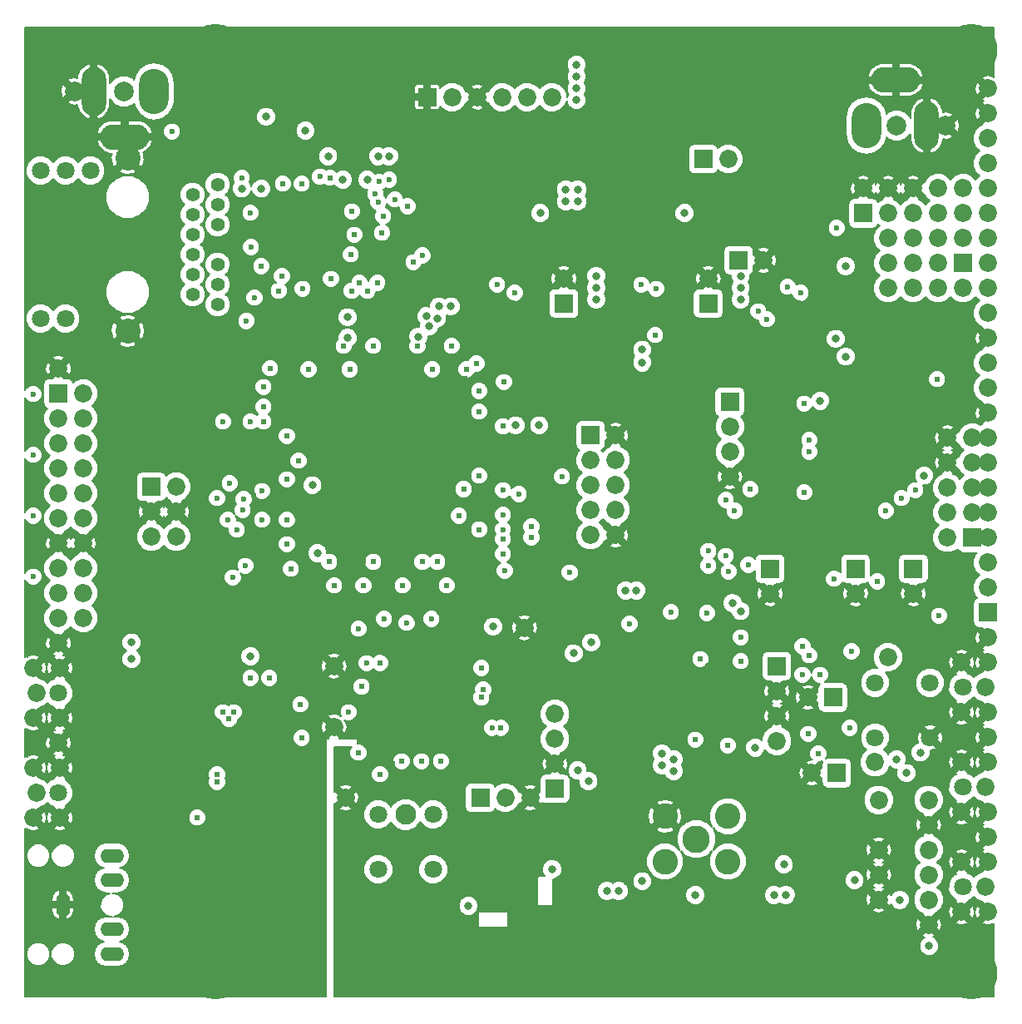
<source format=gbr>
G04 #@! TF.FileFunction,Copper,L3,Inr,Signal*
%FSLAX46Y46*%
G04 Gerber Fmt 4.6, Leading zero omitted, Abs format (unit mm)*
G04 Created by KiCad (PCBNEW 4.0.6) date 11/05/17 19:46:03*
%MOMM*%
%LPD*%
G01*
G04 APERTURE LIST*
%ADD10C,0.100000*%
%ADD11C,0.800000*%
%ADD12C,1.700000*%
%ADD13C,0.500000*%
%ADD14C,3.000000*%
%ADD15C,2.500000*%
%ADD16C,4.000000*%
%ADD17R,1.850000X1.850000*%
%ADD18C,1.850000*%
%ADD19C,1.400000*%
%ADD20C,1.800000*%
%ADD21C,2.540000*%
%ADD22C,2.000000*%
%ADD23C,2.300000*%
%ADD24C,5.300000*%
%ADD25O,1.600000X2.400000*%
%ADD26C,2.100000*%
%ADD27C,2.600000*%
%ADD28C,2.800000*%
%ADD29O,3.000000X4.600000*%
%ADD30O,2.500000X5.000000*%
%ADD31O,5.000000X2.600000*%
%ADD32O,2.400000X1.400000*%
%ADD33O,1.400000X2.400000*%
%ADD34C,0.603000*%
%ADD35C,0.600000*%
%ADD36C,0.601000*%
%ADD37C,0.602000*%
%ADD38C,0.200000*%
G04 APERTURE END LIST*
D10*
D11*
X20400000Y-35900000D03*
D12*
X24555000Y-70620715D03*
D13*
X26055000Y-71120715D03*
X26055000Y-69120715D03*
X26055000Y-70220715D03*
X24955000Y-69120715D03*
X24055000Y-69120715D03*
X25555000Y-69620715D03*
D14*
X43500000Y-67800000D03*
D13*
X44500000Y-72800000D03*
X44500000Y-71300000D03*
X43000000Y-72800000D03*
X43000000Y-71300000D03*
X38500000Y-72800000D03*
X40000000Y-72800000D03*
X40000000Y-66800000D03*
X38500000Y-66800000D03*
X38500000Y-68300000D03*
X40000000Y-68300000D03*
X40000000Y-71300000D03*
X38500000Y-71300000D03*
X38500000Y-69800000D03*
X40000000Y-69800000D03*
X44500000Y-69800000D03*
X43000000Y-69800000D03*
X41500000Y-66800000D03*
X41500000Y-68300000D03*
X41500000Y-72800000D03*
X41500000Y-71300000D03*
X41500000Y-69800000D03*
X71395000Y-70325000D03*
X74395000Y-70325000D03*
X71395000Y-68825000D03*
D12*
X74700000Y-68950000D03*
D13*
X72895000Y-70325000D03*
X72895000Y-68825000D03*
X52500000Y-23750000D03*
D15*
X49500000Y-23750000D03*
D13*
X51500000Y-23750000D03*
X67200000Y-23750000D03*
D15*
X64200000Y-23750000D03*
D13*
X66200000Y-23750000D03*
X81900000Y-23750000D03*
D15*
X78900000Y-23750000D03*
D13*
X80900000Y-23750000D03*
X38600000Y-43800000D03*
X37100000Y-46800000D03*
X37100000Y-45300000D03*
X35600000Y-45300000D03*
X38600000Y-45300000D03*
X35600000Y-43800000D03*
X37100000Y-43800000D03*
D16*
X39200000Y-47400000D03*
D13*
X35600000Y-46800000D03*
D17*
X76500000Y-55800000D03*
D18*
X76500000Y-58340000D03*
D17*
X85200000Y-55800000D03*
D18*
X85200000Y-58340000D03*
D17*
X91100000Y-55800000D03*
D18*
X91100000Y-58340000D03*
D17*
X72400000Y-38800000D03*
D18*
X72400000Y-41340000D03*
X72400000Y-43880000D03*
X72400000Y-46420000D03*
D17*
X86000000Y-19620000D03*
D18*
X86000000Y-17080000D03*
D17*
X73300000Y-24400000D03*
D18*
X75840000Y-24400000D03*
D17*
X55500000Y-28800000D03*
D18*
X55500000Y-26260000D03*
D17*
X70200000Y-28800000D03*
D18*
X70200000Y-26260000D03*
D17*
X83300000Y-76600000D03*
D18*
X80760000Y-76600000D03*
D17*
X82900000Y-68900000D03*
D18*
X80360000Y-68900000D03*
D17*
X47000000Y-79100000D03*
D18*
X49540000Y-79100000D03*
D17*
X54600000Y-78200000D03*
D18*
X54600000Y-75660000D03*
X54600000Y-73120000D03*
X54600000Y-70580000D03*
D17*
X77200000Y-65700000D03*
D18*
X77200000Y-68240000D03*
X77200000Y-70780000D03*
X77200000Y-73320000D03*
D17*
X58230000Y-42220000D03*
D18*
X60770000Y-42220000D03*
X58230000Y-44760000D03*
X60770000Y-44760000D03*
X58230000Y-47300000D03*
X60770000Y-47300000D03*
X58230000Y-49840000D03*
X60770000Y-49840000D03*
X58230000Y-52380000D03*
X60770000Y-52380000D03*
D19*
X17700000Y-27880000D03*
X17700000Y-25850000D03*
X17700000Y-23820000D03*
X17700000Y-21780000D03*
X17700000Y-19750000D03*
X17700000Y-17720000D03*
X20240000Y-28900000D03*
X20240000Y-26870000D03*
X20240000Y-24840000D03*
X20240000Y-20760000D03*
X20240000Y-18730000D03*
X20240000Y-16700000D03*
D20*
X4750000Y-30320000D03*
X2210000Y-30320000D03*
X7290000Y-15280000D03*
X4750000Y-15280000D03*
X2210000Y-15280000D03*
D21*
X11100000Y-31590000D03*
X11100000Y-14010000D03*
D11*
X24500000Y-87100000D03*
X15100000Y-58300000D03*
X85800000Y-43900000D03*
D13*
X90200000Y-32900000D03*
X91400000Y-32900000D03*
D22*
X90800000Y-35100000D03*
D18*
X88500000Y-64800000D03*
X87200000Y-75500000D03*
D13*
X27216525Y-22015000D03*
X28616525Y-20615000D03*
X27216525Y-19215000D03*
X31416525Y-19215000D03*
X28616525Y-23415000D03*
X28616525Y-22015000D03*
X30016525Y-19215000D03*
X28616525Y-19215000D03*
X31416525Y-20615000D03*
X30016525Y-20615000D03*
D23*
X30616525Y-22615000D03*
D13*
X27216525Y-23415000D03*
X27216525Y-20615000D03*
D18*
X92640000Y-79320000D03*
X92640000Y-84400000D03*
X92640000Y-86940000D03*
X92640000Y-89480000D03*
X87560000Y-89480000D03*
X87560000Y-86940000D03*
X87560000Y-84400000D03*
X87560000Y-79320000D03*
X92640000Y-81860000D03*
X92640000Y-92020000D03*
D17*
X69700000Y-14100000D03*
D18*
X72240000Y-14100000D03*
D24*
X20000000Y-3000000D03*
X20000000Y-97000000D03*
X97000000Y-97000000D03*
X97000000Y-3000000D03*
X71800000Y-93300000D03*
D18*
X4040000Y-35420000D03*
D13*
X62600000Y-98000000D03*
X61600000Y-98000000D03*
X60600000Y-98000000D03*
X59600000Y-98000000D03*
X58600000Y-98000000D03*
X58600000Y-99000000D03*
X59600000Y-99000000D03*
X60600000Y-99000000D03*
X61600000Y-99000000D03*
X62600000Y-99000000D03*
X68000000Y-99000000D03*
X67000000Y-99000000D03*
X66000000Y-99000000D03*
X65000000Y-99000000D03*
X64000000Y-99000000D03*
X64000000Y-98000000D03*
X65000000Y-98000000D03*
X66000000Y-98000000D03*
X67000000Y-98000000D03*
X63300000Y-98500000D03*
X64000000Y-97000000D03*
X62600000Y-97000000D03*
X63300000Y-97500000D03*
X64000000Y-96000000D03*
X62600000Y-96000000D03*
X63300000Y-96500000D03*
X63300000Y-95500000D03*
X62600000Y-95000000D03*
X64000000Y-95000000D03*
X63300000Y-94500000D03*
X68000000Y-98000000D03*
D25*
X63300000Y-92600000D03*
D13*
X79600000Y-98000000D03*
X78600000Y-98000000D03*
X77600000Y-98000000D03*
X76600000Y-98000000D03*
X75600000Y-98000000D03*
X75600000Y-99000000D03*
X76600000Y-99000000D03*
X77600000Y-99000000D03*
X78600000Y-99000000D03*
X79600000Y-99000000D03*
X85000000Y-99000000D03*
X84000000Y-99000000D03*
X83000000Y-99000000D03*
X82000000Y-99000000D03*
X81000000Y-99000000D03*
X81000000Y-98000000D03*
X82000000Y-98000000D03*
X83000000Y-98000000D03*
X84000000Y-98000000D03*
X80300000Y-98500000D03*
X81000000Y-97000000D03*
X79600000Y-97000000D03*
X80300000Y-97500000D03*
X81000000Y-96000000D03*
X79600000Y-96000000D03*
X80300000Y-96500000D03*
X80300000Y-95500000D03*
X79600000Y-95000000D03*
X81000000Y-95000000D03*
X80300000Y-94500000D03*
X85000000Y-98000000D03*
D25*
X80300000Y-92600000D03*
D20*
X42194000Y-80806000D03*
D26*
X39400000Y-80806000D03*
D20*
X36606000Y-80806000D03*
X36606000Y-86394000D03*
X42194000Y-86394000D03*
D27*
X72200000Y-81000000D03*
X65800000Y-81000000D03*
X65800000Y-85600000D03*
X72200000Y-85600000D03*
D28*
X69000000Y-83300000D03*
D20*
X87206000Y-67406000D03*
X87206000Y-72994000D03*
X92794000Y-72994000D03*
X92794000Y-67406000D03*
D18*
X98415000Y-88200000D03*
X98700000Y-85660000D03*
X98700000Y-90740000D03*
X96005000Y-90740000D03*
X96005000Y-85660000D03*
D20*
X96160000Y-88200000D03*
D18*
X98700000Y-83120000D03*
X98415000Y-78040000D03*
X98700000Y-75500000D03*
X98700000Y-80580000D03*
X96005000Y-80580000D03*
X96005000Y-75500000D03*
D20*
X96160000Y-78040000D03*
D18*
X98700000Y-72960000D03*
X98415000Y-67880000D03*
X98700000Y-65340000D03*
X98700000Y-70420000D03*
X96005000Y-70420000D03*
X96005000Y-65340000D03*
D20*
X96160000Y-67880000D03*
D18*
X98700000Y-62800000D03*
D29*
X13800000Y-7200000D03*
D30*
X7650000Y-7200000D03*
D31*
X10800000Y-11850000D03*
D22*
X10700000Y-7200000D03*
X5700000Y-7200000D03*
D29*
X86300000Y-10700000D03*
D30*
X92450000Y-10700000D03*
D31*
X89300000Y-6050000D03*
D22*
X89400000Y-10700000D03*
X94400000Y-10700000D03*
D17*
X41600000Y-7800000D03*
D18*
X44140000Y-7800000D03*
X46680000Y-7800000D03*
X49220000Y-7800000D03*
X51760000Y-7800000D03*
X54300000Y-7800000D03*
D17*
X13500000Y-47460000D03*
D18*
X16040000Y-47460000D03*
X13500000Y-50000000D03*
X16040000Y-50000000D03*
X13500000Y-52540000D03*
X16040000Y-52540000D03*
D32*
X9500000Y-87500000D03*
X9500000Y-85000000D03*
X9500000Y-92500000D03*
X9500000Y-95000000D03*
D33*
X4500000Y-90000000D03*
D18*
X4040000Y-63360000D03*
X1785000Y-68440000D03*
X1500000Y-70980000D03*
X1500000Y-65900000D03*
X4195000Y-65900000D03*
X4195000Y-70980000D03*
D20*
X4040000Y-68440000D03*
D18*
X4040000Y-73520000D03*
X1785000Y-78600000D03*
X1500000Y-81140000D03*
X1500000Y-76060000D03*
X4195000Y-76060000D03*
X4195000Y-81140000D03*
D20*
X4040000Y-78600000D03*
D17*
X4040000Y-37960000D03*
D18*
X6580000Y-37960000D03*
X4040000Y-40500000D03*
X6580000Y-40500000D03*
X4040000Y-43040000D03*
X6580000Y-43040000D03*
X4040000Y-45580000D03*
X6580000Y-45580000D03*
X4040000Y-48120000D03*
X6580000Y-48120000D03*
X4040000Y-50660000D03*
X6580000Y-50660000D03*
X4040000Y-53200000D03*
X6580000Y-53200000D03*
X4040000Y-55740000D03*
X6580000Y-55740000D03*
X4040000Y-58280000D03*
X6580000Y-58280000D03*
X4040000Y-60820000D03*
X6580000Y-60820000D03*
D17*
X98700000Y-60260000D03*
D18*
X98700000Y-57720000D03*
X98700000Y-55180000D03*
X98700000Y-52640000D03*
X98700000Y-50100000D03*
X98700000Y-47560000D03*
X98700000Y-45020000D03*
X98700000Y-42480000D03*
X98700000Y-39940000D03*
X98700000Y-37400000D03*
X98700000Y-34860000D03*
X98700000Y-32320000D03*
X98700000Y-29780000D03*
X98700000Y-27240000D03*
X98700000Y-24700000D03*
X98700000Y-22160000D03*
X98700000Y-19620000D03*
X98700000Y-17080000D03*
X98700000Y-14540000D03*
X98700000Y-12000000D03*
X98700000Y-9460000D03*
X98700000Y-6920000D03*
D17*
X97100000Y-52640000D03*
D18*
X94560000Y-52640000D03*
X97100000Y-50100000D03*
X94560000Y-50100000D03*
X97100000Y-47560000D03*
X94560000Y-47560000D03*
X97100000Y-45020000D03*
X94560000Y-45020000D03*
X97100000Y-42480000D03*
X94560000Y-42480000D03*
X88540000Y-27240000D03*
X91080000Y-27240000D03*
X93620000Y-27240000D03*
X88540000Y-24700000D03*
X91080000Y-24700000D03*
X93620000Y-24700000D03*
X88540000Y-22160000D03*
X91080000Y-22160000D03*
X93620000Y-22160000D03*
X88540000Y-19620000D03*
X91080000Y-19620000D03*
X93620000Y-19620000D03*
X96160000Y-27240000D03*
X88540000Y-17080000D03*
X91080000Y-17080000D03*
X93620000Y-17080000D03*
D17*
X96160000Y-24700000D03*
D18*
X96160000Y-22160000D03*
X96160000Y-19620000D03*
X96160000Y-17080000D03*
X51500000Y-61800000D03*
X52080000Y-79100000D03*
X32100000Y-71900000D03*
X32100000Y-65700000D03*
X33300000Y-79100000D03*
D11*
X20300000Y-44500000D03*
X83900000Y-47700000D03*
X89200000Y-81000000D03*
X20600000Y-62800000D03*
X96500000Y-56500000D03*
D34*
X31700000Y-16000000D03*
D11*
X35500000Y-16200000D03*
X33000000Y-16200000D03*
D34*
X34200000Y-21800000D03*
X33800000Y-23800000D03*
X31800000Y-26300000D03*
D35*
X28900000Y-27300000D03*
D34*
X26800000Y-26000000D03*
D11*
X41800000Y-31100000D03*
X42600000Y-30300000D03*
X41500000Y-30100000D03*
X44000000Y-29100000D03*
X42800000Y-29100000D03*
X37700000Y-13800000D03*
X36600000Y-13800000D03*
D34*
X45600000Y-35500000D03*
X27300000Y-50800000D03*
X24900000Y-39300000D03*
X46900000Y-51800000D03*
X42600000Y-55100000D03*
X41100000Y-55100000D03*
X46900000Y-39800000D03*
X46900000Y-37700000D03*
X27300000Y-42300000D03*
X42100000Y-35500000D03*
X33700000Y-35500000D03*
X29500000Y-35500000D03*
X31600000Y-55100000D03*
X36100000Y-55100000D03*
D35*
X23200000Y-30600000D03*
X15600000Y-11300000D03*
X24000000Y-28200000D03*
X24800000Y-47900000D03*
D11*
X25200000Y-9800000D03*
X92200000Y-46300000D03*
X89700000Y-89500000D03*
X92700000Y-94200000D03*
X62900000Y-58000000D03*
X61800000Y-58000000D03*
X72700000Y-59300000D03*
X73500000Y-60100000D03*
D36*
X81600000Y-66600000D03*
X81400000Y-74600000D03*
D11*
X63500000Y-34800000D03*
X58800000Y-26000000D03*
X58800000Y-27200000D03*
X58800000Y-28400000D03*
X56900000Y-18400000D03*
X56900000Y-17200000D03*
X55700000Y-17200000D03*
X55700000Y-18400000D03*
X30400000Y-54200000D03*
X29900000Y-47300000D03*
X50600000Y-41200000D03*
X53000000Y-41200000D03*
D37*
X52200000Y-51500000D03*
X52200000Y-52600000D03*
D34*
X46900000Y-46300000D03*
X49300000Y-41300000D03*
X27300000Y-46700000D03*
X32100000Y-57500000D03*
X35100000Y-57500000D03*
X39100000Y-57500000D03*
X43600000Y-57500000D03*
D11*
X63500000Y-33500000D03*
X89400000Y-75200000D03*
X57900000Y-14400000D03*
X44100000Y-84100000D03*
X34700000Y-84000000D03*
X77800000Y-82100000D03*
X92300000Y-61800000D03*
X56600000Y-85600000D03*
X52900000Y-82400000D03*
D35*
X49200000Y-59900000D03*
D11*
X80000000Y-58400000D03*
X80000000Y-53200000D03*
X2500000Y-1000000D03*
X5000000Y-1000000D03*
X7500000Y-1000000D03*
X10000000Y-1000000D03*
X12500000Y-1000000D03*
X15000000Y-1000000D03*
X17500000Y-1000000D03*
X37500000Y-1000000D03*
X40000000Y-1000000D03*
X42500000Y-1000000D03*
X45000000Y-1000000D03*
X47500000Y-1000000D03*
X50000000Y-1000000D03*
X52500000Y-1000000D03*
X55000000Y-1000000D03*
X57500000Y-1000000D03*
X60000000Y-1000000D03*
X62500000Y-1000000D03*
X65000000Y-1000000D03*
X67500000Y-1000000D03*
X70000000Y-1000000D03*
X72500000Y-1000000D03*
X75000000Y-1000000D03*
X77500000Y-1000000D03*
X80000000Y-1000000D03*
X22500000Y-1000000D03*
X25000000Y-1000000D03*
X27500000Y-1000000D03*
X30000000Y-1000000D03*
X32500000Y-1000000D03*
X35000000Y-1000000D03*
X92500000Y-1000000D03*
X90000000Y-1000000D03*
X87500000Y-1000000D03*
X85000000Y-1000000D03*
X82500000Y-1000000D03*
X13000000Y-72900000D03*
X13000000Y-70400000D03*
D35*
X30400000Y-81500000D03*
D11*
X27800000Y-81700000D03*
D35*
X17100000Y-87000000D03*
X10300000Y-81500000D03*
X8900000Y-64000000D03*
X6700000Y-64000000D03*
X8900000Y-74200000D03*
X6700000Y-74200000D03*
X25100000Y-29200000D03*
X27500000Y-29200000D03*
D11*
X14400000Y-84200000D03*
X5000000Y-99000000D03*
X17500000Y-99000000D03*
X15000000Y-99000000D03*
X12500000Y-99000000D03*
X10000000Y-99000000D03*
X7500000Y-99000000D03*
X2500000Y-99000000D03*
X56800000Y-94200000D03*
X63300000Y-5000000D03*
X62100000Y-5000000D03*
X70700000Y-7600000D03*
X45700000Y-24600000D03*
X45700000Y-23300000D03*
X60700000Y-23700000D03*
X97000000Y-33700000D03*
D35*
X87500000Y-53100000D03*
D11*
X76950000Y-45850000D03*
X77050000Y-43650000D03*
D34*
X83300000Y-63800000D03*
D37*
X82600000Y-61900000D03*
D11*
X81700000Y-31400000D03*
D35*
X19000000Y-13800000D03*
X18600000Y-12800000D03*
X58200000Y-86500000D03*
X57300000Y-89300000D03*
X35250000Y-71050000D03*
D11*
X73500000Y-34900000D03*
D37*
X78000000Y-31500000D03*
D34*
X65200000Y-28800000D03*
X61100000Y-63900000D03*
D37*
X61900000Y-60200000D03*
D35*
X58600000Y-59900000D03*
X83300000Y-26400000D03*
D37*
X25100000Y-81800000D03*
D11*
X32500000Y-99000000D03*
X35000000Y-99000000D03*
X37500000Y-99000000D03*
X40000000Y-99000000D03*
X42500000Y-99000000D03*
X45000000Y-99000000D03*
X47500000Y-99000000D03*
X50000000Y-99000000D03*
X52500000Y-99000000D03*
D37*
X69700000Y-24800000D03*
X33500000Y-12300000D03*
X31500000Y-12600000D03*
D34*
X25700000Y-25500000D03*
D11*
X85600000Y-93200000D03*
X58000000Y-93200000D03*
X86800000Y-94200000D03*
X87500000Y-99000000D03*
X90000000Y-99000000D03*
X92500000Y-99000000D03*
X74300000Y-99000000D03*
X71800000Y-99000000D03*
X69300000Y-99000000D03*
X22500000Y-99000000D03*
X25000000Y-99000000D03*
X27500000Y-99000000D03*
X30000000Y-99000000D03*
X57300000Y-99000000D03*
D37*
X28300000Y-14800000D03*
D34*
X23800000Y-12200000D03*
D37*
X25200000Y-12100000D03*
D34*
X22700000Y-12300000D03*
D11*
X41300000Y-11800000D03*
D34*
X61800000Y-75800000D03*
D35*
X60800000Y-73600000D03*
D34*
X71600000Y-62500000D03*
D35*
X60800000Y-65400000D03*
D37*
X77300000Y-47300000D03*
D34*
X77300000Y-42500000D03*
X77300000Y-40900000D03*
D36*
X77300000Y-39300000D03*
D35*
X84000000Y-35400000D03*
D11*
X70200000Y-65700000D03*
D34*
X70100000Y-66900000D03*
D37*
X70000000Y-19600000D03*
D11*
X70600000Y-16300000D03*
D36*
X83000000Y-28600000D03*
D11*
X76600000Y-19100000D03*
X77500000Y-19800000D03*
X77500000Y-18400000D03*
X76600000Y-22200000D03*
X76600000Y-20500000D03*
X43000000Y-14000000D03*
X74800000Y-93400000D03*
X68800000Y-93400000D03*
X53800000Y-91500000D03*
X47600000Y-85000000D03*
D37*
X60100000Y-64500000D03*
X60100000Y-74400000D03*
X63800000Y-76200000D03*
X71900000Y-78500000D03*
X71200000Y-76100000D03*
D35*
X84900000Y-65600000D03*
X84800000Y-73500000D03*
D34*
X49900000Y-74300000D03*
D35*
X55700000Y-67000000D03*
D37*
X52200000Y-65100000D03*
D35*
X49300000Y-43900000D03*
D37*
X68500000Y-27500000D03*
D11*
X62800000Y-18400000D03*
X45800000Y-19500000D03*
X46100000Y-21200000D03*
X48200000Y-19600000D03*
X48200000Y-18400000D03*
D35*
X55000000Y-24800000D03*
X53700000Y-28600000D03*
D37*
X42100000Y-78900000D03*
X43700000Y-78900000D03*
D36*
X44400000Y-78200000D03*
X42800000Y-78300000D03*
D34*
X24000000Y-34300000D03*
X21000000Y-31900000D03*
X18500000Y-31900000D03*
X43300000Y-41300000D03*
D11*
X41900000Y-41900000D03*
X41900000Y-38700000D03*
D34*
X31300000Y-41300000D03*
X39300000Y-52500000D03*
X36100000Y-51200000D03*
X53300000Y-34600000D03*
X54200000Y-35000000D03*
X60800000Y-34000000D03*
X57600000Y-33400000D03*
X59400000Y-33700000D03*
X50800000Y-33500000D03*
X16400000Y-68900000D03*
X16400000Y-65700000D03*
X17800000Y-74900000D03*
X18600000Y-76700000D03*
X18600000Y-77900000D03*
D37*
X18200000Y-82300000D03*
X28400000Y-75000000D03*
D34*
X49700000Y-64700000D03*
X49700000Y-66200000D03*
D36*
X50100000Y-69000000D03*
D37*
X52200000Y-66800000D03*
D34*
X27400000Y-54700000D03*
X45300000Y-49000000D03*
X27300000Y-40800000D03*
X28800000Y-43700000D03*
X27300000Y-35600000D03*
D35*
X23900000Y-48300000D03*
X24800000Y-46800000D03*
X40000000Y-28300000D03*
D34*
X35700000Y-73300000D03*
X38100000Y-75600000D03*
X45900000Y-62800000D03*
D37*
X27200000Y-75500000D03*
D34*
X18700000Y-70100000D03*
X22000000Y-65400000D03*
X45800000Y-33100000D03*
X47200000Y-55400000D03*
D35*
X55400000Y-49900000D03*
D37*
X54700000Y-51700000D03*
D34*
X27300000Y-48800000D03*
X27300000Y-47800000D03*
D35*
X46900000Y-43800000D03*
D34*
X25300000Y-56800000D03*
X33400000Y-53900000D03*
X34500000Y-53900000D03*
X46900000Y-53000000D03*
X45500000Y-53100000D03*
X46900000Y-53800000D03*
X44100000Y-53700000D03*
X38900000Y-54000000D03*
X44100000Y-55100000D03*
X39100000Y-55100000D03*
X46900000Y-44900000D03*
X46200000Y-41700000D03*
X46900000Y-41300000D03*
X45400000Y-36400000D03*
X48200000Y-35200000D03*
X46900000Y-36400000D03*
X27300000Y-39300000D03*
X39900000Y-36600000D03*
X40100000Y-35500000D03*
X35900000Y-36600000D03*
X35600000Y-35500000D03*
X32600000Y-35500000D03*
X29400000Y-36800000D03*
X25600000Y-54700000D03*
X33100000Y-55100000D03*
X35100000Y-55100000D03*
X43600000Y-35500000D03*
X27300000Y-36800000D03*
D35*
X37400000Y-77900000D03*
D11*
X60800000Y-21200000D03*
X62800000Y-20800000D03*
X62800000Y-19600000D03*
X55000000Y-99000000D03*
D34*
X26900000Y-16600000D03*
D11*
X24700000Y-17100000D03*
X22700000Y-17100000D03*
D34*
X24700000Y-25000000D03*
D35*
X30700000Y-15900000D03*
X41100000Y-23900000D03*
D11*
X40700000Y-32200000D03*
D34*
X33950000Y-19450000D03*
X26500000Y-27500000D03*
D11*
X33500000Y-30200000D03*
X33500000Y-32300000D03*
D34*
X44100000Y-33100000D03*
X40600000Y-33100000D03*
X36100000Y-33100000D03*
X33100000Y-33100000D03*
D11*
X31500000Y-13800000D03*
D34*
X28800000Y-16600000D03*
D11*
X29200000Y-11200000D03*
D35*
X23600000Y-19550000D03*
X23650000Y-23050000D03*
D34*
X33900000Y-27500000D03*
X34700000Y-26700000D03*
X35500000Y-27500000D03*
X36500000Y-26700000D03*
X37000000Y-21600000D03*
X37100000Y-19900000D03*
D35*
X36300000Y-17600000D03*
D34*
X39600000Y-18900000D03*
D35*
X36700000Y-16400000D03*
X37700000Y-16200000D03*
D37*
X40200000Y-24600000D03*
D35*
X22700000Y-16000000D03*
D34*
X49300000Y-54300000D03*
X49300000Y-52800000D03*
D35*
X49300000Y-51800000D03*
X49300000Y-50300000D03*
D34*
X44800000Y-50400000D03*
D35*
X50900000Y-48200000D03*
X49300000Y-47800000D03*
D34*
X45300000Y-47700000D03*
D35*
X55300000Y-46400000D03*
D34*
X49400000Y-36800000D03*
X46600000Y-34900000D03*
X25600000Y-35400000D03*
X24900000Y-37300000D03*
X28500000Y-44800000D03*
X27300000Y-53300000D03*
X27700000Y-55800000D03*
D35*
X36600000Y-18500000D03*
X38300000Y-18200000D03*
D11*
X11500000Y-63300000D03*
D35*
X21500000Y-47100000D03*
D11*
X11500000Y-65000000D03*
D35*
X20200000Y-48600000D03*
X34600000Y-61900000D03*
X33600000Y-70400000D03*
X37200000Y-60900000D03*
X35400000Y-65400000D03*
X20800000Y-40800000D03*
X23600000Y-40800000D03*
D34*
X24900000Y-40800000D03*
X23600000Y-66900000D03*
X20800000Y-70400000D03*
X21400000Y-71100000D03*
D36*
X28800000Y-73000000D03*
D34*
X28700000Y-69600000D03*
X25500000Y-66900000D03*
X21900000Y-70400000D03*
D36*
X18200000Y-81100000D03*
D11*
X23600000Y-64700000D03*
D34*
X39000000Y-75400000D03*
X41000000Y-75400000D03*
X43000000Y-75400000D03*
X47100000Y-68900000D03*
X36800000Y-65400000D03*
X47100000Y-65900000D03*
X47300000Y-68100000D03*
X34900000Y-67800000D03*
X34600000Y-74500000D03*
X36800000Y-76700000D03*
X49100000Y-72000000D03*
D11*
X48300000Y-61700000D03*
X45800000Y-90100000D03*
D36*
X69400000Y-65000000D03*
X68900000Y-73200000D03*
D37*
X72200000Y-73800000D03*
X73500000Y-65200000D03*
D11*
X77900000Y-85900000D03*
X58000000Y-77400000D03*
X58300000Y-63300000D03*
X61100000Y-88600000D03*
X59900000Y-88600000D03*
X68900000Y-89000000D03*
X56500000Y-64400000D03*
X56900000Y-76300000D03*
X63500000Y-87600000D03*
X76900000Y-89000000D03*
X78100000Y-89000000D03*
X85100000Y-87500000D03*
D36*
X80500000Y-64600000D03*
X80400000Y-72600000D03*
D11*
X54300000Y-86400000D03*
D35*
X79800000Y-66600000D03*
D37*
X79800000Y-63700000D03*
D11*
X73500000Y-28400000D03*
X73500000Y-26000000D03*
X73500000Y-27200000D03*
X75000000Y-74000000D03*
X84200000Y-34200000D03*
D35*
X70200000Y-54000000D03*
X73500000Y-62800000D03*
X89900000Y-48600000D03*
X72000000Y-54500000D03*
X72000000Y-48800000D03*
X88300000Y-49900000D03*
X72300000Y-56100000D03*
X72900000Y-49900000D03*
X74300000Y-55400000D03*
X83000000Y-56800000D03*
D11*
X65500000Y-75800000D03*
X66700000Y-75200000D03*
X66700000Y-76400000D03*
X65500000Y-74600000D03*
D35*
X1500000Y-38000000D03*
X1500000Y-44200000D03*
X1500000Y-50400000D03*
X1500000Y-56600000D03*
D34*
X64800000Y-32000000D03*
D11*
X81600000Y-38700000D03*
D35*
X79600000Y-27700000D03*
X39500000Y-61300000D03*
X75300000Y-29600000D03*
X76200000Y-30400000D03*
D36*
X93500000Y-36500000D03*
D11*
X83200000Y-32400000D03*
D35*
X66400000Y-60200000D03*
X62200000Y-61400000D03*
X42000000Y-60900000D03*
X48200000Y-72000000D03*
D11*
X53100000Y-19600000D03*
D35*
X48700000Y-26900000D03*
D11*
X84200000Y-25000000D03*
X67800000Y-19600000D03*
D35*
X63400000Y-26900000D03*
X78300000Y-27100000D03*
D34*
X74500000Y-47700000D03*
D35*
X80500000Y-42700000D03*
D11*
X91800000Y-74500000D03*
D35*
X91300000Y-47800000D03*
D11*
X56800000Y-6900000D03*
X56800000Y-8100000D03*
X56800000Y-5700000D03*
X56800000Y-4500000D03*
D35*
X50500000Y-27700000D03*
X64900000Y-27300000D03*
X22900000Y-48700000D03*
X22800000Y-49800000D03*
X21300000Y-50800000D03*
X24800000Y-50800000D03*
D36*
X20200000Y-76700000D03*
D37*
X20200000Y-77500000D03*
D35*
X23100000Y-55500000D03*
X21800000Y-56700000D03*
X22200000Y-51800000D03*
D11*
X90400000Y-76600000D03*
D35*
X84800000Y-64200000D03*
X84600000Y-72000000D03*
X93700000Y-60600000D03*
X70200000Y-55500000D03*
X49500000Y-56000000D03*
X56100000Y-56200000D03*
X70100000Y-60300000D03*
X83300000Y-21100000D03*
D36*
X87400000Y-57100000D03*
X80000000Y-39000000D03*
D37*
X80000000Y-48000000D03*
D35*
X80500000Y-43900000D03*
D38*
G36*
X99275000Y-5742629D02*
X99231541Y-5678006D01*
X98715790Y-5569135D01*
X98197635Y-5665921D01*
X98168459Y-5678006D01*
X98053384Y-5849120D01*
X98700000Y-6495736D01*
X98714143Y-6481594D01*
X99138407Y-6905858D01*
X99124264Y-6920000D01*
X99138407Y-6934143D01*
X98714143Y-7358407D01*
X98700000Y-7344264D01*
X98053384Y-7990880D01*
X98168459Y-8161994D01*
X98292558Y-8188190D01*
X98197635Y-8205921D01*
X98168459Y-8218006D01*
X98053384Y-8389120D01*
X98700000Y-9035736D01*
X98714143Y-9021594D01*
X99138407Y-9445858D01*
X99124264Y-9460000D01*
X99138407Y-9474143D01*
X98714143Y-9898407D01*
X98700000Y-9884264D01*
X98053384Y-10530880D01*
X98098771Y-10598370D01*
X97837285Y-10706414D01*
X97407921Y-11135029D01*
X97175265Y-11695328D01*
X97174735Y-12302011D01*
X97406414Y-12862715D01*
X97813323Y-13270335D01*
X97407921Y-13675029D01*
X97175265Y-14235328D01*
X97174735Y-14842011D01*
X97406414Y-15402715D01*
X97813323Y-15810335D01*
X97429665Y-16193323D01*
X97024971Y-15787921D01*
X96464672Y-15555265D01*
X95857989Y-15554735D01*
X95297285Y-15786414D01*
X94889665Y-16193323D01*
X94484971Y-15787921D01*
X93924672Y-15555265D01*
X93317989Y-15554735D01*
X92757285Y-15786414D01*
X92327921Y-16215029D01*
X92218398Y-16478790D01*
X92150880Y-16433384D01*
X91504264Y-17080000D01*
X92150880Y-17726616D01*
X92218370Y-17681229D01*
X92326414Y-17942715D01*
X92733323Y-18350335D01*
X92349665Y-18733323D01*
X91944971Y-18327921D01*
X91681210Y-18218398D01*
X91726616Y-18150880D01*
X91080000Y-17504264D01*
X90433384Y-18150880D01*
X90478771Y-18218370D01*
X90217285Y-18326414D01*
X89809665Y-18733323D01*
X89404971Y-18327921D01*
X89141210Y-18218398D01*
X89186616Y-18150880D01*
X88540000Y-17504264D01*
X87893384Y-18150880D01*
X87938771Y-18218370D01*
X87677285Y-18326414D01*
X87500590Y-18502801D01*
X87494917Y-18472654D01*
X87363510Y-18268442D01*
X87163007Y-18131444D01*
X86925000Y-18083246D01*
X86578982Y-18083246D01*
X86000000Y-17504264D01*
X85421018Y-18083246D01*
X85075000Y-18083246D01*
X84852654Y-18125083D01*
X84648442Y-18256490D01*
X84511444Y-18456993D01*
X84463246Y-18695000D01*
X84463246Y-20545000D01*
X84505083Y-20767346D01*
X84636490Y-20971558D01*
X84836993Y-21108556D01*
X85075000Y-21156754D01*
X86925000Y-21156754D01*
X87147346Y-21114917D01*
X87351558Y-20983510D01*
X87488556Y-20783007D01*
X87498275Y-20735016D01*
X87653323Y-20890335D01*
X87247921Y-21295029D01*
X87015265Y-21855328D01*
X87014735Y-22462011D01*
X87246414Y-23022715D01*
X87653323Y-23430335D01*
X87247921Y-23835029D01*
X87015265Y-24395328D01*
X87014735Y-25002011D01*
X87246414Y-25562715D01*
X87653323Y-25970335D01*
X87247921Y-26375029D01*
X87015265Y-26935328D01*
X87014735Y-27542011D01*
X87246414Y-28102715D01*
X87675029Y-28532079D01*
X88235328Y-28764735D01*
X88842011Y-28765265D01*
X89402715Y-28533586D01*
X89810335Y-28126677D01*
X90215029Y-28532079D01*
X90775328Y-28764735D01*
X91382011Y-28765265D01*
X91942715Y-28533586D01*
X92350335Y-28126677D01*
X92755029Y-28532079D01*
X93315328Y-28764735D01*
X93922011Y-28765265D01*
X94482715Y-28533586D01*
X94890335Y-28126677D01*
X95295029Y-28532079D01*
X95855328Y-28764735D01*
X96462011Y-28765265D01*
X97022715Y-28533586D01*
X97430335Y-28126677D01*
X97813323Y-28510335D01*
X97407921Y-28915029D01*
X97175265Y-29475328D01*
X97174735Y-30082011D01*
X97406414Y-30642715D01*
X97835029Y-31072079D01*
X98098790Y-31181602D01*
X98053384Y-31249120D01*
X98700000Y-31895736D01*
X98714143Y-31881594D01*
X99138407Y-32305858D01*
X99124264Y-32320000D01*
X99138407Y-32334143D01*
X98714143Y-32758407D01*
X98700000Y-32744264D01*
X98053384Y-33390880D01*
X98098771Y-33458370D01*
X97837285Y-33566414D01*
X97407921Y-33995029D01*
X97175265Y-34555328D01*
X97174735Y-35162011D01*
X97406414Y-35722715D01*
X97813323Y-36130335D01*
X97407921Y-36535029D01*
X97175265Y-37095328D01*
X97174735Y-37702011D01*
X97406414Y-38262715D01*
X97835029Y-38692079D01*
X98098790Y-38801602D01*
X98053384Y-38869120D01*
X98700000Y-39515736D01*
X98714143Y-39501594D01*
X99138407Y-39925858D01*
X99124264Y-39940000D01*
X99138407Y-39954143D01*
X98714143Y-40378407D01*
X98700000Y-40364264D01*
X98053384Y-41010880D01*
X98098771Y-41078370D01*
X97899466Y-41160721D01*
X97404672Y-40955265D01*
X96797989Y-40954735D01*
X96237285Y-41186414D01*
X95807921Y-41615029D01*
X95698398Y-41878790D01*
X95630880Y-41833384D01*
X94984264Y-42480000D01*
X95630880Y-43126616D01*
X95698370Y-43081229D01*
X95806414Y-43342715D01*
X96213323Y-43750335D01*
X95807921Y-44155029D01*
X95698398Y-44418790D01*
X95630880Y-44373384D01*
X94984264Y-45020000D01*
X95630880Y-45666616D01*
X95698370Y-45621229D01*
X95806414Y-45882715D01*
X96213323Y-46290335D01*
X95829665Y-46673323D01*
X95424971Y-46267921D01*
X95161210Y-46158398D01*
X95206616Y-46090880D01*
X94560000Y-45444264D01*
X93913384Y-46090880D01*
X93958771Y-46158370D01*
X93697285Y-46266414D01*
X93267921Y-46695029D01*
X93035265Y-47255328D01*
X93034735Y-47862011D01*
X93266414Y-48422715D01*
X93673323Y-48830335D01*
X93267921Y-49235029D01*
X93035265Y-49795328D01*
X93034735Y-50402011D01*
X93266414Y-50962715D01*
X93673323Y-51370335D01*
X93267921Y-51775029D01*
X93035265Y-52335328D01*
X93034735Y-52942011D01*
X93266414Y-53502715D01*
X93695029Y-53932079D01*
X94255328Y-54164735D01*
X94862011Y-54165265D01*
X95422715Y-53933586D01*
X95599410Y-53757199D01*
X95605083Y-53787346D01*
X95736490Y-53991558D01*
X95936993Y-54128556D01*
X96175000Y-54176754D01*
X97546438Y-54176754D01*
X97407921Y-54315029D01*
X97175265Y-54875328D01*
X97174735Y-55482011D01*
X97406414Y-56042715D01*
X97813323Y-56450335D01*
X97407921Y-56855029D01*
X97175265Y-57415328D01*
X97174735Y-58022011D01*
X97406414Y-58582715D01*
X97582801Y-58759410D01*
X97552654Y-58765083D01*
X97348442Y-58896490D01*
X97211444Y-59096993D01*
X97163246Y-59335000D01*
X97163246Y-61185000D01*
X97205083Y-61407346D01*
X97336490Y-61611558D01*
X97536993Y-61748556D01*
X97775000Y-61796754D01*
X98121018Y-61796754D01*
X98700000Y-62375736D01*
X98714143Y-62361594D01*
X99138407Y-62785858D01*
X99124264Y-62800000D01*
X99138407Y-62814143D01*
X98714143Y-63238407D01*
X98700000Y-63224264D01*
X98053384Y-63870880D01*
X98168459Y-64041994D01*
X98292558Y-64068190D01*
X98197635Y-64085921D01*
X98168459Y-64098006D01*
X98053384Y-64269120D01*
X98700000Y-64915736D01*
X98714143Y-64901594D01*
X99138407Y-65325858D01*
X99124264Y-65340000D01*
X99138407Y-65354143D01*
X98714143Y-65778407D01*
X98700000Y-65764264D01*
X98107093Y-66357171D01*
X97552285Y-66586414D01*
X97269721Y-66868485D01*
X97010791Y-66609103D01*
X96625814Y-66449247D01*
X96651616Y-66410880D01*
X96005000Y-65764264D01*
X95358384Y-66410880D01*
X95451712Y-66549656D01*
X95311428Y-66607620D01*
X94889103Y-67029209D01*
X94660261Y-67580323D01*
X94659740Y-68177059D01*
X94887620Y-68728572D01*
X95309209Y-69150897D01*
X95451856Y-69210129D01*
X95358384Y-69349120D01*
X96005000Y-69995736D01*
X96651616Y-69349120D01*
X96625698Y-69310580D01*
X97008572Y-69152380D01*
X97269923Y-68891484D01*
X97550029Y-69172079D01*
X98108055Y-69403791D01*
X98700000Y-69995736D01*
X98714143Y-69981594D01*
X99138407Y-70405858D01*
X99124264Y-70420000D01*
X99138407Y-70434143D01*
X98714143Y-70858407D01*
X98700000Y-70844264D01*
X98053384Y-71490880D01*
X98168459Y-71661994D01*
X98292558Y-71688190D01*
X98197635Y-71705921D01*
X98168459Y-71718006D01*
X98053384Y-71889120D01*
X98700000Y-72535736D01*
X98714143Y-72521594D01*
X99138407Y-72945858D01*
X99124264Y-72960000D01*
X99138407Y-72974143D01*
X98714143Y-73398407D01*
X98700000Y-73384264D01*
X98053384Y-74030880D01*
X98168459Y-74201994D01*
X98292558Y-74228190D01*
X98197635Y-74245921D01*
X98168459Y-74258006D01*
X98053384Y-74429120D01*
X98700000Y-75075736D01*
X98714143Y-75061594D01*
X99138407Y-75485858D01*
X99124264Y-75500000D01*
X99138407Y-75514143D01*
X98714143Y-75938407D01*
X98700000Y-75924264D01*
X98107093Y-76517171D01*
X97552285Y-76746414D01*
X97269721Y-77028485D01*
X97010791Y-76769103D01*
X96625814Y-76609247D01*
X96651616Y-76570880D01*
X96005000Y-75924264D01*
X95358384Y-76570880D01*
X95451712Y-76709656D01*
X95311428Y-76767620D01*
X94889103Y-77189209D01*
X94660261Y-77740323D01*
X94659740Y-78337059D01*
X94887620Y-78888572D01*
X95309209Y-79310897D01*
X95451856Y-79370129D01*
X95358384Y-79509120D01*
X96005000Y-80155736D01*
X96651616Y-79509120D01*
X96625698Y-79470580D01*
X97008572Y-79312380D01*
X97269923Y-79051484D01*
X97550029Y-79332079D01*
X98108055Y-79563791D01*
X98700000Y-80155736D01*
X98714143Y-80141594D01*
X99138407Y-80565858D01*
X99124264Y-80580000D01*
X99138407Y-80594143D01*
X98714143Y-81018407D01*
X98700000Y-81004264D01*
X98053384Y-81650880D01*
X98168459Y-81821994D01*
X98292558Y-81848190D01*
X98197635Y-81865921D01*
X98168459Y-81878006D01*
X98053384Y-82049120D01*
X98700000Y-82695736D01*
X98714143Y-82681594D01*
X99138407Y-83105858D01*
X99124264Y-83120000D01*
X99138407Y-83134143D01*
X98714143Y-83558407D01*
X98700000Y-83544264D01*
X98053384Y-84190880D01*
X98168459Y-84361994D01*
X98292558Y-84388190D01*
X98197635Y-84405921D01*
X98168459Y-84418006D01*
X98053384Y-84589120D01*
X98700000Y-85235736D01*
X98714143Y-85221594D01*
X99138407Y-85645858D01*
X99124264Y-85660000D01*
X99138407Y-85674143D01*
X98714143Y-86098407D01*
X98700000Y-86084264D01*
X98107093Y-86677171D01*
X97552285Y-86906414D01*
X97269721Y-87188485D01*
X97010791Y-86929103D01*
X96625814Y-86769247D01*
X96651616Y-86730880D01*
X96005000Y-86084264D01*
X95358384Y-86730880D01*
X95451712Y-86869656D01*
X95311428Y-86927620D01*
X94889103Y-87349209D01*
X94660261Y-87900323D01*
X94659740Y-88497059D01*
X94887620Y-89048572D01*
X95309209Y-89470897D01*
X95451856Y-89530129D01*
X95358384Y-89669120D01*
X96005000Y-90315736D01*
X96651616Y-89669120D01*
X96625698Y-89630580D01*
X97008572Y-89472380D01*
X97269923Y-89211484D01*
X97550029Y-89492079D01*
X98108055Y-89723791D01*
X98700000Y-90315736D01*
X98714143Y-90301594D01*
X99138407Y-90725858D01*
X99124264Y-90740000D01*
X99138407Y-90754143D01*
X98714143Y-91178407D01*
X98700000Y-91164264D01*
X98053384Y-91810880D01*
X98168459Y-91981994D01*
X98684210Y-92090865D01*
X99202365Y-91994079D01*
X99231541Y-91981994D01*
X99275000Y-91917371D01*
X99275000Y-99325000D01*
X32100000Y-99325000D01*
X32100000Y-94398040D01*
X91699827Y-94398040D01*
X91851747Y-94765714D01*
X92132806Y-95047264D01*
X92500215Y-95199826D01*
X92898040Y-95200173D01*
X93265714Y-95048253D01*
X93547264Y-94767194D01*
X93699826Y-94399785D01*
X93700173Y-94001960D01*
X93548253Y-93634286D01*
X93267194Y-93352736D01*
X93097810Y-93282401D01*
X93142365Y-93274079D01*
X93171541Y-93261994D01*
X93286616Y-93090880D01*
X92640000Y-92444264D01*
X91993384Y-93090880D01*
X92108459Y-93261994D01*
X92269322Y-93295951D01*
X92134286Y-93351747D01*
X91852736Y-93632806D01*
X91700174Y-94000215D01*
X91699827Y-94398040D01*
X32100000Y-94398040D01*
X32100000Y-90298040D01*
X44799827Y-90298040D01*
X44951747Y-90665714D01*
X45232806Y-90947264D01*
X45600215Y-91099826D01*
X45998040Y-91100173D01*
X46365714Y-90948253D01*
X46514225Y-90800000D01*
X46800000Y-90800000D01*
X46800000Y-92200000D01*
X46806839Y-92236346D01*
X46828319Y-92269727D01*
X46861094Y-92292121D01*
X46900000Y-92300000D01*
X49700000Y-92300000D01*
X49736346Y-92293161D01*
X49769727Y-92271681D01*
X49792121Y-92238906D01*
X49800000Y-92200000D01*
X49800000Y-92004210D01*
X91289135Y-92004210D01*
X91385921Y-92522365D01*
X91398006Y-92551541D01*
X91569120Y-92666616D01*
X92215736Y-92020000D01*
X93064264Y-92020000D01*
X93710880Y-92666616D01*
X93881994Y-92551541D01*
X93990865Y-92035790D01*
X93948855Y-91810880D01*
X95358384Y-91810880D01*
X95473459Y-91981994D01*
X95989210Y-92090865D01*
X96507365Y-91994079D01*
X96536541Y-91981994D01*
X96651616Y-91810880D01*
X96005000Y-91164264D01*
X95358384Y-91810880D01*
X93948855Y-91810880D01*
X93894079Y-91517635D01*
X93881994Y-91488459D01*
X93710880Y-91373384D01*
X93064264Y-92020000D01*
X92215736Y-92020000D01*
X91569120Y-91373384D01*
X91398006Y-91488459D01*
X91289135Y-92004210D01*
X49800000Y-92004210D01*
X49800000Y-90800000D01*
X49793161Y-90763654D01*
X49771681Y-90730273D01*
X49738906Y-90707879D01*
X49700000Y-90700000D01*
X46900000Y-90700000D01*
X46863654Y-90706839D01*
X46830273Y-90728319D01*
X46807879Y-90761094D01*
X46800000Y-90800000D01*
X46514225Y-90800000D01*
X46647264Y-90667194D01*
X46695561Y-90550880D01*
X86913384Y-90550880D01*
X87028459Y-90721994D01*
X87544210Y-90830865D01*
X88062365Y-90734079D01*
X88091541Y-90721994D01*
X88206616Y-90550880D01*
X87560000Y-89904264D01*
X86913384Y-90550880D01*
X46695561Y-90550880D01*
X46799826Y-90299785D01*
X46800173Y-89901960D01*
X46648253Y-89534286D01*
X46367194Y-89252736D01*
X45999785Y-89100174D01*
X45601960Y-89099827D01*
X45234286Y-89251747D01*
X44952736Y-89532806D01*
X44800174Y-89900215D01*
X44799827Y-90298040D01*
X32100000Y-90298040D01*
X32100000Y-86691059D01*
X35105740Y-86691059D01*
X35333620Y-87242572D01*
X35755209Y-87664897D01*
X36306323Y-87893739D01*
X36903059Y-87894260D01*
X37454572Y-87666380D01*
X37876897Y-87244791D01*
X38105739Y-86693677D01*
X38105741Y-86691059D01*
X40693740Y-86691059D01*
X40921620Y-87242572D01*
X41343209Y-87664897D01*
X41894323Y-87893739D01*
X42491059Y-87894260D01*
X43042572Y-87666380D01*
X43464897Y-87244791D01*
X43483495Y-87200000D01*
X52800000Y-87200000D01*
X52800000Y-90000000D01*
X52806839Y-90036346D01*
X52828319Y-90069727D01*
X52861094Y-90092121D01*
X52900000Y-90100000D01*
X54300000Y-90100000D01*
X54336346Y-90093161D01*
X54369727Y-90071681D01*
X54392121Y-90038906D01*
X54400000Y-90000000D01*
X54400000Y-88798040D01*
X58899827Y-88798040D01*
X59051747Y-89165714D01*
X59332806Y-89447264D01*
X59700215Y-89599826D01*
X60098040Y-89600173D01*
X60465714Y-89448253D01*
X60499813Y-89414213D01*
X60532806Y-89447264D01*
X60900215Y-89599826D01*
X61298040Y-89600173D01*
X61665714Y-89448253D01*
X61916364Y-89198040D01*
X67899827Y-89198040D01*
X68051747Y-89565714D01*
X68332806Y-89847264D01*
X68700215Y-89999826D01*
X69098040Y-90000173D01*
X69465714Y-89848253D01*
X69747264Y-89567194D01*
X69899826Y-89199785D01*
X69899827Y-89198040D01*
X75899827Y-89198040D01*
X76051747Y-89565714D01*
X76332806Y-89847264D01*
X76700215Y-89999826D01*
X77098040Y-90000173D01*
X77465714Y-89848253D01*
X77499813Y-89814213D01*
X77532806Y-89847264D01*
X77900215Y-89999826D01*
X78298040Y-90000173D01*
X78665714Y-89848253D01*
X78947264Y-89567194D01*
X78990026Y-89464210D01*
X86209135Y-89464210D01*
X86305921Y-89982365D01*
X86318006Y-90011541D01*
X86489120Y-90126616D01*
X87135736Y-89480000D01*
X87984264Y-89480000D01*
X88630880Y-90126616D01*
X88801994Y-90011541D01*
X88811248Y-89967700D01*
X88851747Y-90065714D01*
X89132806Y-90347264D01*
X89500215Y-90499826D01*
X89898040Y-90500173D01*
X90265714Y-90348253D01*
X90547264Y-90067194D01*
X90699826Y-89699785D01*
X90700173Y-89301960D01*
X90548253Y-88934286D01*
X90267194Y-88652736D01*
X89899785Y-88500174D01*
X89501960Y-88499827D01*
X89134286Y-88651747D01*
X88852736Y-88932806D01*
X88820297Y-89010926D01*
X88814079Y-88977635D01*
X88801994Y-88948459D01*
X88630880Y-88833384D01*
X87984264Y-89480000D01*
X87135736Y-89480000D01*
X86489120Y-88833384D01*
X86318006Y-88948459D01*
X86209135Y-89464210D01*
X78990026Y-89464210D01*
X79099826Y-89199785D01*
X79100173Y-88801960D01*
X78948253Y-88434286D01*
X78667194Y-88152736D01*
X78299785Y-88000174D01*
X77901960Y-87999827D01*
X77534286Y-88151747D01*
X77500187Y-88185787D01*
X77467194Y-88152736D01*
X77099785Y-88000174D01*
X76701960Y-87999827D01*
X76334286Y-88151747D01*
X76052736Y-88432806D01*
X75900174Y-88800215D01*
X75899827Y-89198040D01*
X69899827Y-89198040D01*
X69900173Y-88801960D01*
X69748253Y-88434286D01*
X69467194Y-88152736D01*
X69099785Y-88000174D01*
X68701960Y-87999827D01*
X68334286Y-88151747D01*
X68052736Y-88432806D01*
X67900174Y-88800215D01*
X67899827Y-89198040D01*
X61916364Y-89198040D01*
X61947264Y-89167194D01*
X62099826Y-88799785D01*
X62100173Y-88401960D01*
X61948253Y-88034286D01*
X61712419Y-87798040D01*
X62499827Y-87798040D01*
X62651747Y-88165714D01*
X62932806Y-88447264D01*
X63300215Y-88599826D01*
X63698040Y-88600173D01*
X64065714Y-88448253D01*
X64347264Y-88167194D01*
X64499826Y-87799785D01*
X64499914Y-87698040D01*
X84099827Y-87698040D01*
X84251747Y-88065714D01*
X84532806Y-88347264D01*
X84900215Y-88499826D01*
X85298040Y-88500173D01*
X85665714Y-88348253D01*
X85947264Y-88067194D01*
X85970647Y-88010880D01*
X86913384Y-88010880D01*
X87028459Y-88181994D01*
X87152558Y-88208190D01*
X87057635Y-88225921D01*
X87028459Y-88238006D01*
X86913384Y-88409120D01*
X87560000Y-89055736D01*
X88206616Y-88409120D01*
X88091541Y-88238006D01*
X87967442Y-88211810D01*
X88062365Y-88194079D01*
X88091541Y-88181994D01*
X88206616Y-88010880D01*
X87560000Y-87364264D01*
X86913384Y-88010880D01*
X85970647Y-88010880D01*
X86099826Y-87699785D01*
X86100173Y-87301960D01*
X85948253Y-86934286D01*
X85938195Y-86924210D01*
X86209135Y-86924210D01*
X86305921Y-87442365D01*
X86318006Y-87471541D01*
X86489120Y-87586616D01*
X87135736Y-86940000D01*
X87984264Y-86940000D01*
X88630880Y-87586616D01*
X88801994Y-87471541D01*
X88910865Y-86955790D01*
X88814079Y-86437635D01*
X88801994Y-86408459D01*
X88630880Y-86293384D01*
X87984264Y-86940000D01*
X87135736Y-86940000D01*
X86489120Y-86293384D01*
X86318006Y-86408459D01*
X86209135Y-86924210D01*
X85938195Y-86924210D01*
X85667194Y-86652736D01*
X85299785Y-86500174D01*
X84901960Y-86499827D01*
X84534286Y-86651747D01*
X84252736Y-86932806D01*
X84100174Y-87300215D01*
X84099827Y-87698040D01*
X64499914Y-87698040D01*
X64500173Y-87401960D01*
X64348253Y-87034286D01*
X64067194Y-86752736D01*
X63699785Y-86600174D01*
X63301960Y-86599827D01*
X62934286Y-86751747D01*
X62652736Y-87032806D01*
X62500174Y-87400215D01*
X62499827Y-87798040D01*
X61712419Y-87798040D01*
X61667194Y-87752736D01*
X61299785Y-87600174D01*
X60901960Y-87599827D01*
X60534286Y-87751747D01*
X60500187Y-87785787D01*
X60467194Y-87752736D01*
X60099785Y-87600174D01*
X59701960Y-87599827D01*
X59334286Y-87751747D01*
X59052736Y-88032806D01*
X58900174Y-88400215D01*
X58899827Y-88798040D01*
X54400000Y-88798040D01*
X54400000Y-87400087D01*
X54498040Y-87400173D01*
X54865714Y-87248253D01*
X55147264Y-86967194D01*
X55299826Y-86599785D01*
X55300173Y-86201960D01*
X55206922Y-85976275D01*
X63899671Y-85976275D01*
X64188319Y-86674857D01*
X64722331Y-87209802D01*
X65420409Y-87499669D01*
X66176275Y-87500329D01*
X66874857Y-87211681D01*
X67409802Y-86677669D01*
X67699669Y-85979591D01*
X67700329Y-85223725D01*
X67422018Y-84550160D01*
X67865612Y-84994529D01*
X68600430Y-85299652D01*
X69396079Y-85300346D01*
X70131429Y-84996506D01*
X70578704Y-84550011D01*
X70300331Y-85220409D01*
X70299671Y-85976275D01*
X70588319Y-86674857D01*
X71122331Y-87209802D01*
X71820409Y-87499669D01*
X72576275Y-87500329D01*
X73274857Y-87211681D01*
X73809802Y-86677669D01*
X74050484Y-86098040D01*
X76899827Y-86098040D01*
X77051747Y-86465714D01*
X77332806Y-86747264D01*
X77700215Y-86899826D01*
X78098040Y-86900173D01*
X78465714Y-86748253D01*
X78747264Y-86467194D01*
X78899826Y-86099785D01*
X78900173Y-85701960D01*
X78804693Y-85470880D01*
X86913384Y-85470880D01*
X87028459Y-85641994D01*
X87152558Y-85668190D01*
X87057635Y-85685921D01*
X87028459Y-85698006D01*
X86913384Y-85869120D01*
X87560000Y-86515736D01*
X88206616Y-85869120D01*
X88091541Y-85698006D01*
X87967442Y-85671810D01*
X88062365Y-85654079D01*
X88091541Y-85641994D01*
X88206616Y-85470880D01*
X87560000Y-84824264D01*
X86913384Y-85470880D01*
X78804693Y-85470880D01*
X78748253Y-85334286D01*
X78467194Y-85052736D01*
X78099785Y-84900174D01*
X77701960Y-84899827D01*
X77334286Y-85051747D01*
X77052736Y-85332806D01*
X76900174Y-85700215D01*
X76899827Y-86098040D01*
X74050484Y-86098040D01*
X74099669Y-85979591D01*
X74100329Y-85223725D01*
X73811681Y-84525143D01*
X73670994Y-84384210D01*
X86209135Y-84384210D01*
X86305921Y-84902365D01*
X86318006Y-84931541D01*
X86489120Y-85046616D01*
X87135736Y-84400000D01*
X87984264Y-84400000D01*
X88630880Y-85046616D01*
X88801994Y-84931541D01*
X88850445Y-84702011D01*
X91114735Y-84702011D01*
X91346414Y-85262715D01*
X91753323Y-85670335D01*
X91347921Y-86075029D01*
X91115265Y-86635328D01*
X91114735Y-87242011D01*
X91346414Y-87802715D01*
X91753323Y-88210335D01*
X91347921Y-88615029D01*
X91115265Y-89175328D01*
X91114735Y-89782011D01*
X91346414Y-90342715D01*
X91775029Y-90772079D01*
X92038790Y-90881602D01*
X91993384Y-90949120D01*
X92640000Y-91595736D01*
X93286616Y-90949120D01*
X93241229Y-90881630D01*
X93502715Y-90773586D01*
X93552177Y-90724210D01*
X94654135Y-90724210D01*
X94750921Y-91242365D01*
X94763006Y-91271541D01*
X94934120Y-91386616D01*
X95580736Y-90740000D01*
X96429264Y-90740000D01*
X97075880Y-91386616D01*
X97246994Y-91271541D01*
X97355424Y-90757879D01*
X97445921Y-91242365D01*
X97458006Y-91271541D01*
X97629120Y-91386616D01*
X98275736Y-90740000D01*
X97629120Y-90093384D01*
X97458006Y-90208459D01*
X97349576Y-90722121D01*
X97259079Y-90237635D01*
X97246994Y-90208459D01*
X97075880Y-90093384D01*
X96429264Y-90740000D01*
X95580736Y-90740000D01*
X94934120Y-90093384D01*
X94763006Y-90208459D01*
X94654135Y-90724210D01*
X93552177Y-90724210D01*
X93932079Y-90344971D01*
X94164735Y-89784672D01*
X94165265Y-89177989D01*
X93933586Y-88617285D01*
X93526677Y-88209665D01*
X93932079Y-87804971D01*
X94164735Y-87244672D01*
X94165265Y-86637989D01*
X93933586Y-86077285D01*
X93526677Y-85669665D01*
X93552176Y-85644210D01*
X94654135Y-85644210D01*
X94750921Y-86162365D01*
X94763006Y-86191541D01*
X94934120Y-86306616D01*
X95580736Y-85660000D01*
X96429264Y-85660000D01*
X97075880Y-86306616D01*
X97246994Y-86191541D01*
X97355424Y-85677879D01*
X97445921Y-86162365D01*
X97458006Y-86191541D01*
X97629120Y-86306616D01*
X98275736Y-85660000D01*
X97629120Y-85013384D01*
X97458006Y-85128459D01*
X97349576Y-85642121D01*
X97259079Y-85157635D01*
X97246994Y-85128459D01*
X97075880Y-85013384D01*
X96429264Y-85660000D01*
X95580736Y-85660000D01*
X94934120Y-85013384D01*
X94763006Y-85128459D01*
X94654135Y-85644210D01*
X93552176Y-85644210D01*
X93932079Y-85264971D01*
X94164735Y-84704672D01*
X94164835Y-84589120D01*
X95358384Y-84589120D01*
X96005000Y-85235736D01*
X96651616Y-84589120D01*
X96536541Y-84418006D01*
X96020790Y-84309135D01*
X95502635Y-84405921D01*
X95473459Y-84418006D01*
X95358384Y-84589120D01*
X94164835Y-84589120D01*
X94165265Y-84097989D01*
X93933586Y-83537285D01*
X93504971Y-83107921D01*
X93496034Y-83104210D01*
X97349135Y-83104210D01*
X97445921Y-83622365D01*
X97458006Y-83651541D01*
X97629120Y-83766616D01*
X98275736Y-83120000D01*
X97629120Y-82473384D01*
X97458006Y-82588459D01*
X97349135Y-83104210D01*
X93496034Y-83104210D01*
X93241210Y-82998398D01*
X93286616Y-82930880D01*
X92640000Y-82284264D01*
X91993384Y-82930880D01*
X92038771Y-82998370D01*
X91777285Y-83106414D01*
X91347921Y-83535029D01*
X91115265Y-84095328D01*
X91114735Y-84702011D01*
X88850445Y-84702011D01*
X88910865Y-84415790D01*
X88814079Y-83897635D01*
X88801994Y-83868459D01*
X88630880Y-83753384D01*
X87984264Y-84400000D01*
X87135736Y-84400000D01*
X86489120Y-83753384D01*
X86318006Y-83868459D01*
X86209135Y-84384210D01*
X73670994Y-84384210D01*
X73277669Y-83990198D01*
X72579591Y-83700331D01*
X71823725Y-83699671D01*
X71125143Y-83988319D01*
X70706023Y-84406708D01*
X70999652Y-83699570D01*
X70999975Y-83329120D01*
X86913384Y-83329120D01*
X87560000Y-83975736D01*
X88206616Y-83329120D01*
X88091541Y-83158006D01*
X87575790Y-83049135D01*
X87057635Y-83145921D01*
X87028459Y-83158006D01*
X86913384Y-83329120D01*
X70999975Y-83329120D01*
X71000346Y-82903921D01*
X70706843Y-82193588D01*
X71122331Y-82609802D01*
X71820409Y-82899669D01*
X72576275Y-82900329D01*
X73274857Y-82611681D01*
X73809802Y-82077669D01*
X73906742Y-81844210D01*
X91289135Y-81844210D01*
X91385921Y-82362365D01*
X91398006Y-82391541D01*
X91569120Y-82506616D01*
X92215736Y-81860000D01*
X93064264Y-81860000D01*
X93710880Y-82506616D01*
X93881994Y-82391541D01*
X93990865Y-81875790D01*
X93948855Y-81650880D01*
X95358384Y-81650880D01*
X95473459Y-81821994D01*
X95989210Y-81930865D01*
X96507365Y-81834079D01*
X96536541Y-81821994D01*
X96651616Y-81650880D01*
X96005000Y-81004264D01*
X95358384Y-81650880D01*
X93948855Y-81650880D01*
X93894079Y-81357635D01*
X93881994Y-81328459D01*
X93710880Y-81213384D01*
X93064264Y-81860000D01*
X92215736Y-81860000D01*
X91569120Y-81213384D01*
X91398006Y-81328459D01*
X91289135Y-81844210D01*
X73906742Y-81844210D01*
X74099669Y-81379591D01*
X74100329Y-80623725D01*
X73811681Y-79925143D01*
X73509078Y-79622011D01*
X86034735Y-79622011D01*
X86266414Y-80182715D01*
X86695029Y-80612079D01*
X87255328Y-80844735D01*
X87862011Y-80845265D01*
X88422715Y-80613586D01*
X88852079Y-80184971D01*
X89084735Y-79624672D01*
X89084737Y-79622011D01*
X91114735Y-79622011D01*
X91346414Y-80182715D01*
X91775029Y-80612079D01*
X92038790Y-80721602D01*
X91993384Y-80789120D01*
X92640000Y-81435736D01*
X93286616Y-80789120D01*
X93241229Y-80721630D01*
X93502715Y-80613586D01*
X93552177Y-80564210D01*
X94654135Y-80564210D01*
X94750921Y-81082365D01*
X94763006Y-81111541D01*
X94934120Y-81226616D01*
X95580736Y-80580000D01*
X96429264Y-80580000D01*
X97075880Y-81226616D01*
X97246994Y-81111541D01*
X97355424Y-80597879D01*
X97445921Y-81082365D01*
X97458006Y-81111541D01*
X97629120Y-81226616D01*
X98275736Y-80580000D01*
X97629120Y-79933384D01*
X97458006Y-80048459D01*
X97349576Y-80562121D01*
X97259079Y-80077635D01*
X97246994Y-80048459D01*
X97075880Y-79933384D01*
X96429264Y-80580000D01*
X95580736Y-80580000D01*
X94934120Y-79933384D01*
X94763006Y-80048459D01*
X94654135Y-80564210D01*
X93552177Y-80564210D01*
X93932079Y-80184971D01*
X94164735Y-79624672D01*
X94165265Y-79017989D01*
X93933586Y-78457285D01*
X93504971Y-78027921D01*
X92944672Y-77795265D01*
X92337989Y-77794735D01*
X91777285Y-78026414D01*
X91347921Y-78455029D01*
X91115265Y-79015328D01*
X91114735Y-79622011D01*
X89084737Y-79622011D01*
X89085265Y-79017989D01*
X88853586Y-78457285D01*
X88424971Y-78027921D01*
X87864672Y-77795265D01*
X87257989Y-77794735D01*
X86697285Y-78026414D01*
X86267921Y-78455029D01*
X86035265Y-79015328D01*
X86034735Y-79622011D01*
X73509078Y-79622011D01*
X73277669Y-79390198D01*
X72579591Y-79100331D01*
X71823725Y-79099671D01*
X71125143Y-79388319D01*
X70590198Y-79922331D01*
X70300331Y-80620409D01*
X70299671Y-81376275D01*
X70577982Y-82049840D01*
X70134388Y-81605471D01*
X69399570Y-81300348D01*
X68603921Y-81299654D01*
X67868571Y-81603494D01*
X67305471Y-82165612D01*
X67000348Y-82900430D01*
X66999654Y-83696079D01*
X67293157Y-84406412D01*
X66877669Y-83990198D01*
X66179591Y-83700331D01*
X65423725Y-83699671D01*
X64725143Y-83988319D01*
X64190198Y-84522331D01*
X63900331Y-85220409D01*
X63899671Y-85976275D01*
X55206922Y-85976275D01*
X55148253Y-85834286D01*
X54867194Y-85552736D01*
X54499785Y-85400174D01*
X54101960Y-85399827D01*
X53734286Y-85551747D01*
X53452736Y-85832806D01*
X53300174Y-86200215D01*
X53299827Y-86598040D01*
X53451747Y-86965714D01*
X53585799Y-87100000D01*
X52900000Y-87100000D01*
X52863654Y-87106839D01*
X52830273Y-87128319D01*
X52807879Y-87161094D01*
X52800000Y-87200000D01*
X43483495Y-87200000D01*
X43693739Y-86693677D01*
X43694260Y-86096941D01*
X43466380Y-85545428D01*
X43044791Y-85123103D01*
X42493677Y-84894261D01*
X41896941Y-84893740D01*
X41345428Y-85121620D01*
X40923103Y-85543209D01*
X40694261Y-86094323D01*
X40693740Y-86691059D01*
X38105741Y-86691059D01*
X38106260Y-86096941D01*
X37878380Y-85545428D01*
X37456791Y-85123103D01*
X36905677Y-84894261D01*
X36308941Y-84893740D01*
X35757428Y-85121620D01*
X35335103Y-85543209D01*
X35106261Y-86094323D01*
X35105740Y-86691059D01*
X32100000Y-86691059D01*
X32100000Y-81103059D01*
X35105740Y-81103059D01*
X35333620Y-81654572D01*
X35755209Y-82076897D01*
X36306323Y-82305739D01*
X36903059Y-82306260D01*
X37454572Y-82078380D01*
X37876897Y-81656791D01*
X37921678Y-81548947D01*
X38000383Y-81739429D01*
X38464130Y-82203986D01*
X39070355Y-82455713D01*
X39726765Y-82456285D01*
X39990277Y-82347404D01*
X64876860Y-82347404D01*
X65039270Y-82557446D01*
X65693185Y-82730011D01*
X66363362Y-82639198D01*
X66560730Y-82557446D01*
X66723140Y-82347404D01*
X65800000Y-81424264D01*
X64876860Y-82347404D01*
X39990277Y-82347404D01*
X40333429Y-82205617D01*
X40797986Y-81741870D01*
X40878036Y-81549089D01*
X40921620Y-81654572D01*
X41343209Y-82076897D01*
X41894323Y-82305739D01*
X42491059Y-82306260D01*
X43042572Y-82078380D01*
X43464897Y-81656791D01*
X43693739Y-81105677D01*
X43693924Y-80893185D01*
X64069989Y-80893185D01*
X64160802Y-81563362D01*
X64242554Y-81760730D01*
X64452596Y-81923140D01*
X65375736Y-81000000D01*
X66224264Y-81000000D01*
X67147404Y-81923140D01*
X67357446Y-81760730D01*
X67530011Y-81106815D01*
X67439198Y-80436638D01*
X67357446Y-80239270D01*
X67147404Y-80076860D01*
X66224264Y-81000000D01*
X65375736Y-81000000D01*
X64452596Y-80076860D01*
X64242554Y-80239270D01*
X64069989Y-80893185D01*
X43693924Y-80893185D01*
X43694260Y-80508941D01*
X43466380Y-79957428D01*
X43044791Y-79535103D01*
X42493677Y-79306261D01*
X41896941Y-79305740D01*
X41345428Y-79533620D01*
X40923103Y-79955209D01*
X40878322Y-80063053D01*
X40799617Y-79872571D01*
X40335870Y-79408014D01*
X39729645Y-79156287D01*
X39073235Y-79155715D01*
X38466571Y-79406383D01*
X38002014Y-79870130D01*
X37921964Y-80062911D01*
X37878380Y-79957428D01*
X37456791Y-79535103D01*
X36905677Y-79306261D01*
X36308941Y-79305740D01*
X35757428Y-79533620D01*
X35335103Y-79955209D01*
X35106261Y-80506323D01*
X35105740Y-81103059D01*
X32100000Y-81103059D01*
X32100000Y-80170880D01*
X32653384Y-80170880D01*
X32768459Y-80341994D01*
X33284210Y-80450865D01*
X33802365Y-80354079D01*
X33831541Y-80341994D01*
X33946616Y-80170880D01*
X33300000Y-79524264D01*
X32653384Y-80170880D01*
X32100000Y-80170880D01*
X32100000Y-79659782D01*
X32229120Y-79746616D01*
X32875736Y-79100000D01*
X33724264Y-79100000D01*
X34370880Y-79746616D01*
X34541994Y-79631541D01*
X34650865Y-79115790D01*
X34554079Y-78597635D01*
X34541994Y-78568459D01*
X34370880Y-78453384D01*
X33724264Y-79100000D01*
X32875736Y-79100000D01*
X32229120Y-78453384D01*
X32100000Y-78540218D01*
X32100000Y-78029120D01*
X32653384Y-78029120D01*
X33300000Y-78675736D01*
X33800736Y-78175000D01*
X45463246Y-78175000D01*
X45463246Y-80025000D01*
X45505083Y-80247346D01*
X45636490Y-80451558D01*
X45836993Y-80588556D01*
X46075000Y-80636754D01*
X47925000Y-80636754D01*
X48147346Y-80594917D01*
X48351558Y-80463510D01*
X48488556Y-80263007D01*
X48498275Y-80215016D01*
X48675029Y-80392079D01*
X49235328Y-80624735D01*
X49842011Y-80625265D01*
X50402715Y-80393586D01*
X50625810Y-80170880D01*
X51433384Y-80170880D01*
X51548459Y-80341994D01*
X52064210Y-80450865D01*
X52582365Y-80354079D01*
X52611541Y-80341994D01*
X52726616Y-80170880D01*
X52080000Y-79524264D01*
X51433384Y-80170880D01*
X50625810Y-80170880D01*
X50832079Y-79964971D01*
X50941602Y-79701210D01*
X51009120Y-79746616D01*
X51655736Y-79100000D01*
X52504264Y-79100000D01*
X53150880Y-79746616D01*
X53321994Y-79631541D01*
X53325972Y-79612698D01*
X53436993Y-79688556D01*
X53675000Y-79736754D01*
X55525000Y-79736754D01*
X55747346Y-79694917D01*
X55813114Y-79652596D01*
X64876860Y-79652596D01*
X65800000Y-80575736D01*
X66723140Y-79652596D01*
X66560730Y-79442554D01*
X65906815Y-79269989D01*
X65236638Y-79360802D01*
X65039270Y-79442554D01*
X64876860Y-79652596D01*
X55813114Y-79652596D01*
X55951558Y-79563510D01*
X56088556Y-79363007D01*
X56136754Y-79125000D01*
X56136754Y-77275000D01*
X56094917Y-77052654D01*
X55963510Y-76848442D01*
X55763007Y-76711444D01*
X55525000Y-76663246D01*
X55178982Y-76663246D01*
X55013776Y-76498040D01*
X55899827Y-76498040D01*
X56051747Y-76865714D01*
X56332806Y-77147264D01*
X56700215Y-77299826D01*
X57000087Y-77300088D01*
X56999827Y-77598040D01*
X57151747Y-77965714D01*
X57432806Y-78247264D01*
X57800215Y-78399826D01*
X58198040Y-78400173D01*
X58565714Y-78248253D01*
X58847264Y-77967194D01*
X58970304Y-77670880D01*
X80113384Y-77670880D01*
X80228459Y-77841994D01*
X80744210Y-77950865D01*
X81262365Y-77854079D01*
X81291541Y-77841994D01*
X81406616Y-77670880D01*
X80760000Y-77024264D01*
X80113384Y-77670880D01*
X58970304Y-77670880D01*
X58999826Y-77599785D01*
X59000173Y-77201960D01*
X58848253Y-76834286D01*
X58567194Y-76552736D01*
X58199785Y-76400174D01*
X57899913Y-76399912D01*
X57900173Y-76101960D01*
X57748253Y-75734286D01*
X57467194Y-75452736D01*
X57099785Y-75300174D01*
X56701960Y-75299827D01*
X56334286Y-75451747D01*
X56052736Y-75732806D01*
X55900174Y-76100215D01*
X55899827Y-76498040D01*
X55013776Y-76498040D01*
X54600000Y-76084264D01*
X54021018Y-76663246D01*
X53675000Y-76663246D01*
X53452654Y-76705083D01*
X53248442Y-76836490D01*
X53111444Y-77036993D01*
X53063246Y-77275000D01*
X53063246Y-78541018D01*
X52504264Y-79100000D01*
X51655736Y-79100000D01*
X51009120Y-78453384D01*
X50941630Y-78498771D01*
X50833586Y-78237285D01*
X50625785Y-78029120D01*
X51433384Y-78029120D01*
X52080000Y-78675736D01*
X52726616Y-78029120D01*
X52611541Y-77858006D01*
X52095790Y-77749135D01*
X51577635Y-77845921D01*
X51548459Y-77858006D01*
X51433384Y-78029120D01*
X50625785Y-78029120D01*
X50404971Y-77807921D01*
X49844672Y-77575265D01*
X49237989Y-77574735D01*
X48677285Y-77806414D01*
X48500590Y-77982801D01*
X48494917Y-77952654D01*
X48363510Y-77748442D01*
X48163007Y-77611444D01*
X47925000Y-77563246D01*
X46075000Y-77563246D01*
X45852654Y-77605083D01*
X45648442Y-77736490D01*
X45511444Y-77936993D01*
X45463246Y-78175000D01*
X33800736Y-78175000D01*
X33946616Y-78029120D01*
X33831541Y-77858006D01*
X33315790Y-77749135D01*
X32797635Y-77845921D01*
X32768459Y-77858006D01*
X32653384Y-78029120D01*
X32100000Y-78029120D01*
X32100000Y-76878533D01*
X35898344Y-76878533D01*
X36035300Y-77209991D01*
X36288675Y-77463809D01*
X36619894Y-77601343D01*
X36978533Y-77601656D01*
X37309991Y-77464700D01*
X37563809Y-77211325D01*
X37701343Y-76880106D01*
X37701656Y-76521467D01*
X37564700Y-76190009D01*
X37311325Y-75936191D01*
X36980106Y-75798657D01*
X36621467Y-75798344D01*
X36290009Y-75935300D01*
X36036191Y-76188675D01*
X35898657Y-76519894D01*
X35898344Y-76878533D01*
X32100000Y-76878533D01*
X32100000Y-75578533D01*
X38098344Y-75578533D01*
X38235300Y-75909991D01*
X38488675Y-76163809D01*
X38819894Y-76301343D01*
X39178533Y-76301656D01*
X39509991Y-76164700D01*
X39763809Y-75911325D01*
X39901343Y-75580106D01*
X39901344Y-75578533D01*
X40098344Y-75578533D01*
X40235300Y-75909991D01*
X40488675Y-76163809D01*
X40819894Y-76301343D01*
X41178533Y-76301656D01*
X41509991Y-76164700D01*
X41763809Y-75911325D01*
X41901343Y-75580106D01*
X41901344Y-75578533D01*
X42098344Y-75578533D01*
X42235300Y-75909991D01*
X42488675Y-76163809D01*
X42819894Y-76301343D01*
X43178533Y-76301656D01*
X43509991Y-76164700D01*
X43763809Y-75911325D01*
X43874724Y-75644210D01*
X53249135Y-75644210D01*
X53345921Y-76162365D01*
X53358006Y-76191541D01*
X53529120Y-76306616D01*
X54175736Y-75660000D01*
X55024264Y-75660000D01*
X55670880Y-76306616D01*
X55841994Y-76191541D01*
X55950865Y-75675790D01*
X55854079Y-75157635D01*
X55841994Y-75128459D01*
X55670880Y-75013384D01*
X55024264Y-75660000D01*
X54175736Y-75660000D01*
X53529120Y-75013384D01*
X53358006Y-75128459D01*
X53249135Y-75644210D01*
X43874724Y-75644210D01*
X43901343Y-75580106D01*
X43901656Y-75221467D01*
X43764700Y-74890009D01*
X43511325Y-74636191D01*
X43180106Y-74498657D01*
X42821467Y-74498344D01*
X42490009Y-74635300D01*
X42236191Y-74888675D01*
X42098657Y-75219894D01*
X42098344Y-75578533D01*
X41901344Y-75578533D01*
X41901656Y-75221467D01*
X41764700Y-74890009D01*
X41511325Y-74636191D01*
X41180106Y-74498657D01*
X40821467Y-74498344D01*
X40490009Y-74635300D01*
X40236191Y-74888675D01*
X40098657Y-75219894D01*
X40098344Y-75578533D01*
X39901344Y-75578533D01*
X39901656Y-75221467D01*
X39764700Y-74890009D01*
X39511325Y-74636191D01*
X39180106Y-74498657D01*
X38821467Y-74498344D01*
X38490009Y-74635300D01*
X38236191Y-74888675D01*
X38098657Y-75219894D01*
X38098344Y-75578533D01*
X32100000Y-75578533D01*
X32100000Y-73900000D01*
X33925021Y-73900000D01*
X33836191Y-73988675D01*
X33698657Y-74319894D01*
X33698344Y-74678533D01*
X33835300Y-75009991D01*
X34088675Y-75263809D01*
X34419894Y-75401343D01*
X34778533Y-75401656D01*
X35109991Y-75264700D01*
X35363809Y-75011325D01*
X35501343Y-74680106D01*
X35501656Y-74321467D01*
X35364700Y-73990009D01*
X35111325Y-73736191D01*
X34780106Y-73598657D01*
X34500000Y-73598413D01*
X34500000Y-73200000D01*
X34493161Y-73163654D01*
X34471681Y-73130273D01*
X34438906Y-73107879D01*
X34400000Y-73100000D01*
X32659782Y-73100000D01*
X32746616Y-72970880D01*
X32100000Y-72324264D01*
X31453384Y-72970880D01*
X31540218Y-73100000D01*
X31400000Y-73100000D01*
X31363654Y-73106839D01*
X31330273Y-73128319D01*
X31307879Y-73161094D01*
X31300000Y-73200000D01*
X31300000Y-99325000D01*
X675000Y-99325000D01*
X675000Y-95237647D01*
X799793Y-95237647D01*
X982097Y-95678857D01*
X1319367Y-96016717D01*
X1760258Y-96199791D01*
X2237647Y-96200207D01*
X2678857Y-96017903D01*
X3016717Y-95680633D01*
X3199791Y-95239742D01*
X3199792Y-95237647D01*
X3299793Y-95237647D01*
X3482097Y-95678857D01*
X3819367Y-96016717D01*
X4260258Y-96199791D01*
X4737647Y-96200207D01*
X5178857Y-96017903D01*
X5516717Y-95680633D01*
X5699791Y-95239742D01*
X5700207Y-94762353D01*
X5517903Y-94321143D01*
X5180633Y-93983283D01*
X4739742Y-93800209D01*
X4262353Y-93799793D01*
X3821143Y-93982097D01*
X3483283Y-94319367D01*
X3300209Y-94760258D01*
X3299793Y-95237647D01*
X3199792Y-95237647D01*
X3200207Y-94762353D01*
X3017903Y-94321143D01*
X2680633Y-93983283D01*
X2239742Y-93800209D01*
X1762353Y-93799793D01*
X1321143Y-93982097D01*
X983283Y-94319367D01*
X800209Y-94760258D01*
X799793Y-95237647D01*
X675000Y-95237647D01*
X675000Y-90478752D01*
X3355664Y-90478752D01*
X3434640Y-90918288D01*
X3675808Y-91294143D01*
X4038139Y-91498341D01*
X4200000Y-91453939D01*
X4200000Y-90300000D01*
X4800000Y-90300000D01*
X4800000Y-91453939D01*
X4961861Y-91498341D01*
X5324192Y-91294143D01*
X5565360Y-90918288D01*
X5644336Y-90478752D01*
X5526923Y-90300000D01*
X4800000Y-90300000D01*
X4200000Y-90300000D01*
X3473077Y-90300000D01*
X3355664Y-90478752D01*
X675000Y-90478752D01*
X675000Y-89521248D01*
X3355664Y-89521248D01*
X3473077Y-89700000D01*
X4200000Y-89700000D01*
X4200000Y-88546061D01*
X4800000Y-88546061D01*
X4800000Y-89700000D01*
X5526923Y-89700000D01*
X5644336Y-89521248D01*
X5565360Y-89081712D01*
X5324192Y-88705857D01*
X4961861Y-88501659D01*
X4800000Y-88546061D01*
X4200000Y-88546061D01*
X4038139Y-88501659D01*
X3675808Y-88705857D01*
X3434640Y-89081712D01*
X3355664Y-89521248D01*
X675000Y-89521248D01*
X675000Y-85237647D01*
X799793Y-85237647D01*
X982097Y-85678857D01*
X1319367Y-86016717D01*
X1760258Y-86199791D01*
X2237647Y-86200207D01*
X2678857Y-86017903D01*
X3016717Y-85680633D01*
X3199791Y-85239742D01*
X3199792Y-85237647D01*
X3299793Y-85237647D01*
X3482097Y-85678857D01*
X3819367Y-86016717D01*
X4260258Y-86199791D01*
X4737647Y-86200207D01*
X5178857Y-86017903D01*
X5516717Y-85680633D01*
X5699791Y-85239742D01*
X5699999Y-85000000D01*
X7664736Y-85000000D01*
X7763693Y-85497488D01*
X8045497Y-85919239D01*
X8467248Y-86201043D01*
X8713370Y-86250000D01*
X8467248Y-86298957D01*
X8045497Y-86580761D01*
X7763693Y-87002512D01*
X7664736Y-87500000D01*
X7763693Y-87997488D01*
X8045497Y-88419239D01*
X8467248Y-88701043D01*
X8964736Y-88800000D01*
X9261852Y-88800000D01*
X8821143Y-88982097D01*
X8483283Y-89319367D01*
X8300209Y-89760258D01*
X8299793Y-90237647D01*
X8482097Y-90678857D01*
X8819367Y-91016717D01*
X9260258Y-91199791D01*
X9500100Y-91200000D01*
X8964736Y-91200000D01*
X8467248Y-91298957D01*
X8045497Y-91580761D01*
X7763693Y-92002512D01*
X7664736Y-92500000D01*
X7763693Y-92997488D01*
X8045497Y-93419239D01*
X8467248Y-93701043D01*
X8713370Y-93750000D01*
X8467248Y-93798957D01*
X8045497Y-94080761D01*
X7763693Y-94502512D01*
X7664736Y-95000000D01*
X7763693Y-95497488D01*
X8045497Y-95919239D01*
X8467248Y-96201043D01*
X8964736Y-96300000D01*
X10035264Y-96300000D01*
X10532752Y-96201043D01*
X10954503Y-95919239D01*
X11236307Y-95497488D01*
X11335264Y-95000000D01*
X11236307Y-94502512D01*
X10954503Y-94080761D01*
X10532752Y-93798957D01*
X10286630Y-93750000D01*
X10532752Y-93701043D01*
X10954503Y-93419239D01*
X11236307Y-92997488D01*
X11335264Y-92500000D01*
X11236307Y-92002512D01*
X10954503Y-91580761D01*
X10532752Y-91298957D01*
X10035264Y-91200000D01*
X9738148Y-91200000D01*
X10178857Y-91017903D01*
X10516717Y-90680633D01*
X10699791Y-90239742D01*
X10700207Y-89762353D01*
X10517903Y-89321143D01*
X10180633Y-88983283D01*
X9739742Y-88800209D01*
X9499900Y-88800000D01*
X10035264Y-88800000D01*
X10532752Y-88701043D01*
X10954503Y-88419239D01*
X11236307Y-87997488D01*
X11335264Y-87500000D01*
X11236307Y-87002512D01*
X10954503Y-86580761D01*
X10532752Y-86298957D01*
X10286630Y-86250000D01*
X10532752Y-86201043D01*
X10954503Y-85919239D01*
X11236307Y-85497488D01*
X11335264Y-85000000D01*
X11236307Y-84502512D01*
X10954503Y-84080761D01*
X10532752Y-83798957D01*
X10035264Y-83700000D01*
X8964736Y-83700000D01*
X8467248Y-83798957D01*
X8045497Y-84080761D01*
X7763693Y-84502512D01*
X7664736Y-85000000D01*
X5699999Y-85000000D01*
X5700207Y-84762353D01*
X5517903Y-84321143D01*
X5180633Y-83983283D01*
X4739742Y-83800209D01*
X4262353Y-83799793D01*
X3821143Y-83982097D01*
X3483283Y-84319367D01*
X3300209Y-84760258D01*
X3299793Y-85237647D01*
X3199792Y-85237647D01*
X3200207Y-84762353D01*
X3017903Y-84321143D01*
X2680633Y-83983283D01*
X2239742Y-83800209D01*
X1762353Y-83799793D01*
X1321143Y-83982097D01*
X983283Y-84319367D01*
X800209Y-84760258D01*
X799793Y-85237647D01*
X675000Y-85237647D01*
X675000Y-82222773D01*
X758247Y-82306020D01*
X853385Y-82210882D01*
X968459Y-82381994D01*
X1484210Y-82490865D01*
X2002365Y-82394079D01*
X2031541Y-82381994D01*
X2146616Y-82210880D01*
X3548384Y-82210880D01*
X3663459Y-82381994D01*
X4179210Y-82490865D01*
X4697365Y-82394079D01*
X4726541Y-82381994D01*
X4841616Y-82210880D01*
X4195000Y-81564264D01*
X3548384Y-82210880D01*
X2146616Y-82210880D01*
X1500000Y-81564264D01*
X1485858Y-81578407D01*
X1061594Y-81154143D01*
X1075736Y-81140000D01*
X1924264Y-81140000D01*
X2570880Y-81786616D01*
X2741994Y-81671541D01*
X2850424Y-81157879D01*
X2940921Y-81642365D01*
X2953006Y-81671541D01*
X3124120Y-81786616D01*
X3770736Y-81140000D01*
X4619264Y-81140000D01*
X5265880Y-81786616D01*
X5436994Y-81671541D01*
X5519996Y-81278335D01*
X17299344Y-81278335D01*
X17436148Y-81609426D01*
X17689242Y-81862962D01*
X18020094Y-82000344D01*
X18378335Y-82000656D01*
X18709426Y-81863852D01*
X18962962Y-81610758D01*
X19100344Y-81279906D01*
X19100656Y-80921665D01*
X18963852Y-80590574D01*
X18710758Y-80337038D01*
X18379906Y-80199656D01*
X18021665Y-80199344D01*
X17690574Y-80336148D01*
X17437038Y-80589242D01*
X17299656Y-80920094D01*
X17299344Y-81278335D01*
X5519996Y-81278335D01*
X5545865Y-81155790D01*
X5449079Y-80637635D01*
X5436994Y-80608459D01*
X5265880Y-80493384D01*
X4619264Y-81140000D01*
X3770736Y-81140000D01*
X3124120Y-80493384D01*
X2953006Y-80608459D01*
X2844576Y-81122121D01*
X2754079Y-80637635D01*
X2741994Y-80608459D01*
X2570880Y-80493384D01*
X1924264Y-81140000D01*
X1075736Y-81140000D01*
X1061594Y-81125858D01*
X1485858Y-80701594D01*
X1500000Y-80715736D01*
X2092907Y-80122829D01*
X2647715Y-79893586D01*
X2930279Y-79611515D01*
X3189209Y-79870897D01*
X3574186Y-80030753D01*
X3548384Y-80069120D01*
X4195000Y-80715736D01*
X4841616Y-80069120D01*
X4748288Y-79930344D01*
X4888572Y-79872380D01*
X5310897Y-79450791D01*
X5539739Y-78899677D01*
X5540260Y-78302941D01*
X5312380Y-77751428D01*
X5239514Y-77678434D01*
X19298844Y-77678434D01*
X19435724Y-78009709D01*
X19688958Y-78263386D01*
X20019994Y-78400844D01*
X20378434Y-78401156D01*
X20709709Y-78264276D01*
X20963386Y-78011042D01*
X21100844Y-77680006D01*
X21101156Y-77321566D01*
X21009281Y-77099211D01*
X21100344Y-76879906D01*
X21100656Y-76521665D01*
X20963852Y-76190574D01*
X20710758Y-75937038D01*
X20379906Y-75799656D01*
X20021665Y-75799344D01*
X19690574Y-75936148D01*
X19437038Y-76189242D01*
X19299656Y-76520094D01*
X19299344Y-76878335D01*
X19390720Y-77099482D01*
X19299156Y-77319994D01*
X19298844Y-77678434D01*
X5239514Y-77678434D01*
X4890791Y-77329103D01*
X4748144Y-77269871D01*
X4841616Y-77130880D01*
X4195000Y-76484264D01*
X3548384Y-77130880D01*
X3574302Y-77169420D01*
X3191428Y-77327620D01*
X2930077Y-77588516D01*
X2649971Y-77307921D01*
X2091945Y-77076209D01*
X1500000Y-76484264D01*
X1485858Y-76498407D01*
X1061594Y-76074143D01*
X1075736Y-76060000D01*
X1924264Y-76060000D01*
X2570880Y-76706616D01*
X2741994Y-76591541D01*
X2850424Y-76077879D01*
X2940921Y-76562365D01*
X2953006Y-76591541D01*
X3124120Y-76706616D01*
X3770736Y-76060000D01*
X4619264Y-76060000D01*
X5265880Y-76706616D01*
X5436994Y-76591541D01*
X5545865Y-76075790D01*
X5449079Y-75557635D01*
X5436994Y-75528459D01*
X5265880Y-75413384D01*
X4619264Y-76060000D01*
X3770736Y-76060000D01*
X3124120Y-75413384D01*
X2953006Y-75528459D01*
X2844576Y-76042121D01*
X2754079Y-75557635D01*
X2741994Y-75528459D01*
X2570880Y-75413384D01*
X1924264Y-76060000D01*
X1075736Y-76060000D01*
X1061594Y-76045858D01*
X1485858Y-75621594D01*
X1500000Y-75635736D01*
X2146616Y-74989120D01*
X2031541Y-74818006D01*
X1515790Y-74709135D01*
X997635Y-74805921D01*
X968459Y-74818006D01*
X853385Y-74989118D01*
X758247Y-74893980D01*
X675000Y-74977227D01*
X675000Y-74590880D01*
X3393384Y-74590880D01*
X3508459Y-74761994D01*
X3705324Y-74803551D01*
X3692635Y-74805921D01*
X3663459Y-74818006D01*
X3548384Y-74989120D01*
X4195000Y-75635736D01*
X4841616Y-74989120D01*
X4726541Y-74818006D01*
X4529676Y-74776449D01*
X4542365Y-74774079D01*
X4571541Y-74761994D01*
X4686616Y-74590880D01*
X4040000Y-73944264D01*
X3393384Y-74590880D01*
X675000Y-74590880D01*
X675000Y-73504210D01*
X2689135Y-73504210D01*
X2785921Y-74022365D01*
X2798006Y-74051541D01*
X2969120Y-74166616D01*
X3615736Y-73520000D01*
X4464264Y-73520000D01*
X5110880Y-74166616D01*
X5281994Y-74051541D01*
X5390865Y-73535790D01*
X5324097Y-73178335D01*
X27899344Y-73178335D01*
X28036148Y-73509426D01*
X28289242Y-73762962D01*
X28620094Y-73900344D01*
X28978335Y-73900656D01*
X29309426Y-73763852D01*
X29562962Y-73510758D01*
X29700344Y-73179906D01*
X29700656Y-72821665D01*
X29563852Y-72490574D01*
X29310758Y-72237038D01*
X28979906Y-72099656D01*
X28621665Y-72099344D01*
X28290574Y-72236148D01*
X28037038Y-72489242D01*
X27899656Y-72820094D01*
X27899344Y-73178335D01*
X5324097Y-73178335D01*
X5294079Y-73017635D01*
X5281994Y-72988459D01*
X5110880Y-72873384D01*
X4464264Y-73520000D01*
X3615736Y-73520000D01*
X2969120Y-72873384D01*
X2798006Y-72988459D01*
X2689135Y-73504210D01*
X675000Y-73504210D01*
X675000Y-72449120D01*
X3393384Y-72449120D01*
X4040000Y-73095736D01*
X4686616Y-72449120D01*
X4571541Y-72278006D01*
X4520208Y-72267170D01*
X4697365Y-72234079D01*
X4726541Y-72221994D01*
X4841616Y-72050880D01*
X4195000Y-71404264D01*
X3548384Y-72050880D01*
X3663459Y-72221994D01*
X3714792Y-72232830D01*
X3537635Y-72265921D01*
X3508459Y-72278006D01*
X3393384Y-72449120D01*
X675000Y-72449120D01*
X675000Y-72062773D01*
X758247Y-72146020D01*
X853385Y-72050882D01*
X968459Y-72221994D01*
X1484210Y-72330865D01*
X2002365Y-72234079D01*
X2031541Y-72221994D01*
X2146616Y-72050880D01*
X1500000Y-71404264D01*
X1485858Y-71418407D01*
X1061594Y-70994143D01*
X1075736Y-70980000D01*
X1924264Y-70980000D01*
X2570880Y-71626616D01*
X2741994Y-71511541D01*
X2850424Y-70997879D01*
X2940921Y-71482365D01*
X2953006Y-71511541D01*
X3124120Y-71626616D01*
X3770736Y-70980000D01*
X4619264Y-70980000D01*
X5265880Y-71626616D01*
X5436994Y-71511541D01*
X5545865Y-70995790D01*
X5467926Y-70578533D01*
X19898344Y-70578533D01*
X20035300Y-70909991D01*
X20288675Y-71163809D01*
X20498368Y-71250881D01*
X20498344Y-71278533D01*
X20635300Y-71609991D01*
X20888675Y-71863809D01*
X21219894Y-72001343D01*
X21578533Y-72001656D01*
X21862773Y-71884210D01*
X30749135Y-71884210D01*
X30845921Y-72402365D01*
X30858006Y-72431541D01*
X31029120Y-72546616D01*
X31675736Y-71900000D01*
X31029120Y-71253384D01*
X30858006Y-71368459D01*
X30749135Y-71884210D01*
X21862773Y-71884210D01*
X21909991Y-71864700D01*
X22163809Y-71611325D01*
X22301343Y-71280106D01*
X22301405Y-71209567D01*
X22409991Y-71164700D01*
X22663809Y-70911325D01*
X22697943Y-70829120D01*
X31453384Y-70829120D01*
X32100000Y-71475736D01*
X32114143Y-71461594D01*
X32538407Y-71885858D01*
X32524264Y-71900000D01*
X33170880Y-72546616D01*
X33341994Y-72431541D01*
X33395464Y-72178236D01*
X47299844Y-72178236D01*
X47436572Y-72509143D01*
X47689525Y-72762538D01*
X48020194Y-72899843D01*
X48378236Y-72900156D01*
X48648300Y-72788568D01*
X48919894Y-72901343D01*
X49278533Y-72901656D01*
X49609991Y-72764700D01*
X49863809Y-72511325D01*
X50001343Y-72180106D01*
X50001656Y-71821467D01*
X49864700Y-71490009D01*
X49611325Y-71236191D01*
X49280106Y-71098657D01*
X48921467Y-71098344D01*
X48647781Y-71211429D01*
X48379806Y-71100157D01*
X48021764Y-71099844D01*
X47690857Y-71236572D01*
X47437462Y-71489525D01*
X47300157Y-71820194D01*
X47299844Y-72178236D01*
X33395464Y-72178236D01*
X33450865Y-71915790D01*
X33354079Y-71397635D01*
X33341994Y-71368459D01*
X33170882Y-71253385D01*
X33211204Y-71213063D01*
X33420194Y-71299843D01*
X33778236Y-71300156D01*
X34109143Y-71163428D01*
X34362538Y-70910475D01*
X34374357Y-70882011D01*
X53074735Y-70882011D01*
X53306414Y-71442715D01*
X53713323Y-71850335D01*
X53307921Y-72255029D01*
X53075265Y-72815328D01*
X53074735Y-73422011D01*
X53306414Y-73982715D01*
X53735029Y-74412079D01*
X53998790Y-74521602D01*
X53953384Y-74589120D01*
X54600000Y-75235736D01*
X55037696Y-74798040D01*
X64499827Y-74798040D01*
X64651747Y-75165714D01*
X64685787Y-75199813D01*
X64652736Y-75232806D01*
X64500174Y-75600215D01*
X64499827Y-75998040D01*
X64651747Y-76365714D01*
X64932806Y-76647264D01*
X65300215Y-76799826D01*
X65698040Y-76800173D01*
X65770906Y-76770065D01*
X65851747Y-76965714D01*
X66132806Y-77247264D01*
X66500215Y-77399826D01*
X66898040Y-77400173D01*
X67265714Y-77248253D01*
X67547264Y-76967194D01*
X67699826Y-76599785D01*
X67699839Y-76584210D01*
X79409135Y-76584210D01*
X79505921Y-77102365D01*
X79518006Y-77131541D01*
X79689120Y-77246616D01*
X80335736Y-76600000D01*
X79689120Y-75953384D01*
X79518006Y-76068459D01*
X79409135Y-76584210D01*
X67699839Y-76584210D01*
X67700173Y-76201960D01*
X67548253Y-75834286D01*
X67514213Y-75800187D01*
X67547264Y-75767194D01*
X67646121Y-75529120D01*
X80113384Y-75529120D01*
X80760000Y-76175736D01*
X81406616Y-75529120D01*
X81387362Y-75500490D01*
X81578335Y-75500656D01*
X81842534Y-75391491D01*
X81811444Y-75436993D01*
X81763246Y-75675000D01*
X81763246Y-76021018D01*
X81184264Y-76600000D01*
X81763246Y-77178982D01*
X81763246Y-77525000D01*
X81805083Y-77747346D01*
X81936490Y-77951558D01*
X82136993Y-78088556D01*
X82375000Y-78136754D01*
X84225000Y-78136754D01*
X84447346Y-78094917D01*
X84651558Y-77963510D01*
X84788556Y-77763007D01*
X84836754Y-77525000D01*
X84836754Y-75802011D01*
X85674735Y-75802011D01*
X85906414Y-76362715D01*
X86335029Y-76792079D01*
X86895328Y-77024735D01*
X87502011Y-77025265D01*
X88062715Y-76793586D01*
X88492079Y-76364971D01*
X88685342Y-75899542D01*
X88832806Y-76047264D01*
X89200215Y-76199826D01*
X89483281Y-76200073D01*
X89400174Y-76400215D01*
X89399827Y-76798040D01*
X89551747Y-77165714D01*
X89832806Y-77447264D01*
X90200215Y-77599826D01*
X90598040Y-77600173D01*
X90965714Y-77448253D01*
X91247264Y-77167194D01*
X91399826Y-76799785D01*
X91400173Y-76401960D01*
X91248253Y-76034286D01*
X90967194Y-75752736D01*
X90599785Y-75600174D01*
X90316719Y-75599927D01*
X90399826Y-75399785D01*
X90400173Y-75001960D01*
X90274596Y-74698040D01*
X90799827Y-74698040D01*
X90951747Y-75065714D01*
X91232806Y-75347264D01*
X91600215Y-75499826D01*
X91998040Y-75500173D01*
X92036673Y-75484210D01*
X94654135Y-75484210D01*
X94750921Y-76002365D01*
X94763006Y-76031541D01*
X94934120Y-76146616D01*
X95580736Y-75500000D01*
X96429264Y-75500000D01*
X97075880Y-76146616D01*
X97246994Y-76031541D01*
X97355424Y-75517879D01*
X97445921Y-76002365D01*
X97458006Y-76031541D01*
X97629120Y-76146616D01*
X98275736Y-75500000D01*
X97629120Y-74853384D01*
X97458006Y-74968459D01*
X97349576Y-75482121D01*
X97259079Y-74997635D01*
X97246994Y-74968459D01*
X97075880Y-74853384D01*
X96429264Y-75500000D01*
X95580736Y-75500000D01*
X94934120Y-74853384D01*
X94763006Y-74968459D01*
X94654135Y-75484210D01*
X92036673Y-75484210D01*
X92365714Y-75348253D01*
X92647264Y-75067194D01*
X92799826Y-74699785D01*
X92800061Y-74429120D01*
X95358384Y-74429120D01*
X96005000Y-75075736D01*
X96651616Y-74429120D01*
X96536541Y-74258006D01*
X96020790Y-74149135D01*
X95502635Y-74245921D01*
X95473459Y-74258006D01*
X95358384Y-74429120D01*
X92800061Y-74429120D01*
X92800160Y-74316402D01*
X93292274Y-74222246D01*
X93310167Y-74214835D01*
X93422039Y-74046303D01*
X92794000Y-73418264D01*
X92779858Y-73432407D01*
X92355594Y-73008143D01*
X92369736Y-72994000D01*
X93218264Y-72994000D01*
X93846303Y-73622039D01*
X94014835Y-73510167D01*
X94119433Y-73003684D01*
X94108054Y-72944210D01*
X97349135Y-72944210D01*
X97445921Y-73462365D01*
X97458006Y-73491541D01*
X97629120Y-73606616D01*
X98275736Y-72960000D01*
X97629120Y-72313384D01*
X97458006Y-72428459D01*
X97349135Y-72944210D01*
X94108054Y-72944210D01*
X94022246Y-72495726D01*
X94014835Y-72477833D01*
X93846303Y-72365961D01*
X93218264Y-72994000D01*
X92369736Y-72994000D01*
X91741697Y-72365961D01*
X91573165Y-72477833D01*
X91468567Y-72984316D01*
X91565754Y-73492274D01*
X91573165Y-73510167D01*
X91574611Y-73511127D01*
X91234286Y-73651747D01*
X90952736Y-73932806D01*
X90800174Y-74300215D01*
X90799827Y-74698040D01*
X90274596Y-74698040D01*
X90248253Y-74634286D01*
X89967194Y-74352736D01*
X89599785Y-74200174D01*
X89201960Y-74199827D01*
X88834286Y-74351747D01*
X88552736Y-74632806D01*
X88522160Y-74706440D01*
X88493586Y-74637285D01*
X88089010Y-74232002D01*
X88476897Y-73844791D01*
X88705739Y-73293677D01*
X88706260Y-72696941D01*
X88478380Y-72145428D01*
X88275005Y-71941697D01*
X92165961Y-71941697D01*
X92794000Y-72569736D01*
X93422039Y-71941697D01*
X93310167Y-71773165D01*
X92803684Y-71668567D01*
X92295726Y-71765754D01*
X92277833Y-71773165D01*
X92165961Y-71941697D01*
X88275005Y-71941697D01*
X88056791Y-71723103D01*
X87505677Y-71494261D01*
X86908941Y-71493740D01*
X86357428Y-71721620D01*
X85935103Y-72143209D01*
X85706261Y-72694323D01*
X85705740Y-73291059D01*
X85933620Y-73842572D01*
X86317021Y-74226642D01*
X85907921Y-74635029D01*
X85675265Y-75195328D01*
X85674735Y-75802011D01*
X84836754Y-75802011D01*
X84836754Y-75675000D01*
X84794917Y-75452654D01*
X84663510Y-75248442D01*
X84463007Y-75111444D01*
X84225000Y-75063246D01*
X82375000Y-75063246D01*
X82166392Y-75102498D01*
X82300344Y-74779906D01*
X82300656Y-74421665D01*
X82163852Y-74090574D01*
X81910758Y-73837038D01*
X81579906Y-73699656D01*
X81221665Y-73699344D01*
X80890574Y-73836148D01*
X80637038Y-74089242D01*
X80499656Y-74420094D01*
X80499344Y-74778335D01*
X80636148Y-75109426D01*
X80775641Y-75249163D01*
X80257635Y-75345921D01*
X80228459Y-75358006D01*
X80113384Y-75529120D01*
X67646121Y-75529120D01*
X67699826Y-75399785D01*
X67700173Y-75001960D01*
X67548253Y-74634286D01*
X67267194Y-74352736D01*
X66899785Y-74200174D01*
X66501960Y-74199827D01*
X66429094Y-74229935D01*
X66348253Y-74034286D01*
X66067194Y-73752736D01*
X65699785Y-73600174D01*
X65301960Y-73599827D01*
X64934286Y-73751747D01*
X64652736Y-74032806D01*
X64500174Y-74400215D01*
X64499827Y-74798040D01*
X55037696Y-74798040D01*
X55246616Y-74589120D01*
X55201229Y-74521630D01*
X55462715Y-74413586D01*
X55892079Y-73984971D01*
X56124735Y-73424672D01*
X56124775Y-73378335D01*
X67999344Y-73378335D01*
X68136148Y-73709426D01*
X68389242Y-73962962D01*
X68720094Y-74100344D01*
X69078335Y-74100656D01*
X69374134Y-73978434D01*
X71298844Y-73978434D01*
X71435724Y-74309709D01*
X71688958Y-74563386D01*
X72019994Y-74700844D01*
X72378434Y-74701156D01*
X72709709Y-74564276D01*
X72963386Y-74311042D01*
X73010308Y-74198040D01*
X73999827Y-74198040D01*
X74151747Y-74565714D01*
X74432806Y-74847264D01*
X74800215Y-74999826D01*
X75198040Y-75000173D01*
X75565714Y-74848253D01*
X75847264Y-74567194D01*
X75977390Y-74253816D01*
X76335029Y-74612079D01*
X76895328Y-74844735D01*
X77502011Y-74845265D01*
X78062715Y-74613586D01*
X78492079Y-74184971D01*
X78724735Y-73624672D01*
X78725265Y-73017989D01*
X78626242Y-72778335D01*
X79499344Y-72778335D01*
X79636148Y-73109426D01*
X79889242Y-73362962D01*
X80220094Y-73500344D01*
X80578335Y-73500656D01*
X80909426Y-73363852D01*
X81162962Y-73110758D01*
X81300344Y-72779906D01*
X81300656Y-72421665D01*
X81200074Y-72178236D01*
X83699844Y-72178236D01*
X83836572Y-72509143D01*
X84089525Y-72762538D01*
X84420194Y-72899843D01*
X84778236Y-72900156D01*
X85109143Y-72763428D01*
X85362538Y-72510475D01*
X85499843Y-72179806D01*
X85500156Y-71821764D01*
X85363438Y-71490880D01*
X95358384Y-71490880D01*
X95473459Y-71661994D01*
X95989210Y-71770865D01*
X96507365Y-71674079D01*
X96536541Y-71661994D01*
X96651616Y-71490880D01*
X96005000Y-70844264D01*
X95358384Y-71490880D01*
X85363438Y-71490880D01*
X85363428Y-71490857D01*
X85110475Y-71237462D01*
X84779806Y-71100157D01*
X84421764Y-71099844D01*
X84090857Y-71236572D01*
X83837462Y-71489525D01*
X83700157Y-71820194D01*
X83699844Y-72178236D01*
X81200074Y-72178236D01*
X81163852Y-72090574D01*
X80910758Y-71837038D01*
X80579906Y-71699656D01*
X80221665Y-71699344D01*
X79890574Y-71836148D01*
X79637038Y-72089242D01*
X79499656Y-72420094D01*
X79499344Y-72778335D01*
X78626242Y-72778335D01*
X78493586Y-72457285D01*
X78064971Y-72027921D01*
X77801210Y-71918398D01*
X77846616Y-71850880D01*
X77200000Y-71204264D01*
X76553384Y-71850880D01*
X76598771Y-71918370D01*
X76337285Y-72026414D01*
X75907921Y-72455029D01*
X75675265Y-73015328D01*
X75675051Y-73260781D01*
X75567194Y-73152736D01*
X75199785Y-73000174D01*
X74801960Y-72999827D01*
X74434286Y-73151747D01*
X74152736Y-73432806D01*
X74000174Y-73800215D01*
X73999827Y-74198040D01*
X73010308Y-74198040D01*
X73100844Y-73980006D01*
X73101156Y-73621566D01*
X72964276Y-73290291D01*
X72711042Y-73036614D01*
X72380006Y-72899156D01*
X72021566Y-72898844D01*
X71690291Y-73035724D01*
X71436614Y-73288958D01*
X71299156Y-73619994D01*
X71298844Y-73978434D01*
X69374134Y-73978434D01*
X69409426Y-73963852D01*
X69662962Y-73710758D01*
X69800344Y-73379906D01*
X69800656Y-73021665D01*
X69663852Y-72690574D01*
X69410758Y-72437038D01*
X69079906Y-72299656D01*
X68721665Y-72299344D01*
X68390574Y-72436148D01*
X68137038Y-72689242D01*
X67999656Y-73020094D01*
X67999344Y-73378335D01*
X56124775Y-73378335D01*
X56125265Y-72817989D01*
X55893586Y-72257285D01*
X55486677Y-71849665D01*
X55892079Y-71444971D01*
X56124735Y-70884672D01*
X56124840Y-70764210D01*
X75849135Y-70764210D01*
X75945921Y-71282365D01*
X75958006Y-71311541D01*
X76129120Y-71426616D01*
X76775736Y-70780000D01*
X77624264Y-70780000D01*
X78270880Y-71426616D01*
X78441994Y-71311541D01*
X78550865Y-70795790D01*
X78454079Y-70277635D01*
X78441994Y-70248459D01*
X78270880Y-70133384D01*
X77624264Y-70780000D01*
X76775736Y-70780000D01*
X76129120Y-70133384D01*
X75958006Y-70248459D01*
X75849135Y-70764210D01*
X56124840Y-70764210D01*
X56125265Y-70277989D01*
X55893586Y-69717285D01*
X55487890Y-69310880D01*
X76553384Y-69310880D01*
X76668459Y-69481994D01*
X76792558Y-69508190D01*
X76697635Y-69525921D01*
X76668459Y-69538006D01*
X76553384Y-69709120D01*
X77200000Y-70355736D01*
X77584856Y-69970880D01*
X79713384Y-69970880D01*
X79828459Y-70141994D01*
X80344210Y-70250865D01*
X80862365Y-70154079D01*
X80891541Y-70141994D01*
X81006616Y-69970880D01*
X80360000Y-69324264D01*
X79713384Y-69970880D01*
X77584856Y-69970880D01*
X77846616Y-69709120D01*
X77731541Y-69538006D01*
X77607442Y-69511810D01*
X77702365Y-69494079D01*
X77731541Y-69481994D01*
X77846616Y-69310880D01*
X77200000Y-68664264D01*
X76553384Y-69310880D01*
X55487890Y-69310880D01*
X55464971Y-69287921D01*
X54904672Y-69055265D01*
X54297989Y-69054735D01*
X53737285Y-69286414D01*
X53307921Y-69715029D01*
X53075265Y-70275328D01*
X53074735Y-70882011D01*
X34374357Y-70882011D01*
X34499843Y-70579806D01*
X34500156Y-70221764D01*
X34363428Y-69890857D01*
X34110475Y-69637462D01*
X33779806Y-69500157D01*
X33421764Y-69499844D01*
X33090857Y-69636572D01*
X32837462Y-69889525D01*
X32700157Y-70220194D01*
X32699844Y-70578236D01*
X32786872Y-70788861D01*
X32746615Y-70829118D01*
X32631541Y-70658006D01*
X32115790Y-70549135D01*
X31597635Y-70645921D01*
X31568459Y-70658006D01*
X31453384Y-70829120D01*
X22697943Y-70829120D01*
X22801343Y-70580106D01*
X22801656Y-70221467D01*
X22664700Y-69890009D01*
X22553419Y-69778533D01*
X27798344Y-69778533D01*
X27935300Y-70109991D01*
X28188675Y-70363809D01*
X28519894Y-70501343D01*
X28878533Y-70501656D01*
X29209991Y-70364700D01*
X29463809Y-70111325D01*
X29601343Y-69780106D01*
X29601656Y-69421467D01*
X29464700Y-69090009D01*
X29453245Y-69078533D01*
X46198344Y-69078533D01*
X46335300Y-69409991D01*
X46588675Y-69663809D01*
X46919894Y-69801343D01*
X47278533Y-69801656D01*
X47609991Y-69664700D01*
X47863809Y-69411325D01*
X48001343Y-69080106D01*
X48001656Y-68721467D01*
X47987586Y-68687415D01*
X48063809Y-68611325D01*
X48201343Y-68280106D01*
X48201391Y-68224210D01*
X75849135Y-68224210D01*
X75945921Y-68742365D01*
X75958006Y-68771541D01*
X76129120Y-68886616D01*
X76775736Y-68240000D01*
X77624264Y-68240000D01*
X78270880Y-68886616D01*
X78274457Y-68884210D01*
X79009135Y-68884210D01*
X79105921Y-69402365D01*
X79118006Y-69431541D01*
X79289120Y-69546616D01*
X79935736Y-68900000D01*
X79289120Y-68253384D01*
X79118006Y-68368459D01*
X79009135Y-68884210D01*
X78274457Y-68884210D01*
X78441994Y-68771541D01*
X78550865Y-68255790D01*
X78471168Y-67829120D01*
X79713384Y-67829120D01*
X80360000Y-68475736D01*
X81006616Y-67829120D01*
X80891541Y-67658006D01*
X80375790Y-67549135D01*
X79857635Y-67645921D01*
X79828459Y-67658006D01*
X79713384Y-67829120D01*
X78471168Y-67829120D01*
X78454079Y-67737635D01*
X78441994Y-67708459D01*
X78270880Y-67593384D01*
X77624264Y-68240000D01*
X76775736Y-68240000D01*
X76129120Y-67593384D01*
X75958006Y-67708459D01*
X75849135Y-68224210D01*
X48201391Y-68224210D01*
X48201656Y-67921467D01*
X48064700Y-67590009D01*
X47811325Y-67336191D01*
X47480106Y-67198657D01*
X47121467Y-67198344D01*
X46790009Y-67335300D01*
X46536191Y-67588675D01*
X46398657Y-67919894D01*
X46398344Y-68278533D01*
X46412414Y-68312585D01*
X46336191Y-68388675D01*
X46198657Y-68719894D01*
X46198344Y-69078533D01*
X29453245Y-69078533D01*
X29211325Y-68836191D01*
X28880106Y-68698657D01*
X28521467Y-68698344D01*
X28190009Y-68835300D01*
X27936191Y-69088675D01*
X27798657Y-69419894D01*
X27798344Y-69778533D01*
X22553419Y-69778533D01*
X22411325Y-69636191D01*
X22080106Y-69498657D01*
X21721467Y-69498344D01*
X21390009Y-69635300D01*
X21350153Y-69675087D01*
X21311325Y-69636191D01*
X20980106Y-69498657D01*
X20621467Y-69498344D01*
X20290009Y-69635300D01*
X20036191Y-69888675D01*
X19898657Y-70219894D01*
X19898344Y-70578533D01*
X5467926Y-70578533D01*
X5449079Y-70477635D01*
X5436994Y-70448459D01*
X5265880Y-70333384D01*
X4619264Y-70980000D01*
X3770736Y-70980000D01*
X3124120Y-70333384D01*
X2953006Y-70448459D01*
X2844576Y-70962121D01*
X2754079Y-70477635D01*
X2741994Y-70448459D01*
X2570880Y-70333384D01*
X1924264Y-70980000D01*
X1075736Y-70980000D01*
X1061594Y-70965858D01*
X1485858Y-70541594D01*
X1500000Y-70555736D01*
X2092907Y-69962829D01*
X2647715Y-69733586D01*
X2930279Y-69451515D01*
X3189209Y-69710897D01*
X3574186Y-69870753D01*
X3548384Y-69909120D01*
X4195000Y-70555736D01*
X4841616Y-69909120D01*
X4748288Y-69770344D01*
X4888572Y-69712380D01*
X5310897Y-69290791D01*
X5539739Y-68739677D01*
X5540260Y-68142941D01*
X5472329Y-67978533D01*
X33998344Y-67978533D01*
X34135300Y-68309991D01*
X34388675Y-68563809D01*
X34719894Y-68701343D01*
X35078533Y-68701656D01*
X35409991Y-68564700D01*
X35663809Y-68311325D01*
X35801343Y-67980106D01*
X35801656Y-67621467D01*
X35664700Y-67290009D01*
X35411325Y-67036191D01*
X35080106Y-66898657D01*
X34721467Y-66898344D01*
X34390009Y-67035300D01*
X34136191Y-67288675D01*
X33998657Y-67619894D01*
X33998344Y-67978533D01*
X5472329Y-67978533D01*
X5312380Y-67591428D01*
X4890791Y-67169103D01*
X4748144Y-67109871D01*
X4769218Y-67078533D01*
X22698344Y-67078533D01*
X22835300Y-67409991D01*
X23088675Y-67663809D01*
X23419894Y-67801343D01*
X23778533Y-67801656D01*
X24109991Y-67664700D01*
X24363809Y-67411325D01*
X24501343Y-67080106D01*
X24501344Y-67078533D01*
X24598344Y-67078533D01*
X24735300Y-67409991D01*
X24988675Y-67663809D01*
X25319894Y-67801343D01*
X25678533Y-67801656D01*
X26009991Y-67664700D01*
X26263809Y-67411325D01*
X26401343Y-67080106D01*
X26401612Y-66770880D01*
X31453384Y-66770880D01*
X31568459Y-66941994D01*
X32084210Y-67050865D01*
X32602365Y-66954079D01*
X32631541Y-66941994D01*
X32746616Y-66770880D01*
X32100000Y-66124264D01*
X31453384Y-66770880D01*
X26401612Y-66770880D01*
X26401656Y-66721467D01*
X26264700Y-66390009D01*
X26011325Y-66136191D01*
X25680106Y-65998657D01*
X25321467Y-65998344D01*
X24990009Y-66135300D01*
X24736191Y-66388675D01*
X24598657Y-66719894D01*
X24598344Y-67078533D01*
X24501344Y-67078533D01*
X24501656Y-66721467D01*
X24364700Y-66390009D01*
X24111325Y-66136191D01*
X23780106Y-65998657D01*
X23421467Y-65998344D01*
X23090009Y-66135300D01*
X22836191Y-66388675D01*
X22698657Y-66719894D01*
X22698344Y-67078533D01*
X4769218Y-67078533D01*
X4841616Y-66970880D01*
X4195000Y-66324264D01*
X3548384Y-66970880D01*
X3574302Y-67009420D01*
X3191428Y-67167620D01*
X2930077Y-67428516D01*
X2649971Y-67147921D01*
X2091945Y-66916209D01*
X1500000Y-66324264D01*
X1485858Y-66338407D01*
X1061594Y-65914143D01*
X1075736Y-65900000D01*
X1924264Y-65900000D01*
X2570880Y-66546616D01*
X2741994Y-66431541D01*
X2850424Y-65917879D01*
X2940921Y-66402365D01*
X2953006Y-66431541D01*
X3124120Y-66546616D01*
X3770736Y-65900000D01*
X4619264Y-65900000D01*
X5265880Y-66546616D01*
X5436994Y-66431541D01*
X5545865Y-65915790D01*
X5449079Y-65397635D01*
X5436994Y-65368459D01*
X5265880Y-65253384D01*
X4619264Y-65900000D01*
X3770736Y-65900000D01*
X3124120Y-65253384D01*
X2953006Y-65368459D01*
X2844576Y-65882121D01*
X2754079Y-65397635D01*
X2741994Y-65368459D01*
X2570880Y-65253384D01*
X1924264Y-65900000D01*
X1075736Y-65900000D01*
X1061594Y-65885858D01*
X1485858Y-65461594D01*
X1500000Y-65475736D01*
X2146616Y-64829120D01*
X2031541Y-64658006D01*
X1515790Y-64549135D01*
X997635Y-64645921D01*
X968459Y-64658006D01*
X853385Y-64829118D01*
X758247Y-64733980D01*
X675000Y-64817227D01*
X675000Y-64430880D01*
X3393384Y-64430880D01*
X3508459Y-64601994D01*
X3705324Y-64643551D01*
X3692635Y-64645921D01*
X3663459Y-64658006D01*
X3548384Y-64829120D01*
X4195000Y-65475736D01*
X4841616Y-64829120D01*
X4726541Y-64658006D01*
X4529676Y-64616449D01*
X4542365Y-64614079D01*
X4571541Y-64601994D01*
X4686616Y-64430880D01*
X4040000Y-63784264D01*
X3393384Y-64430880D01*
X675000Y-64430880D01*
X675000Y-63344210D01*
X2689135Y-63344210D01*
X2785921Y-63862365D01*
X2798006Y-63891541D01*
X2969120Y-64006616D01*
X3615736Y-63360000D01*
X4464264Y-63360000D01*
X5110880Y-64006616D01*
X5281994Y-63891541D01*
X5365058Y-63498040D01*
X10499827Y-63498040D01*
X10651747Y-63865714D01*
X10932806Y-64147264D01*
X10938956Y-64149818D01*
X10934286Y-64151747D01*
X10652736Y-64432806D01*
X10500174Y-64800215D01*
X10499827Y-65198040D01*
X10651747Y-65565714D01*
X10932806Y-65847264D01*
X11300215Y-65999826D01*
X11698040Y-66000173D01*
X12065714Y-65848253D01*
X12347264Y-65567194D01*
X12499826Y-65199785D01*
X12500089Y-64898040D01*
X22599827Y-64898040D01*
X22751747Y-65265714D01*
X23032806Y-65547264D01*
X23400215Y-65699826D01*
X23798040Y-65700173D01*
X23836673Y-65684210D01*
X30749135Y-65684210D01*
X30845921Y-66202365D01*
X30858006Y-66231541D01*
X31029120Y-66346616D01*
X31675736Y-65700000D01*
X32524264Y-65700000D01*
X33170880Y-66346616D01*
X33341994Y-66231541D01*
X33450865Y-65715790D01*
X33425172Y-65578236D01*
X34499844Y-65578236D01*
X34636572Y-65909143D01*
X34889525Y-66162538D01*
X35220194Y-66299843D01*
X35578236Y-66300156D01*
X35909143Y-66163428D01*
X36099050Y-65973852D01*
X36288675Y-66163809D01*
X36619894Y-66301343D01*
X36978533Y-66301656D01*
X37309991Y-66164700D01*
X37396308Y-66078533D01*
X46198344Y-66078533D01*
X46335300Y-66409991D01*
X46588675Y-66663809D01*
X46919894Y-66801343D01*
X47278533Y-66801656D01*
X47609991Y-66664700D01*
X47863809Y-66411325D01*
X48001343Y-66080106D01*
X48001656Y-65721467D01*
X47864700Y-65390009D01*
X47611325Y-65136191D01*
X47280106Y-64998657D01*
X46921467Y-64998344D01*
X46590009Y-65135300D01*
X46336191Y-65388675D01*
X46198657Y-65719894D01*
X46198344Y-66078533D01*
X37396308Y-66078533D01*
X37563809Y-65911325D01*
X37701343Y-65580106D01*
X37701656Y-65221467D01*
X37564700Y-64890009D01*
X37311325Y-64636191D01*
X37219448Y-64598040D01*
X55499827Y-64598040D01*
X55651747Y-64965714D01*
X55932806Y-65247264D01*
X56300215Y-65399826D01*
X56698040Y-65400173D01*
X57065714Y-65248253D01*
X57135754Y-65178335D01*
X68499344Y-65178335D01*
X68636148Y-65509426D01*
X68889242Y-65762962D01*
X69220094Y-65900344D01*
X69578335Y-65900656D01*
X69909426Y-65763852D01*
X70162962Y-65510758D01*
X70217907Y-65378434D01*
X72598844Y-65378434D01*
X72735724Y-65709709D01*
X72988958Y-65963386D01*
X73319994Y-66100844D01*
X73678434Y-66101156D01*
X74009709Y-65964276D01*
X74263386Y-65711042D01*
X74400844Y-65380006D01*
X74401156Y-65021566D01*
X74299278Y-64775000D01*
X75663246Y-64775000D01*
X75663246Y-66625000D01*
X75705083Y-66847346D01*
X75836490Y-67051558D01*
X76036993Y-67188556D01*
X76275000Y-67236754D01*
X76621018Y-67236754D01*
X77200000Y-67815736D01*
X77778982Y-67236754D01*
X78125000Y-67236754D01*
X78347346Y-67194917D01*
X78551558Y-67063510D01*
X78688556Y-66863007D01*
X78705722Y-66778236D01*
X78899844Y-66778236D01*
X79036572Y-67109143D01*
X79289525Y-67362538D01*
X79620194Y-67499843D01*
X79978236Y-67500156D01*
X80309143Y-67363428D01*
X80562538Y-67110475D01*
X80699843Y-66779806D01*
X80699843Y-66779543D01*
X80836148Y-67109426D01*
X81089242Y-67362962D01*
X81420094Y-67500344D01*
X81604365Y-67500504D01*
X81548442Y-67536490D01*
X81411444Y-67736993D01*
X81363246Y-67975000D01*
X81363246Y-68321018D01*
X80784264Y-68900000D01*
X81363246Y-69478982D01*
X81363246Y-69825000D01*
X81405083Y-70047346D01*
X81536490Y-70251558D01*
X81736993Y-70388556D01*
X81975000Y-70436754D01*
X83825000Y-70436754D01*
X83997957Y-70404210D01*
X94654135Y-70404210D01*
X94750921Y-70922365D01*
X94763006Y-70951541D01*
X94934120Y-71066616D01*
X95580736Y-70420000D01*
X96429264Y-70420000D01*
X97075880Y-71066616D01*
X97246994Y-70951541D01*
X97355424Y-70437879D01*
X97445921Y-70922365D01*
X97458006Y-70951541D01*
X97629120Y-71066616D01*
X98275736Y-70420000D01*
X97629120Y-69773384D01*
X97458006Y-69888459D01*
X97349576Y-70402121D01*
X97259079Y-69917635D01*
X97246994Y-69888459D01*
X97075880Y-69773384D01*
X96429264Y-70420000D01*
X95580736Y-70420000D01*
X94934120Y-69773384D01*
X94763006Y-69888459D01*
X94654135Y-70404210D01*
X83997957Y-70404210D01*
X84047346Y-70394917D01*
X84251558Y-70263510D01*
X84388556Y-70063007D01*
X84436754Y-69825000D01*
X84436754Y-67975000D01*
X84394917Y-67752654D01*
X84363004Y-67703059D01*
X85705740Y-67703059D01*
X85933620Y-68254572D01*
X86355209Y-68676897D01*
X86906323Y-68905739D01*
X87503059Y-68906260D01*
X88054572Y-68678380D01*
X88476897Y-68256791D01*
X88705739Y-67705677D01*
X88705741Y-67703059D01*
X91293740Y-67703059D01*
X91521620Y-68254572D01*
X91943209Y-68676897D01*
X92494323Y-68905739D01*
X93091059Y-68906260D01*
X93642572Y-68678380D01*
X94064897Y-68256791D01*
X94293739Y-67705677D01*
X94294260Y-67108941D01*
X94066380Y-66557428D01*
X93644791Y-66135103D01*
X93093677Y-65906261D01*
X92496941Y-65905740D01*
X91945428Y-66133620D01*
X91523103Y-66555209D01*
X91294261Y-67106323D01*
X91293740Y-67703059D01*
X88705741Y-67703059D01*
X88706260Y-67108941D01*
X88478380Y-66557428D01*
X88246137Y-66324779D01*
X88802011Y-66325265D01*
X89362715Y-66093586D01*
X89792079Y-65664971D01*
X89933575Y-65324210D01*
X94654135Y-65324210D01*
X94750921Y-65842365D01*
X94763006Y-65871541D01*
X94934120Y-65986616D01*
X95580736Y-65340000D01*
X96429264Y-65340000D01*
X97075880Y-65986616D01*
X97246994Y-65871541D01*
X97355424Y-65357879D01*
X97445921Y-65842365D01*
X97458006Y-65871541D01*
X97629120Y-65986616D01*
X98275736Y-65340000D01*
X97629120Y-64693384D01*
X97458006Y-64808459D01*
X97349576Y-65322121D01*
X97259079Y-64837635D01*
X97246994Y-64808459D01*
X97075880Y-64693384D01*
X96429264Y-65340000D01*
X95580736Y-65340000D01*
X94934120Y-64693384D01*
X94763006Y-64808459D01*
X94654135Y-65324210D01*
X89933575Y-65324210D01*
X90024735Y-65104672D01*
X90025265Y-64497989D01*
X89930698Y-64269120D01*
X95358384Y-64269120D01*
X96005000Y-64915736D01*
X96651616Y-64269120D01*
X96536541Y-64098006D01*
X96020790Y-63989135D01*
X95502635Y-64085921D01*
X95473459Y-64098006D01*
X95358384Y-64269120D01*
X89930698Y-64269120D01*
X89793586Y-63937285D01*
X89364971Y-63507921D01*
X88804672Y-63275265D01*
X88197989Y-63274735D01*
X87637285Y-63506414D01*
X87207921Y-63935029D01*
X86975265Y-64495328D01*
X86974735Y-65102011D01*
X87206414Y-65662715D01*
X87449486Y-65906212D01*
X86908941Y-65905740D01*
X86357428Y-66133620D01*
X85935103Y-66555209D01*
X85706261Y-67106323D01*
X85705740Y-67703059D01*
X84363004Y-67703059D01*
X84263510Y-67548442D01*
X84063007Y-67411444D01*
X83825000Y-67363246D01*
X82110033Y-67363246D01*
X82362962Y-67110758D01*
X82500344Y-66779906D01*
X82500656Y-66421665D01*
X82363852Y-66090574D01*
X82110758Y-65837038D01*
X81779906Y-65699656D01*
X81421665Y-65699344D01*
X81090574Y-65836148D01*
X80837038Y-66089242D01*
X80699656Y-66420094D01*
X80699656Y-66420553D01*
X80563428Y-66090857D01*
X80310475Y-65837462D01*
X79979806Y-65700157D01*
X79621764Y-65699844D01*
X79290857Y-65836572D01*
X79037462Y-66089525D01*
X78900157Y-66420194D01*
X78899844Y-66778236D01*
X78705722Y-66778236D01*
X78736754Y-66625000D01*
X78736754Y-64775000D01*
X78694917Y-64552654D01*
X78563510Y-64348442D01*
X78363007Y-64211444D01*
X78125000Y-64163246D01*
X76275000Y-64163246D01*
X76052654Y-64205083D01*
X75848442Y-64336490D01*
X75711444Y-64536993D01*
X75663246Y-64775000D01*
X74299278Y-64775000D01*
X74264276Y-64690291D01*
X74011042Y-64436614D01*
X73680006Y-64299156D01*
X73321566Y-64298844D01*
X72990291Y-64435724D01*
X72736614Y-64688958D01*
X72599156Y-65019994D01*
X72598844Y-65378434D01*
X70217907Y-65378434D01*
X70300344Y-65179906D01*
X70300656Y-64821665D01*
X70163852Y-64490574D01*
X69910758Y-64237038D01*
X69579906Y-64099656D01*
X69221665Y-64099344D01*
X68890574Y-64236148D01*
X68637038Y-64489242D01*
X68499656Y-64820094D01*
X68499344Y-65178335D01*
X57135754Y-65178335D01*
X57347264Y-64967194D01*
X57499826Y-64599785D01*
X57500173Y-64201960D01*
X57348253Y-63834286D01*
X57067194Y-63552736D01*
X56935472Y-63498040D01*
X57299827Y-63498040D01*
X57451747Y-63865714D01*
X57732806Y-64147264D01*
X58100215Y-64299826D01*
X58498040Y-64300173D01*
X58865714Y-64148253D01*
X59136004Y-63878434D01*
X78898844Y-63878434D01*
X79035724Y-64209709D01*
X79288958Y-64463386D01*
X79599506Y-64592337D01*
X79599344Y-64778335D01*
X79736148Y-65109426D01*
X79989242Y-65362962D01*
X80320094Y-65500344D01*
X80678335Y-65500656D01*
X81009426Y-65363852D01*
X81262962Y-65110758D01*
X81400344Y-64779906D01*
X81400656Y-64421665D01*
X81382712Y-64378236D01*
X83899844Y-64378236D01*
X84036572Y-64709143D01*
X84289525Y-64962538D01*
X84620194Y-65099843D01*
X84978236Y-65100156D01*
X85309143Y-64963428D01*
X85562538Y-64710475D01*
X85699843Y-64379806D01*
X85700156Y-64021764D01*
X85563428Y-63690857D01*
X85310475Y-63437462D01*
X84979806Y-63300157D01*
X84621764Y-63299844D01*
X84290857Y-63436572D01*
X84037462Y-63689525D01*
X83900157Y-64020194D01*
X83899844Y-64378236D01*
X81382712Y-64378236D01*
X81263852Y-64090574D01*
X81010758Y-63837038D01*
X80700993Y-63708412D01*
X80701156Y-63521566D01*
X80564276Y-63190291D01*
X80311042Y-62936614D01*
X79980006Y-62799156D01*
X79621566Y-62798844D01*
X79290291Y-62935724D01*
X79036614Y-63188958D01*
X78899156Y-63519994D01*
X78898844Y-63878434D01*
X59136004Y-63878434D01*
X59147264Y-63867194D01*
X59299826Y-63499785D01*
X59300173Y-63101960D01*
X59249052Y-62978236D01*
X72599844Y-62978236D01*
X72736572Y-63309143D01*
X72989525Y-63562538D01*
X73320194Y-63699843D01*
X73678236Y-63700156D01*
X74009143Y-63563428D01*
X74262538Y-63310475D01*
X74399843Y-62979806D01*
X74400013Y-62784210D01*
X97349135Y-62784210D01*
X97445921Y-63302365D01*
X97458006Y-63331541D01*
X97629120Y-63446616D01*
X98275736Y-62800000D01*
X97629120Y-62153384D01*
X97458006Y-62268459D01*
X97349135Y-62784210D01*
X74400013Y-62784210D01*
X74400156Y-62621764D01*
X74263428Y-62290857D01*
X74010475Y-62037462D01*
X73679806Y-61900157D01*
X73321764Y-61899844D01*
X72990857Y-62036572D01*
X72737462Y-62289525D01*
X72600157Y-62620194D01*
X72599844Y-62978236D01*
X59249052Y-62978236D01*
X59148253Y-62734286D01*
X58867194Y-62452736D01*
X58499785Y-62300174D01*
X58101960Y-62299827D01*
X57734286Y-62451747D01*
X57452736Y-62732806D01*
X57300174Y-63100215D01*
X57299827Y-63498040D01*
X56935472Y-63498040D01*
X56699785Y-63400174D01*
X56301960Y-63399827D01*
X55934286Y-63551747D01*
X55652736Y-63832806D01*
X55500174Y-64200215D01*
X55499827Y-64598040D01*
X37219448Y-64598040D01*
X36980106Y-64498657D01*
X36621467Y-64498344D01*
X36290009Y-64635300D01*
X36098830Y-64826146D01*
X35910475Y-64637462D01*
X35579806Y-64500157D01*
X35221764Y-64499844D01*
X34890857Y-64636572D01*
X34637462Y-64889525D01*
X34500157Y-65220194D01*
X34499844Y-65578236D01*
X33425172Y-65578236D01*
X33354079Y-65197635D01*
X33341994Y-65168459D01*
X33170880Y-65053384D01*
X32524264Y-65700000D01*
X31675736Y-65700000D01*
X31029120Y-65053384D01*
X30858006Y-65168459D01*
X30749135Y-65684210D01*
X23836673Y-65684210D01*
X24165714Y-65548253D01*
X24447264Y-65267194D01*
X24599826Y-64899785D01*
X24600062Y-64629120D01*
X31453384Y-64629120D01*
X32100000Y-65275736D01*
X32746616Y-64629120D01*
X32631541Y-64458006D01*
X32115790Y-64349135D01*
X31597635Y-64445921D01*
X31568459Y-64458006D01*
X31453384Y-64629120D01*
X24600062Y-64629120D01*
X24600173Y-64501960D01*
X24448253Y-64134286D01*
X24167194Y-63852736D01*
X23799785Y-63700174D01*
X23401960Y-63699827D01*
X23034286Y-63851747D01*
X22752736Y-64132806D01*
X22600174Y-64500215D01*
X22599827Y-64898040D01*
X12500089Y-64898040D01*
X12500173Y-64801960D01*
X12348253Y-64434286D01*
X12067194Y-64152736D01*
X12061044Y-64150182D01*
X12065714Y-64148253D01*
X12347264Y-63867194D01*
X12499826Y-63499785D01*
X12500173Y-63101960D01*
X12404693Y-62870880D01*
X50853384Y-62870880D01*
X50968459Y-63041994D01*
X51484210Y-63150865D01*
X52002365Y-63054079D01*
X52031541Y-63041994D01*
X52146616Y-62870880D01*
X51500000Y-62224264D01*
X50853384Y-62870880D01*
X12404693Y-62870880D01*
X12348253Y-62734286D01*
X12067194Y-62452736D01*
X11699785Y-62300174D01*
X11301960Y-62299827D01*
X10934286Y-62451747D01*
X10652736Y-62732806D01*
X10500174Y-63100215D01*
X10499827Y-63498040D01*
X5365058Y-63498040D01*
X5390865Y-63375790D01*
X5294079Y-62857635D01*
X5281994Y-62828459D01*
X5110880Y-62713384D01*
X4464264Y-63360000D01*
X3615736Y-63360000D01*
X2969120Y-62713384D01*
X2798006Y-62828459D01*
X2689135Y-63344210D01*
X675000Y-63344210D01*
X675000Y-56960127D01*
X736572Y-57109143D01*
X989525Y-57362538D01*
X1320194Y-57499843D01*
X1678236Y-57500156D01*
X2009143Y-57363428D01*
X2262538Y-57110475D01*
X2399843Y-56779806D01*
X2400156Y-56421764D01*
X2263428Y-56090857D01*
X2214668Y-56042011D01*
X2514735Y-56042011D01*
X2746414Y-56602715D01*
X3153323Y-57010335D01*
X2747921Y-57415029D01*
X2515265Y-57975328D01*
X2514735Y-58582011D01*
X2746414Y-59142715D01*
X3153323Y-59550335D01*
X2747921Y-59955029D01*
X2515265Y-60515328D01*
X2514735Y-61122011D01*
X2746414Y-61682715D01*
X3175029Y-62112079D01*
X3438790Y-62221602D01*
X3393384Y-62289120D01*
X4040000Y-62935736D01*
X4686616Y-62289120D01*
X4641229Y-62221630D01*
X4902715Y-62113586D01*
X5310335Y-61706677D01*
X5715029Y-62112079D01*
X6275328Y-62344735D01*
X6882011Y-62345265D01*
X7442715Y-62113586D01*
X7478126Y-62078236D01*
X33699844Y-62078236D01*
X33836572Y-62409143D01*
X34089525Y-62662538D01*
X34420194Y-62799843D01*
X34778236Y-62800156D01*
X35109143Y-62663428D01*
X35362538Y-62410475D01*
X35499843Y-62079806D01*
X35500156Y-61721764D01*
X35363428Y-61390857D01*
X35110475Y-61137462D01*
X34967843Y-61078236D01*
X36299844Y-61078236D01*
X36436572Y-61409143D01*
X36689525Y-61662538D01*
X37020194Y-61799843D01*
X37378236Y-61800156D01*
X37709143Y-61663428D01*
X37894658Y-61478236D01*
X38599844Y-61478236D01*
X38736572Y-61809143D01*
X38989525Y-62062538D01*
X39320194Y-62199843D01*
X39678236Y-62200156D01*
X40009143Y-62063428D01*
X40174819Y-61898040D01*
X47299827Y-61898040D01*
X47451747Y-62265714D01*
X47732806Y-62547264D01*
X48100215Y-62699826D01*
X48498040Y-62700173D01*
X48865714Y-62548253D01*
X49147264Y-62267194D01*
X49299826Y-61899785D01*
X49299926Y-61784210D01*
X50149135Y-61784210D01*
X50245921Y-62302365D01*
X50258006Y-62331541D01*
X50429120Y-62446616D01*
X51075736Y-61800000D01*
X51924264Y-61800000D01*
X52570880Y-62446616D01*
X52741994Y-62331541D01*
X52850865Y-61815790D01*
X52806493Y-61578236D01*
X61299844Y-61578236D01*
X61436572Y-61909143D01*
X61689525Y-62162538D01*
X62020194Y-62299843D01*
X62378236Y-62300156D01*
X62709143Y-62163428D01*
X62962538Y-61910475D01*
X63099843Y-61579806D01*
X63100156Y-61221764D01*
X62963428Y-60890857D01*
X62710475Y-60637462D01*
X62379806Y-60500157D01*
X62021764Y-60499844D01*
X61690857Y-60636572D01*
X61437462Y-60889525D01*
X61300157Y-61220194D01*
X61299844Y-61578236D01*
X52806493Y-61578236D01*
X52754079Y-61297635D01*
X52741994Y-61268459D01*
X52570880Y-61153384D01*
X51924264Y-61800000D01*
X51075736Y-61800000D01*
X50429120Y-61153384D01*
X50258006Y-61268459D01*
X50149135Y-61784210D01*
X49299926Y-61784210D01*
X49300173Y-61501960D01*
X49148253Y-61134286D01*
X48867194Y-60852736D01*
X48569495Y-60729120D01*
X50853384Y-60729120D01*
X51500000Y-61375736D01*
X52146616Y-60729120D01*
X52031541Y-60558006D01*
X51515790Y-60449135D01*
X50997635Y-60545921D01*
X50968459Y-60558006D01*
X50853384Y-60729120D01*
X48569495Y-60729120D01*
X48499785Y-60700174D01*
X48101960Y-60699827D01*
X47734286Y-60851747D01*
X47452736Y-61132806D01*
X47300174Y-61500215D01*
X47299827Y-61898040D01*
X40174819Y-61898040D01*
X40262538Y-61810475D01*
X40399843Y-61479806D01*
X40400156Y-61121764D01*
X40382171Y-61078236D01*
X41099844Y-61078236D01*
X41236572Y-61409143D01*
X41489525Y-61662538D01*
X41820194Y-61799843D01*
X42178236Y-61800156D01*
X42509143Y-61663428D01*
X42762538Y-61410475D01*
X42899843Y-61079806D01*
X42900156Y-60721764D01*
X42763428Y-60390857D01*
X42750830Y-60378236D01*
X65499844Y-60378236D01*
X65636572Y-60709143D01*
X65889525Y-60962538D01*
X66220194Y-61099843D01*
X66578236Y-61100156D01*
X66909143Y-60963428D01*
X67162538Y-60710475D01*
X67258971Y-60478236D01*
X69199844Y-60478236D01*
X69336572Y-60809143D01*
X69589525Y-61062538D01*
X69920194Y-61199843D01*
X70278236Y-61200156D01*
X70609143Y-61063428D01*
X70862538Y-60810475D01*
X70999843Y-60479806D01*
X71000156Y-60121764D01*
X70863428Y-59790857D01*
X70610475Y-59537462D01*
X70515536Y-59498040D01*
X71699827Y-59498040D01*
X71851747Y-59865714D01*
X72132806Y-60147264D01*
X72500215Y-60299826D01*
X72500565Y-60299826D01*
X72651747Y-60665714D01*
X72932806Y-60947264D01*
X73300215Y-61099826D01*
X73698040Y-61100173D01*
X74065714Y-60948253D01*
X74236028Y-60778236D01*
X92799844Y-60778236D01*
X92936572Y-61109143D01*
X93189525Y-61362538D01*
X93520194Y-61499843D01*
X93878236Y-61500156D01*
X94209143Y-61363428D01*
X94462538Y-61110475D01*
X94599843Y-60779806D01*
X94600156Y-60421764D01*
X94463428Y-60090857D01*
X94210475Y-59837462D01*
X93879806Y-59700157D01*
X93521764Y-59699844D01*
X93190857Y-59836572D01*
X92937462Y-60089525D01*
X92800157Y-60420194D01*
X92799844Y-60778236D01*
X74236028Y-60778236D01*
X74347264Y-60667194D01*
X74499826Y-60299785D01*
X74500173Y-59901960D01*
X74348253Y-59534286D01*
X74225063Y-59410880D01*
X75853384Y-59410880D01*
X75968459Y-59581994D01*
X76484210Y-59690865D01*
X77002365Y-59594079D01*
X77031541Y-59581994D01*
X77146616Y-59410880D01*
X84553384Y-59410880D01*
X84668459Y-59581994D01*
X85184210Y-59690865D01*
X85702365Y-59594079D01*
X85731541Y-59581994D01*
X85846616Y-59410880D01*
X90453384Y-59410880D01*
X90568459Y-59581994D01*
X91084210Y-59690865D01*
X91602365Y-59594079D01*
X91631541Y-59581994D01*
X91746616Y-59410880D01*
X91100000Y-58764264D01*
X90453384Y-59410880D01*
X85846616Y-59410880D01*
X85200000Y-58764264D01*
X84553384Y-59410880D01*
X77146616Y-59410880D01*
X76500000Y-58764264D01*
X75853384Y-59410880D01*
X74225063Y-59410880D01*
X74067194Y-59252736D01*
X73699785Y-59100174D01*
X73699435Y-59100174D01*
X73548253Y-58734286D01*
X73267194Y-58452736D01*
X72957670Y-58324210D01*
X75149135Y-58324210D01*
X75245921Y-58842365D01*
X75258006Y-58871541D01*
X75429120Y-58986616D01*
X76075736Y-58340000D01*
X76924264Y-58340000D01*
X77570880Y-58986616D01*
X77741994Y-58871541D01*
X77850865Y-58355790D01*
X77844967Y-58324210D01*
X83849135Y-58324210D01*
X83945921Y-58842365D01*
X83958006Y-58871541D01*
X84129120Y-58986616D01*
X84775736Y-58340000D01*
X85624264Y-58340000D01*
X86270880Y-58986616D01*
X86441994Y-58871541D01*
X86550865Y-58355790D01*
X86544967Y-58324210D01*
X89749135Y-58324210D01*
X89845921Y-58842365D01*
X89858006Y-58871541D01*
X90029120Y-58986616D01*
X90675736Y-58340000D01*
X91524264Y-58340000D01*
X92170880Y-58986616D01*
X92341994Y-58871541D01*
X92450865Y-58355790D01*
X92354079Y-57837635D01*
X92341994Y-57808459D01*
X92170880Y-57693384D01*
X91524264Y-58340000D01*
X90675736Y-58340000D01*
X90029120Y-57693384D01*
X89858006Y-57808459D01*
X89749135Y-58324210D01*
X86544967Y-58324210D01*
X86454079Y-57837635D01*
X86441994Y-57808459D01*
X86270880Y-57693384D01*
X85624264Y-58340000D01*
X84775736Y-58340000D01*
X84129120Y-57693384D01*
X83958006Y-57808459D01*
X83849135Y-58324210D01*
X77844967Y-58324210D01*
X77754079Y-57837635D01*
X77741994Y-57808459D01*
X77570880Y-57693384D01*
X76924264Y-58340000D01*
X76075736Y-58340000D01*
X75429120Y-57693384D01*
X75258006Y-57808459D01*
X75149135Y-58324210D01*
X72957670Y-58324210D01*
X72899785Y-58300174D01*
X72501960Y-58299827D01*
X72134286Y-58451747D01*
X71852736Y-58732806D01*
X71700174Y-59100215D01*
X71699827Y-59498040D01*
X70515536Y-59498040D01*
X70279806Y-59400157D01*
X69921764Y-59399844D01*
X69590857Y-59536572D01*
X69337462Y-59789525D01*
X69200157Y-60120194D01*
X69199844Y-60478236D01*
X67258971Y-60478236D01*
X67299843Y-60379806D01*
X67300156Y-60021764D01*
X67163428Y-59690857D01*
X66910475Y-59437462D01*
X66579806Y-59300157D01*
X66221764Y-59299844D01*
X65890857Y-59436572D01*
X65637462Y-59689525D01*
X65500157Y-60020194D01*
X65499844Y-60378236D01*
X42750830Y-60378236D01*
X42510475Y-60137462D01*
X42179806Y-60000157D01*
X41821764Y-59999844D01*
X41490857Y-60136572D01*
X41237462Y-60389525D01*
X41100157Y-60720194D01*
X41099844Y-61078236D01*
X40382171Y-61078236D01*
X40263428Y-60790857D01*
X40010475Y-60537462D01*
X39679806Y-60400157D01*
X39321764Y-60399844D01*
X38990857Y-60536572D01*
X38737462Y-60789525D01*
X38600157Y-61120194D01*
X38599844Y-61478236D01*
X37894658Y-61478236D01*
X37962538Y-61410475D01*
X38099843Y-61079806D01*
X38100156Y-60721764D01*
X37963428Y-60390857D01*
X37710475Y-60137462D01*
X37379806Y-60000157D01*
X37021764Y-59999844D01*
X36690857Y-60136572D01*
X36437462Y-60389525D01*
X36300157Y-60720194D01*
X36299844Y-61078236D01*
X34967843Y-61078236D01*
X34779806Y-61000157D01*
X34421764Y-60999844D01*
X34090857Y-61136572D01*
X33837462Y-61389525D01*
X33700157Y-61720194D01*
X33699844Y-62078236D01*
X7478126Y-62078236D01*
X7872079Y-61684971D01*
X8104735Y-61124672D01*
X8105265Y-60517989D01*
X7873586Y-59957285D01*
X7466677Y-59549665D01*
X7872079Y-59144971D01*
X8104735Y-58584672D01*
X8105265Y-57977989D01*
X7981532Y-57678533D01*
X31198344Y-57678533D01*
X31335300Y-58009991D01*
X31588675Y-58263809D01*
X31919894Y-58401343D01*
X32278533Y-58401656D01*
X32609991Y-58264700D01*
X32863809Y-58011325D01*
X33001343Y-57680106D01*
X33001344Y-57678533D01*
X34198344Y-57678533D01*
X34335300Y-58009991D01*
X34588675Y-58263809D01*
X34919894Y-58401343D01*
X35278533Y-58401656D01*
X35609991Y-58264700D01*
X35863809Y-58011325D01*
X36001343Y-57680106D01*
X36001344Y-57678533D01*
X38198344Y-57678533D01*
X38335300Y-58009991D01*
X38588675Y-58263809D01*
X38919894Y-58401343D01*
X39278533Y-58401656D01*
X39609991Y-58264700D01*
X39863809Y-58011325D01*
X40001343Y-57680106D01*
X40001344Y-57678533D01*
X42698344Y-57678533D01*
X42835300Y-58009991D01*
X43088675Y-58263809D01*
X43419894Y-58401343D01*
X43778533Y-58401656D01*
X44109991Y-58264700D01*
X44176767Y-58198040D01*
X60799827Y-58198040D01*
X60951747Y-58565714D01*
X61232806Y-58847264D01*
X61600215Y-58999826D01*
X61998040Y-59000173D01*
X62350413Y-58854575D01*
X62700215Y-58999826D01*
X63098040Y-59000173D01*
X63465714Y-58848253D01*
X63747264Y-58567194D01*
X63899826Y-58199785D01*
X63900173Y-57801960D01*
X63748253Y-57434286D01*
X63467194Y-57152736D01*
X63099785Y-57000174D01*
X62701960Y-56999827D01*
X62349587Y-57145425D01*
X61999785Y-57000174D01*
X61601960Y-56999827D01*
X61234286Y-57151747D01*
X60952736Y-57432806D01*
X60800174Y-57800215D01*
X60799827Y-58198040D01*
X44176767Y-58198040D01*
X44363809Y-58011325D01*
X44501343Y-57680106D01*
X44501656Y-57321467D01*
X44364700Y-56990009D01*
X44111325Y-56736191D01*
X43780106Y-56598657D01*
X43421467Y-56598344D01*
X43090009Y-56735300D01*
X42836191Y-56988675D01*
X42698657Y-57319894D01*
X42698344Y-57678533D01*
X40001344Y-57678533D01*
X40001656Y-57321467D01*
X39864700Y-56990009D01*
X39611325Y-56736191D01*
X39280106Y-56598657D01*
X38921467Y-56598344D01*
X38590009Y-56735300D01*
X38336191Y-56988675D01*
X38198657Y-57319894D01*
X38198344Y-57678533D01*
X36001344Y-57678533D01*
X36001656Y-57321467D01*
X35864700Y-56990009D01*
X35611325Y-56736191D01*
X35280106Y-56598657D01*
X34921467Y-56598344D01*
X34590009Y-56735300D01*
X34336191Y-56988675D01*
X34198657Y-57319894D01*
X34198344Y-57678533D01*
X33001344Y-57678533D01*
X33001656Y-57321467D01*
X32864700Y-56990009D01*
X32611325Y-56736191D01*
X32280106Y-56598657D01*
X31921467Y-56598344D01*
X31590009Y-56735300D01*
X31336191Y-56988675D01*
X31198657Y-57319894D01*
X31198344Y-57678533D01*
X7981532Y-57678533D01*
X7873586Y-57417285D01*
X7466677Y-57009665D01*
X7598335Y-56878236D01*
X20899844Y-56878236D01*
X21036572Y-57209143D01*
X21289525Y-57462538D01*
X21620194Y-57599843D01*
X21978236Y-57600156D01*
X22309143Y-57463428D01*
X22562538Y-57210475D01*
X22699843Y-56879806D01*
X22700156Y-56521764D01*
X22593775Y-56264303D01*
X22920194Y-56399843D01*
X23278236Y-56400156D01*
X23609143Y-56263428D01*
X23862538Y-56010475D01*
X23875801Y-55978533D01*
X26798344Y-55978533D01*
X26935300Y-56309991D01*
X27188675Y-56563809D01*
X27519894Y-56701343D01*
X27878533Y-56701656D01*
X28209991Y-56564700D01*
X28463809Y-56311325D01*
X28601343Y-55980106D01*
X28601656Y-55621467D01*
X28464700Y-55290009D01*
X28211325Y-55036191D01*
X27880106Y-54898657D01*
X27521467Y-54898344D01*
X27190009Y-55035300D01*
X26936191Y-55288675D01*
X26798657Y-55619894D01*
X26798344Y-55978533D01*
X23875801Y-55978533D01*
X23999843Y-55679806D01*
X24000156Y-55321764D01*
X23863428Y-54990857D01*
X23610475Y-54737462D01*
X23279806Y-54600157D01*
X22921764Y-54599844D01*
X22590857Y-54736572D01*
X22337462Y-54989525D01*
X22200157Y-55320194D01*
X22199844Y-55678236D01*
X22306225Y-55935697D01*
X21979806Y-55800157D01*
X21621764Y-55799844D01*
X21290857Y-55936572D01*
X21037462Y-56189525D01*
X20900157Y-56520194D01*
X20899844Y-56878236D01*
X7598335Y-56878236D01*
X7872079Y-56604971D01*
X8104735Y-56044672D01*
X8105265Y-55437989D01*
X7873586Y-54877285D01*
X7444971Y-54447921D01*
X7324845Y-54398040D01*
X29399827Y-54398040D01*
X29551747Y-54765714D01*
X29832806Y-55047264D01*
X30200215Y-55199826D01*
X30598040Y-55200173D01*
X30698449Y-55158685D01*
X30698344Y-55278533D01*
X30835300Y-55609991D01*
X31088675Y-55863809D01*
X31419894Y-56001343D01*
X31778533Y-56001656D01*
X32109991Y-55864700D01*
X32363809Y-55611325D01*
X32501343Y-55280106D01*
X32501344Y-55278533D01*
X35198344Y-55278533D01*
X35335300Y-55609991D01*
X35588675Y-55863809D01*
X35919894Y-56001343D01*
X36278533Y-56001656D01*
X36609991Y-55864700D01*
X36863809Y-55611325D01*
X37001343Y-55280106D01*
X37001344Y-55278533D01*
X40198344Y-55278533D01*
X40335300Y-55609991D01*
X40588675Y-55863809D01*
X40919894Y-56001343D01*
X41278533Y-56001656D01*
X41609991Y-55864700D01*
X41850197Y-55624914D01*
X42088675Y-55863809D01*
X42419894Y-56001343D01*
X42778533Y-56001656D01*
X43109991Y-55864700D01*
X43363809Y-55611325D01*
X43501343Y-55280106D01*
X43501656Y-54921467D01*
X43364700Y-54590009D01*
X43111325Y-54336191D01*
X42780106Y-54198657D01*
X42421467Y-54198344D01*
X42090009Y-54335300D01*
X41849803Y-54575086D01*
X41611325Y-54336191D01*
X41280106Y-54198657D01*
X40921467Y-54198344D01*
X40590009Y-54335300D01*
X40336191Y-54588675D01*
X40198657Y-54919894D01*
X40198344Y-55278533D01*
X37001344Y-55278533D01*
X37001656Y-54921467D01*
X36864700Y-54590009D01*
X36611325Y-54336191D01*
X36280106Y-54198657D01*
X35921467Y-54198344D01*
X35590009Y-54335300D01*
X35336191Y-54588675D01*
X35198657Y-54919894D01*
X35198344Y-55278533D01*
X32501344Y-55278533D01*
X32501656Y-54921467D01*
X32364700Y-54590009D01*
X32111325Y-54336191D01*
X31780106Y-54198657D01*
X31421467Y-54198344D01*
X31399994Y-54207216D01*
X31400173Y-54001960D01*
X31248253Y-53634286D01*
X30967194Y-53352736D01*
X30599785Y-53200174D01*
X30201960Y-53199827D01*
X29834286Y-53351747D01*
X29552736Y-53632806D01*
X29400174Y-54000215D01*
X29399827Y-54398040D01*
X7324845Y-54398040D01*
X7181210Y-54338398D01*
X7226616Y-54270880D01*
X6580000Y-53624264D01*
X5933384Y-54270880D01*
X5978771Y-54338370D01*
X5717285Y-54446414D01*
X5309665Y-54853323D01*
X4904971Y-54447921D01*
X4641210Y-54338398D01*
X4686616Y-54270880D01*
X4040000Y-53624264D01*
X3393384Y-54270880D01*
X3438771Y-54338370D01*
X3177285Y-54446414D01*
X2747921Y-54875029D01*
X2515265Y-55435328D01*
X2514735Y-56042011D01*
X2214668Y-56042011D01*
X2010475Y-55837462D01*
X1679806Y-55700157D01*
X1321764Y-55699844D01*
X990857Y-55836572D01*
X737462Y-56089525D01*
X675000Y-56239951D01*
X675000Y-53184210D01*
X2689135Y-53184210D01*
X2785921Y-53702365D01*
X2798006Y-53731541D01*
X2969120Y-53846616D01*
X3615736Y-53200000D01*
X4464264Y-53200000D01*
X5110880Y-53846616D01*
X5281994Y-53731541D01*
X5308190Y-53607442D01*
X5325921Y-53702365D01*
X5338006Y-53731541D01*
X5509120Y-53846616D01*
X6155736Y-53200000D01*
X7004264Y-53200000D01*
X7650880Y-53846616D01*
X7821994Y-53731541D01*
X7930865Y-53215790D01*
X7861047Y-52842011D01*
X11974735Y-52842011D01*
X12206414Y-53402715D01*
X12635029Y-53832079D01*
X13195328Y-54064735D01*
X13802011Y-54065265D01*
X14362715Y-53833586D01*
X14770335Y-53426677D01*
X15175029Y-53832079D01*
X15735328Y-54064735D01*
X16342011Y-54065265D01*
X16902715Y-53833586D01*
X17258388Y-53478533D01*
X26398344Y-53478533D01*
X26535300Y-53809991D01*
X26788675Y-54063809D01*
X27119894Y-54201343D01*
X27478533Y-54201656D01*
X27809991Y-54064700D01*
X28063809Y-53811325D01*
X28201343Y-53480106D01*
X28201656Y-53121467D01*
X28142597Y-52978533D01*
X48398344Y-52978533D01*
X48535300Y-53309991D01*
X48775086Y-53550197D01*
X48536191Y-53788675D01*
X48398657Y-54119894D01*
X48398344Y-54478533D01*
X48535300Y-54809991D01*
X48788675Y-55063809D01*
X49098060Y-55192277D01*
X48990857Y-55236572D01*
X48737462Y-55489525D01*
X48600157Y-55820194D01*
X48599844Y-56178236D01*
X48736572Y-56509143D01*
X48989525Y-56762538D01*
X49320194Y-56899843D01*
X49678236Y-56900156D01*
X50009143Y-56763428D01*
X50262538Y-56510475D01*
X50317448Y-56378236D01*
X55199844Y-56378236D01*
X55336572Y-56709143D01*
X55589525Y-56962538D01*
X55920194Y-57099843D01*
X56278236Y-57100156D01*
X56609143Y-56963428D01*
X56862538Y-56710475D01*
X56999843Y-56379806D01*
X57000156Y-56021764D01*
X56863428Y-55690857D01*
X56610475Y-55437462D01*
X56279806Y-55300157D01*
X55921764Y-55299844D01*
X55590857Y-55436572D01*
X55337462Y-55689525D01*
X55200157Y-56020194D01*
X55199844Y-56378236D01*
X50317448Y-56378236D01*
X50399843Y-56179806D01*
X50400156Y-55821764D01*
X50263428Y-55490857D01*
X50010475Y-55237462D01*
X49701938Y-55109347D01*
X49809991Y-55064700D01*
X50063809Y-54811325D01*
X50201343Y-54480106D01*
X50201606Y-54178236D01*
X69299844Y-54178236D01*
X69436572Y-54509143D01*
X69677207Y-54750198D01*
X69437462Y-54989525D01*
X69300157Y-55320194D01*
X69299844Y-55678236D01*
X69436572Y-56009143D01*
X69689525Y-56262538D01*
X70020194Y-56399843D01*
X70378236Y-56400156D01*
X70709143Y-56263428D01*
X70962538Y-56010475D01*
X71099843Y-55679806D01*
X71100156Y-55321764D01*
X70963428Y-54990857D01*
X70722793Y-54749802D01*
X70794483Y-54678236D01*
X71099844Y-54678236D01*
X71236572Y-55009143D01*
X71489525Y-55262538D01*
X71754713Y-55372653D01*
X71537462Y-55589525D01*
X71400157Y-55920194D01*
X71399844Y-56278236D01*
X71536572Y-56609143D01*
X71789525Y-56862538D01*
X72120194Y-56999843D01*
X72478236Y-57000156D01*
X72809143Y-56863428D01*
X73062538Y-56610475D01*
X73199843Y-56279806D01*
X73200156Y-55921764D01*
X73063428Y-55590857D01*
X73050830Y-55578236D01*
X73399844Y-55578236D01*
X73536572Y-55909143D01*
X73789525Y-56162538D01*
X74120194Y-56299843D01*
X74478236Y-56300156D01*
X74809143Y-56163428D01*
X74963246Y-56009594D01*
X74963246Y-56725000D01*
X75005083Y-56947346D01*
X75136490Y-57151558D01*
X75336993Y-57288556D01*
X75575000Y-57336754D01*
X75921018Y-57336754D01*
X76500000Y-57915736D01*
X77078982Y-57336754D01*
X77425000Y-57336754D01*
X77647346Y-57294917D01*
X77851558Y-57163510D01*
X77978150Y-56978236D01*
X82099844Y-56978236D01*
X82236572Y-57309143D01*
X82489525Y-57562538D01*
X82820194Y-57699843D01*
X83178236Y-57700156D01*
X83509143Y-57563428D01*
X83762538Y-57310475D01*
X83831649Y-57144035D01*
X83836490Y-57151558D01*
X84036993Y-57288556D01*
X84275000Y-57336754D01*
X84621018Y-57336754D01*
X85200000Y-57915736D01*
X85778982Y-57336754D01*
X86125000Y-57336754D01*
X86347346Y-57294917D01*
X86499415Y-57197063D01*
X86499344Y-57278335D01*
X86636148Y-57609426D01*
X86889242Y-57862962D01*
X87220094Y-58000344D01*
X87578335Y-58000656D01*
X87909426Y-57863852D01*
X88162962Y-57610758D01*
X88300344Y-57279906D01*
X88300656Y-56921665D01*
X88163852Y-56590574D01*
X87910758Y-56337038D01*
X87579906Y-56199656D01*
X87221665Y-56199344D01*
X86890574Y-56336148D01*
X86736754Y-56489700D01*
X86736754Y-54875000D01*
X89563246Y-54875000D01*
X89563246Y-56725000D01*
X89605083Y-56947346D01*
X89736490Y-57151558D01*
X89936993Y-57288556D01*
X90175000Y-57336754D01*
X90521018Y-57336754D01*
X91100000Y-57915736D01*
X91678982Y-57336754D01*
X92025000Y-57336754D01*
X92247346Y-57294917D01*
X92451558Y-57163510D01*
X92588556Y-56963007D01*
X92636754Y-56725000D01*
X92636754Y-54875000D01*
X92594917Y-54652654D01*
X92463510Y-54448442D01*
X92263007Y-54311444D01*
X92025000Y-54263246D01*
X90175000Y-54263246D01*
X89952654Y-54305083D01*
X89748442Y-54436490D01*
X89611444Y-54636993D01*
X89563246Y-54875000D01*
X86736754Y-54875000D01*
X86694917Y-54652654D01*
X86563510Y-54448442D01*
X86363007Y-54311444D01*
X86125000Y-54263246D01*
X84275000Y-54263246D01*
X84052654Y-54305083D01*
X83848442Y-54436490D01*
X83711444Y-54636993D01*
X83663246Y-54875000D01*
X83663246Y-56190500D01*
X83510475Y-56037462D01*
X83179806Y-55900157D01*
X82821764Y-55899844D01*
X82490857Y-56036572D01*
X82237462Y-56289525D01*
X82100157Y-56620194D01*
X82099844Y-56978236D01*
X77978150Y-56978236D01*
X77988556Y-56963007D01*
X78036754Y-56725000D01*
X78036754Y-54875000D01*
X77994917Y-54652654D01*
X77863510Y-54448442D01*
X77663007Y-54311444D01*
X77425000Y-54263246D01*
X75575000Y-54263246D01*
X75352654Y-54305083D01*
X75148442Y-54436490D01*
X75011444Y-54636993D01*
X74977472Y-54804751D01*
X74810475Y-54637462D01*
X74479806Y-54500157D01*
X74121764Y-54499844D01*
X73790857Y-54636572D01*
X73537462Y-54889525D01*
X73400157Y-55220194D01*
X73399844Y-55578236D01*
X73050830Y-55578236D01*
X72810475Y-55337462D01*
X72545287Y-55227347D01*
X72762538Y-55010475D01*
X72899843Y-54679806D01*
X72900156Y-54321764D01*
X72763428Y-53990857D01*
X72510475Y-53737462D01*
X72179806Y-53600157D01*
X71821764Y-53599844D01*
X71490857Y-53736572D01*
X71237462Y-53989525D01*
X71100157Y-54320194D01*
X71099844Y-54678236D01*
X70794483Y-54678236D01*
X70962538Y-54510475D01*
X71099843Y-54179806D01*
X71100156Y-53821764D01*
X70963428Y-53490857D01*
X70710475Y-53237462D01*
X70379806Y-53100157D01*
X70021764Y-53099844D01*
X69690857Y-53236572D01*
X69437462Y-53489525D01*
X69300157Y-53820194D01*
X69299844Y-54178236D01*
X50201606Y-54178236D01*
X50201656Y-54121467D01*
X50064700Y-53790009D01*
X49824914Y-53549803D01*
X50063809Y-53311325D01*
X50201343Y-52980106D01*
X50201656Y-52621467D01*
X50067860Y-52297657D01*
X50199843Y-51979806D01*
X50200106Y-51678434D01*
X51298844Y-51678434D01*
X51435724Y-52009709D01*
X51475793Y-52049848D01*
X51436614Y-52088958D01*
X51299156Y-52419994D01*
X51298844Y-52778434D01*
X51435724Y-53109709D01*
X51688958Y-53363386D01*
X52019994Y-53500844D01*
X52378434Y-53501156D01*
X52709709Y-53364276D01*
X52963386Y-53111042D01*
X53100844Y-52780006D01*
X53101156Y-52421566D01*
X52964276Y-52090291D01*
X52924207Y-52050152D01*
X52963386Y-52011042D01*
X53100844Y-51680006D01*
X53101156Y-51321566D01*
X52964276Y-50990291D01*
X52711042Y-50736614D01*
X52380006Y-50599156D01*
X52021566Y-50598844D01*
X51690291Y-50735724D01*
X51436614Y-50988958D01*
X51299156Y-51319994D01*
X51298844Y-51678434D01*
X50200106Y-51678434D01*
X50200156Y-51621764D01*
X50063428Y-51290857D01*
X49822793Y-51049802D01*
X50062538Y-50810475D01*
X50199843Y-50479806D01*
X50200156Y-50121764D01*
X50063428Y-49790857D01*
X49810475Y-49537462D01*
X49479806Y-49400157D01*
X49121764Y-49399844D01*
X48790857Y-49536572D01*
X48537462Y-49789525D01*
X48400157Y-50120194D01*
X48399844Y-50478236D01*
X48536572Y-50809143D01*
X48777207Y-51050198D01*
X48537462Y-51289525D01*
X48400157Y-51620194D01*
X48399844Y-51978236D01*
X48532143Y-52298424D01*
X48398657Y-52619894D01*
X48398344Y-52978533D01*
X28142597Y-52978533D01*
X28064700Y-52790009D01*
X27811325Y-52536191D01*
X27480106Y-52398657D01*
X27121467Y-52398344D01*
X26790009Y-52535300D01*
X26536191Y-52788675D01*
X26398657Y-53119894D01*
X26398344Y-53478533D01*
X17258388Y-53478533D01*
X17332079Y-53404971D01*
X17564735Y-52844672D01*
X17565265Y-52237989D01*
X17333586Y-51677285D01*
X16904971Y-51247921D01*
X16641210Y-51138398D01*
X16686616Y-51070880D01*
X16593972Y-50978236D01*
X20399844Y-50978236D01*
X20536572Y-51309143D01*
X20789525Y-51562538D01*
X21120194Y-51699843D01*
X21300087Y-51700000D01*
X21299844Y-51978236D01*
X21436572Y-52309143D01*
X21689525Y-52562538D01*
X22020194Y-52699843D01*
X22378236Y-52700156D01*
X22709143Y-52563428D01*
X22962538Y-52310475D01*
X23099843Y-51979806D01*
X23099844Y-51978533D01*
X45998344Y-51978533D01*
X46135300Y-52309991D01*
X46388675Y-52563809D01*
X46719894Y-52701343D01*
X47078533Y-52701656D01*
X47409991Y-52564700D01*
X47663809Y-52311325D01*
X47801343Y-51980106D01*
X47801656Y-51621467D01*
X47664700Y-51290009D01*
X47411325Y-51036191D01*
X47080106Y-50898657D01*
X46721467Y-50898344D01*
X46390009Y-51035300D01*
X46136191Y-51288675D01*
X45998657Y-51619894D01*
X45998344Y-51978533D01*
X23099844Y-51978533D01*
X23100156Y-51621764D01*
X22963428Y-51290857D01*
X22710475Y-51037462D01*
X22567843Y-50978236D01*
X23899844Y-50978236D01*
X24036572Y-51309143D01*
X24289525Y-51562538D01*
X24620194Y-51699843D01*
X24978236Y-51700156D01*
X25309143Y-51563428D01*
X25562538Y-51310475D01*
X25699843Y-50979806D01*
X25699844Y-50978533D01*
X26398344Y-50978533D01*
X26535300Y-51309991D01*
X26788675Y-51563809D01*
X27119894Y-51701343D01*
X27478533Y-51701656D01*
X27809991Y-51564700D01*
X28063809Y-51311325D01*
X28201343Y-50980106D01*
X28201656Y-50621467D01*
X28183916Y-50578533D01*
X43898344Y-50578533D01*
X44035300Y-50909991D01*
X44288675Y-51163809D01*
X44619894Y-51301343D01*
X44978533Y-51301656D01*
X45309991Y-51164700D01*
X45563809Y-50911325D01*
X45701343Y-50580106D01*
X45701656Y-50221467D01*
X45564700Y-49890009D01*
X45311325Y-49636191D01*
X44980106Y-49498657D01*
X44621467Y-49498344D01*
X44290009Y-49635300D01*
X44036191Y-49888675D01*
X43898657Y-50219894D01*
X43898344Y-50578533D01*
X28183916Y-50578533D01*
X28064700Y-50290009D01*
X27811325Y-50036191D01*
X27480106Y-49898657D01*
X27121467Y-49898344D01*
X26790009Y-50035300D01*
X26536191Y-50288675D01*
X26398657Y-50619894D01*
X26398344Y-50978533D01*
X25699844Y-50978533D01*
X25700156Y-50621764D01*
X25563428Y-50290857D01*
X25310475Y-50037462D01*
X24979806Y-49900157D01*
X24621764Y-49899844D01*
X24290857Y-50036572D01*
X24037462Y-50289525D01*
X23900157Y-50620194D01*
X23899844Y-50978236D01*
X22567843Y-50978236D01*
X22379806Y-50900157D01*
X22199913Y-50900000D01*
X22200156Y-50621764D01*
X22095286Y-50367960D01*
X22289525Y-50562538D01*
X22620194Y-50699843D01*
X22978236Y-50700156D01*
X23309143Y-50563428D01*
X23562538Y-50310475D01*
X23699843Y-49979806D01*
X23700156Y-49621764D01*
X23568856Y-49303994D01*
X23662538Y-49210475D01*
X23799843Y-48879806D01*
X23800156Y-48521764D01*
X23663428Y-48190857D01*
X23551004Y-48078236D01*
X23899844Y-48078236D01*
X24036572Y-48409143D01*
X24289525Y-48662538D01*
X24620194Y-48799843D01*
X24978236Y-48800156D01*
X25309143Y-48663428D01*
X25562538Y-48410475D01*
X25699843Y-48079806D01*
X25700156Y-47721764D01*
X25563428Y-47390857D01*
X25310475Y-47137462D01*
X24979806Y-47000157D01*
X24621764Y-46999844D01*
X24290857Y-47136572D01*
X24037462Y-47389525D01*
X23900157Y-47720194D01*
X23899844Y-48078236D01*
X23551004Y-48078236D01*
X23410475Y-47937462D01*
X23079806Y-47800157D01*
X22721764Y-47799844D01*
X22390857Y-47936572D01*
X22137462Y-48189525D01*
X22000157Y-48520194D01*
X21999844Y-48878236D01*
X22131144Y-49196006D01*
X22037462Y-49289525D01*
X21900157Y-49620194D01*
X21899844Y-49978236D01*
X22004714Y-50232040D01*
X21810475Y-50037462D01*
X21479806Y-49900157D01*
X21121764Y-49899844D01*
X20790857Y-50036572D01*
X20537462Y-50289525D01*
X20400157Y-50620194D01*
X20399844Y-50978236D01*
X16593972Y-50978236D01*
X16040000Y-50424264D01*
X15393384Y-51070880D01*
X15438771Y-51138370D01*
X15177285Y-51246414D01*
X14769665Y-51653323D01*
X14364971Y-51247921D01*
X14101210Y-51138398D01*
X14146616Y-51070880D01*
X13500000Y-50424264D01*
X12853384Y-51070880D01*
X12898771Y-51138370D01*
X12637285Y-51246414D01*
X12207921Y-51675029D01*
X11975265Y-52235328D01*
X11974735Y-52842011D01*
X7861047Y-52842011D01*
X7834079Y-52697635D01*
X7821994Y-52668459D01*
X7650880Y-52553384D01*
X7004264Y-53200000D01*
X6155736Y-53200000D01*
X5509120Y-52553384D01*
X5338006Y-52668459D01*
X5311810Y-52792558D01*
X5294079Y-52697635D01*
X5281994Y-52668459D01*
X5110880Y-52553384D01*
X4464264Y-53200000D01*
X3615736Y-53200000D01*
X2969120Y-52553384D01*
X2798006Y-52668459D01*
X2689135Y-53184210D01*
X675000Y-53184210D01*
X675000Y-50760127D01*
X736572Y-50909143D01*
X989525Y-51162538D01*
X1320194Y-51299843D01*
X1678236Y-51300156D01*
X2009143Y-51163428D01*
X2262538Y-50910475D01*
X2399843Y-50579806D01*
X2400156Y-50221764D01*
X2263428Y-49890857D01*
X2010475Y-49637462D01*
X1679806Y-49500157D01*
X1321764Y-49499844D01*
X990857Y-49636572D01*
X737462Y-49889525D01*
X675000Y-50039951D01*
X675000Y-44560127D01*
X736572Y-44709143D01*
X989525Y-44962538D01*
X1320194Y-45099843D01*
X1678236Y-45100156D01*
X2009143Y-44963428D01*
X2262538Y-44710475D01*
X2399843Y-44379806D01*
X2400156Y-44021764D01*
X2263428Y-43690857D01*
X2010475Y-43437462D01*
X1679806Y-43300157D01*
X1321764Y-43299844D01*
X990857Y-43436572D01*
X737462Y-43689525D01*
X675000Y-43839951D01*
X675000Y-38360127D01*
X736572Y-38509143D01*
X989525Y-38762538D01*
X1320194Y-38899843D01*
X1678236Y-38900156D01*
X2009143Y-38763428D01*
X2262538Y-38510475D01*
X2399843Y-38179806D01*
X2400156Y-37821764D01*
X2263428Y-37490857D01*
X2010475Y-37237462D01*
X1679806Y-37100157D01*
X1321764Y-37099844D01*
X990857Y-37236572D01*
X737462Y-37489525D01*
X675000Y-37639951D01*
X675000Y-37035000D01*
X2503246Y-37035000D01*
X2503246Y-38885000D01*
X2545083Y-39107346D01*
X2676490Y-39311558D01*
X2876993Y-39448556D01*
X2924984Y-39458275D01*
X2747921Y-39635029D01*
X2515265Y-40195328D01*
X2514735Y-40802011D01*
X2746414Y-41362715D01*
X3153323Y-41770335D01*
X2747921Y-42175029D01*
X2515265Y-42735328D01*
X2514735Y-43342011D01*
X2746414Y-43902715D01*
X3153323Y-44310335D01*
X2747921Y-44715029D01*
X2515265Y-45275328D01*
X2514735Y-45882011D01*
X2746414Y-46442715D01*
X3153323Y-46850335D01*
X2747921Y-47255029D01*
X2515265Y-47815328D01*
X2514735Y-48422011D01*
X2746414Y-48982715D01*
X3153323Y-49390335D01*
X2747921Y-49795029D01*
X2515265Y-50355328D01*
X2514735Y-50962011D01*
X2746414Y-51522715D01*
X3175029Y-51952079D01*
X3438790Y-52061602D01*
X3393384Y-52129120D01*
X4040000Y-52775736D01*
X4686616Y-52129120D01*
X4641229Y-52061630D01*
X4902715Y-51953586D01*
X5310335Y-51546677D01*
X5715029Y-51952079D01*
X5978790Y-52061602D01*
X5933384Y-52129120D01*
X6580000Y-52775736D01*
X7226616Y-52129120D01*
X7181229Y-52061630D01*
X7442715Y-51953586D01*
X7872079Y-51524971D01*
X8104735Y-50964672D01*
X8105265Y-50357989D01*
X7950823Y-49984210D01*
X12149135Y-49984210D01*
X12245921Y-50502365D01*
X12258006Y-50531541D01*
X12429120Y-50646616D01*
X13075736Y-50000000D01*
X13924264Y-50000000D01*
X14570880Y-50646616D01*
X14741994Y-50531541D01*
X14768190Y-50407442D01*
X14785921Y-50502365D01*
X14798006Y-50531541D01*
X14969120Y-50646616D01*
X15615736Y-50000000D01*
X16464264Y-50000000D01*
X17110880Y-50646616D01*
X17281994Y-50531541D01*
X17390865Y-50015790D01*
X17294079Y-49497635D01*
X17281994Y-49468459D01*
X17110880Y-49353384D01*
X16464264Y-50000000D01*
X15615736Y-50000000D01*
X14969120Y-49353384D01*
X14798006Y-49468459D01*
X14771810Y-49592558D01*
X14754079Y-49497635D01*
X14741994Y-49468459D01*
X14570880Y-49353384D01*
X13924264Y-50000000D01*
X13075736Y-50000000D01*
X12429120Y-49353384D01*
X12258006Y-49468459D01*
X12149135Y-49984210D01*
X7950823Y-49984210D01*
X7873586Y-49797285D01*
X7466677Y-49389665D01*
X7872079Y-48984971D01*
X8104735Y-48424672D01*
X8105265Y-47817989D01*
X7873586Y-47257285D01*
X7466677Y-46849665D01*
X7781892Y-46535000D01*
X11963246Y-46535000D01*
X11963246Y-48385000D01*
X12005083Y-48607346D01*
X12136490Y-48811558D01*
X12336993Y-48948556D01*
X12575000Y-48996754D01*
X12921018Y-48996754D01*
X13500000Y-49575736D01*
X14078982Y-48996754D01*
X14425000Y-48996754D01*
X14647346Y-48954917D01*
X14851558Y-48823510D01*
X14988556Y-48623007D01*
X14998275Y-48575016D01*
X15175029Y-48752079D01*
X15438790Y-48861602D01*
X15393384Y-48929120D01*
X16040000Y-49575736D01*
X16686616Y-48929120D01*
X16641229Y-48861630D01*
X16843057Y-48778236D01*
X19299844Y-48778236D01*
X19436572Y-49109143D01*
X19689525Y-49362538D01*
X20020194Y-49499843D01*
X20378236Y-49500156D01*
X20709143Y-49363428D01*
X20962538Y-49110475D01*
X21099843Y-48779806D01*
X21100156Y-48421764D01*
X20963428Y-48090857D01*
X20710475Y-47837462D01*
X20379806Y-47700157D01*
X20021764Y-47699844D01*
X19690857Y-47836572D01*
X19437462Y-48089525D01*
X19300157Y-48420194D01*
X19299844Y-48778236D01*
X16843057Y-48778236D01*
X16902715Y-48753586D01*
X17332079Y-48324971D01*
X17564735Y-47764672D01*
X17565159Y-47278236D01*
X20599844Y-47278236D01*
X20736572Y-47609143D01*
X20989525Y-47862538D01*
X21320194Y-47999843D01*
X21678236Y-48000156D01*
X22009143Y-47863428D01*
X22262538Y-47610475D01*
X22399843Y-47279806D01*
X22400156Y-46921764D01*
X22382294Y-46878533D01*
X26398344Y-46878533D01*
X26535300Y-47209991D01*
X26788675Y-47463809D01*
X27119894Y-47601343D01*
X27478533Y-47601656D01*
X27729302Y-47498040D01*
X28899827Y-47498040D01*
X29051747Y-47865714D01*
X29332806Y-48147264D01*
X29700215Y-48299826D01*
X30098040Y-48300173D01*
X30465714Y-48148253D01*
X30735905Y-47878533D01*
X44398344Y-47878533D01*
X44535300Y-48209991D01*
X44788675Y-48463809D01*
X45119894Y-48601343D01*
X45478533Y-48601656D01*
X45809991Y-48464700D01*
X46063809Y-48211325D01*
X46160595Y-47978236D01*
X48399844Y-47978236D01*
X48536572Y-48309143D01*
X48789525Y-48562538D01*
X49120194Y-48699843D01*
X49478236Y-48700156D01*
X49809143Y-48563428D01*
X49999849Y-48373055D01*
X49999844Y-48378236D01*
X50136572Y-48709143D01*
X50389525Y-48962538D01*
X50720194Y-49099843D01*
X51078236Y-49100156D01*
X51409143Y-48963428D01*
X51662538Y-48710475D01*
X51799843Y-48379806D01*
X51800156Y-48021764D01*
X51663428Y-47690857D01*
X51410475Y-47437462D01*
X51079806Y-47300157D01*
X50721764Y-47299844D01*
X50390857Y-47436572D01*
X50200151Y-47626945D01*
X50200156Y-47621764D01*
X50063428Y-47290857D01*
X49810475Y-47037462D01*
X49479806Y-46900157D01*
X49121764Y-46899844D01*
X48790857Y-47036572D01*
X48537462Y-47289525D01*
X48400157Y-47620194D01*
X48399844Y-47978236D01*
X46160595Y-47978236D01*
X46201343Y-47880106D01*
X46201656Y-47521467D01*
X46064700Y-47190009D01*
X45811325Y-46936191D01*
X45480106Y-46798657D01*
X45121467Y-46798344D01*
X44790009Y-46935300D01*
X44536191Y-47188675D01*
X44398657Y-47519894D01*
X44398344Y-47878533D01*
X30735905Y-47878533D01*
X30747264Y-47867194D01*
X30899826Y-47499785D01*
X30900173Y-47101960D01*
X30748253Y-46734286D01*
X30492947Y-46478533D01*
X45998344Y-46478533D01*
X46135300Y-46809991D01*
X46388675Y-47063809D01*
X46719894Y-47201343D01*
X47078533Y-47201656D01*
X47409991Y-47064700D01*
X47663809Y-46811325D01*
X47760595Y-46578236D01*
X54399844Y-46578236D01*
X54536572Y-46909143D01*
X54789525Y-47162538D01*
X55120194Y-47299843D01*
X55478236Y-47300156D01*
X55809143Y-47163428D01*
X56062538Y-46910475D01*
X56199843Y-46579806D01*
X56200156Y-46221764D01*
X56063428Y-45890857D01*
X55810475Y-45637462D01*
X55479806Y-45500157D01*
X55121764Y-45499844D01*
X54790857Y-45636572D01*
X54537462Y-45889525D01*
X54400157Y-46220194D01*
X54399844Y-46578236D01*
X47760595Y-46578236D01*
X47801343Y-46480106D01*
X47801656Y-46121467D01*
X47664700Y-45790009D01*
X47411325Y-45536191D01*
X47080106Y-45398657D01*
X46721467Y-45398344D01*
X46390009Y-45535300D01*
X46136191Y-45788675D01*
X45998657Y-46119894D01*
X45998344Y-46478533D01*
X30492947Y-46478533D01*
X30467194Y-46452736D01*
X30099785Y-46300174D01*
X29701960Y-46299827D01*
X29334286Y-46451747D01*
X29052736Y-46732806D01*
X28900174Y-47100215D01*
X28899827Y-47498040D01*
X27729302Y-47498040D01*
X27809991Y-47464700D01*
X28063809Y-47211325D01*
X28201343Y-46880106D01*
X28201656Y-46521467D01*
X28064700Y-46190009D01*
X27811325Y-45936191D01*
X27480106Y-45798657D01*
X27121467Y-45798344D01*
X26790009Y-45935300D01*
X26536191Y-46188675D01*
X26398657Y-46519894D01*
X26398344Y-46878533D01*
X22382294Y-46878533D01*
X22263428Y-46590857D01*
X22010475Y-46337462D01*
X21679806Y-46200157D01*
X21321764Y-46199844D01*
X20990857Y-46336572D01*
X20737462Y-46589525D01*
X20600157Y-46920194D01*
X20599844Y-47278236D01*
X17565159Y-47278236D01*
X17565265Y-47157989D01*
X17333586Y-46597285D01*
X16904971Y-46167921D01*
X16344672Y-45935265D01*
X15737989Y-45934735D01*
X15177285Y-46166414D01*
X15000590Y-46342801D01*
X14994917Y-46312654D01*
X14863510Y-46108442D01*
X14663007Y-45971444D01*
X14425000Y-45923246D01*
X12575000Y-45923246D01*
X12352654Y-45965083D01*
X12148442Y-46096490D01*
X12011444Y-46296993D01*
X11963246Y-46535000D01*
X7781892Y-46535000D01*
X7872079Y-46444971D01*
X8104735Y-45884672D01*
X8105265Y-45277989D01*
X7981532Y-44978533D01*
X27598344Y-44978533D01*
X27735300Y-45309991D01*
X27988675Y-45563809D01*
X28319894Y-45701343D01*
X28678533Y-45701656D01*
X29009991Y-45564700D01*
X29263809Y-45311325D01*
X29401343Y-44980106D01*
X29401656Y-44621467D01*
X29264700Y-44290009D01*
X29011325Y-44036191D01*
X28680106Y-43898657D01*
X28321467Y-43898344D01*
X27990009Y-44035300D01*
X27736191Y-44288675D01*
X27598657Y-44619894D01*
X27598344Y-44978533D01*
X7981532Y-44978533D01*
X7873586Y-44717285D01*
X7466677Y-44309665D01*
X7872079Y-43904971D01*
X8104735Y-43344672D01*
X8105265Y-42737989D01*
X7998060Y-42478533D01*
X26398344Y-42478533D01*
X26535300Y-42809991D01*
X26788675Y-43063809D01*
X27119894Y-43201343D01*
X27478533Y-43201656D01*
X27809991Y-43064700D01*
X28063809Y-42811325D01*
X28201343Y-42480106D01*
X28201656Y-42121467D01*
X28064700Y-41790009D01*
X27811325Y-41536191D01*
X27672469Y-41478533D01*
X48398344Y-41478533D01*
X48535300Y-41809991D01*
X48788675Y-42063809D01*
X49119894Y-42201343D01*
X49478533Y-42201656D01*
X49809991Y-42064700D01*
X49930311Y-41944590D01*
X50032806Y-42047264D01*
X50400215Y-42199826D01*
X50798040Y-42200173D01*
X51165714Y-42048253D01*
X51447264Y-41767194D01*
X51599826Y-41399785D01*
X51599827Y-41398040D01*
X51999827Y-41398040D01*
X52151747Y-41765714D01*
X52432806Y-42047264D01*
X52800215Y-42199826D01*
X53198040Y-42200173D01*
X53565714Y-42048253D01*
X53847264Y-41767194D01*
X53999826Y-41399785D01*
X53999917Y-41295000D01*
X56693246Y-41295000D01*
X56693246Y-43145000D01*
X56735083Y-43367346D01*
X56866490Y-43571558D01*
X57066993Y-43708556D01*
X57114984Y-43718275D01*
X56937921Y-43895029D01*
X56705265Y-44455328D01*
X56704735Y-45062011D01*
X56936414Y-45622715D01*
X57343323Y-46030335D01*
X56937921Y-46435029D01*
X56705265Y-46995328D01*
X56704735Y-47602011D01*
X56936414Y-48162715D01*
X57343323Y-48570335D01*
X56937921Y-48975029D01*
X56705265Y-49535328D01*
X56704735Y-50142011D01*
X56936414Y-50702715D01*
X57343323Y-51110335D01*
X56937921Y-51515029D01*
X56705265Y-52075328D01*
X56704735Y-52682011D01*
X56936414Y-53242715D01*
X57365029Y-53672079D01*
X57925328Y-53904735D01*
X58532011Y-53905265D01*
X59092715Y-53673586D01*
X59315810Y-53450880D01*
X60123384Y-53450880D01*
X60238459Y-53621994D01*
X60754210Y-53730865D01*
X61272365Y-53634079D01*
X61301541Y-53621994D01*
X61416616Y-53450880D01*
X60770000Y-52804264D01*
X60123384Y-53450880D01*
X59315810Y-53450880D01*
X59522079Y-53244971D01*
X59631602Y-52981210D01*
X59699120Y-53026616D01*
X60345736Y-52380000D01*
X61194264Y-52380000D01*
X61840880Y-53026616D01*
X62011994Y-52911541D01*
X62120865Y-52395790D01*
X62024079Y-51877635D01*
X62011994Y-51848459D01*
X61840880Y-51733384D01*
X61194264Y-52380000D01*
X60345736Y-52380000D01*
X59699120Y-51733384D01*
X59631630Y-51778771D01*
X59523586Y-51517285D01*
X59116677Y-51109665D01*
X59500335Y-50726677D01*
X59905029Y-51132079D01*
X60168790Y-51241602D01*
X60123384Y-51309120D01*
X60770000Y-51955736D01*
X61416616Y-51309120D01*
X61371229Y-51241630D01*
X61632715Y-51133586D01*
X62062079Y-50704971D01*
X62294735Y-50144672D01*
X62295265Y-49537989D01*
X62063979Y-48978236D01*
X71099844Y-48978236D01*
X71236572Y-49309143D01*
X71489525Y-49562538D01*
X71820194Y-49699843D01*
X72008539Y-49700008D01*
X72000157Y-49720194D01*
X71999844Y-50078236D01*
X72136572Y-50409143D01*
X72389525Y-50662538D01*
X72720194Y-50799843D01*
X73078236Y-50800156D01*
X73409143Y-50663428D01*
X73662538Y-50410475D01*
X73799843Y-50079806D01*
X73799844Y-50078236D01*
X87399844Y-50078236D01*
X87536572Y-50409143D01*
X87789525Y-50662538D01*
X88120194Y-50799843D01*
X88478236Y-50800156D01*
X88809143Y-50663428D01*
X89062538Y-50410475D01*
X89199843Y-50079806D01*
X89200156Y-49721764D01*
X89063428Y-49390857D01*
X88810475Y-49137462D01*
X88479806Y-49000157D01*
X88121764Y-48999844D01*
X87790857Y-49136572D01*
X87537462Y-49389525D01*
X87400157Y-49720194D01*
X87399844Y-50078236D01*
X73799844Y-50078236D01*
X73800156Y-49721764D01*
X73663428Y-49390857D01*
X73410475Y-49137462D01*
X73079806Y-49000157D01*
X72891461Y-48999992D01*
X72899843Y-48979806D01*
X72900156Y-48621764D01*
X72763428Y-48290857D01*
X72510475Y-48037462D01*
X72179806Y-47900157D01*
X71821764Y-47899844D01*
X71490857Y-48036572D01*
X71237462Y-48289525D01*
X71100157Y-48620194D01*
X71099844Y-48978236D01*
X62063979Y-48978236D01*
X62063586Y-48977285D01*
X61656677Y-48569665D01*
X62062079Y-48164971D01*
X62181018Y-47878533D01*
X73598344Y-47878533D01*
X73735300Y-48209991D01*
X73988675Y-48463809D01*
X74319894Y-48601343D01*
X74678533Y-48601656D01*
X75009991Y-48464700D01*
X75263809Y-48211325D01*
X75277466Y-48178434D01*
X79098844Y-48178434D01*
X79235724Y-48509709D01*
X79488958Y-48763386D01*
X79819994Y-48900844D01*
X80178434Y-48901156D01*
X80475923Y-48778236D01*
X88999844Y-48778236D01*
X89136572Y-49109143D01*
X89389525Y-49362538D01*
X89720194Y-49499843D01*
X90078236Y-49500156D01*
X90409143Y-49363428D01*
X90662538Y-49110475D01*
X90799843Y-48779806D01*
X90800029Y-48566900D01*
X91120194Y-48699843D01*
X91478236Y-48700156D01*
X91809143Y-48563428D01*
X92062538Y-48310475D01*
X92199843Y-47979806D01*
X92200156Y-47621764D01*
X92067158Y-47299884D01*
X92398040Y-47300173D01*
X92765714Y-47148253D01*
X93047264Y-46867194D01*
X93199826Y-46499785D01*
X93200173Y-46101960D01*
X93048253Y-45734286D01*
X92767194Y-45452736D01*
X92399785Y-45300174D01*
X92001960Y-45299827D01*
X91634286Y-45451747D01*
X91352736Y-45732806D01*
X91200174Y-46100215D01*
X91199827Y-46498040D01*
X91351747Y-46865714D01*
X91386048Y-46900075D01*
X91121764Y-46899844D01*
X90790857Y-47036572D01*
X90537462Y-47289525D01*
X90400157Y-47620194D01*
X90399971Y-47833100D01*
X90079806Y-47700157D01*
X89721764Y-47699844D01*
X89390857Y-47836572D01*
X89137462Y-48089525D01*
X89000157Y-48420194D01*
X88999844Y-48778236D01*
X80475923Y-48778236D01*
X80509709Y-48764276D01*
X80763386Y-48511042D01*
X80900844Y-48180006D01*
X80901156Y-47821566D01*
X80764276Y-47490291D01*
X80511042Y-47236614D01*
X80180006Y-47099156D01*
X79821566Y-47098844D01*
X79490291Y-47235724D01*
X79236614Y-47488958D01*
X79099156Y-47819994D01*
X79098844Y-48178434D01*
X75277466Y-48178434D01*
X75401343Y-47880106D01*
X75401656Y-47521467D01*
X75264700Y-47190009D01*
X75011325Y-46936191D01*
X74680106Y-46798657D01*
X74321467Y-46798344D01*
X73990009Y-46935300D01*
X73736191Y-47188675D01*
X73598657Y-47519894D01*
X73598344Y-47878533D01*
X62181018Y-47878533D01*
X62294735Y-47604672D01*
X62294834Y-47490880D01*
X71753384Y-47490880D01*
X71868459Y-47661994D01*
X72384210Y-47770865D01*
X72902365Y-47674079D01*
X72931541Y-47661994D01*
X73046616Y-47490880D01*
X72400000Y-46844264D01*
X71753384Y-47490880D01*
X62294834Y-47490880D01*
X62295265Y-46997989D01*
X62063586Y-46437285D01*
X62030569Y-46404210D01*
X71049135Y-46404210D01*
X71145921Y-46922365D01*
X71158006Y-46951541D01*
X71329120Y-47066616D01*
X71975736Y-46420000D01*
X72824264Y-46420000D01*
X73470880Y-47066616D01*
X73641994Y-46951541D01*
X73750865Y-46435790D01*
X73654079Y-45917635D01*
X73641994Y-45888459D01*
X73470880Y-45773384D01*
X72824264Y-46420000D01*
X71975736Y-46420000D01*
X71329120Y-45773384D01*
X71158006Y-45888459D01*
X71049135Y-46404210D01*
X62030569Y-46404210D01*
X61656677Y-46029665D01*
X62062079Y-45624971D01*
X62294735Y-45064672D01*
X62295265Y-44457989D01*
X62063586Y-43897285D01*
X61634971Y-43467921D01*
X61371210Y-43358398D01*
X61416616Y-43290880D01*
X60770000Y-42644264D01*
X60123384Y-43290880D01*
X60168771Y-43358370D01*
X59907285Y-43466414D01*
X59499665Y-43873323D01*
X59347199Y-43720590D01*
X59377346Y-43714917D01*
X59581558Y-43583510D01*
X59718556Y-43383007D01*
X59766754Y-43145000D01*
X59766754Y-42798982D01*
X60345736Y-42220000D01*
X61194264Y-42220000D01*
X61840880Y-42866616D01*
X62011994Y-42751541D01*
X62120865Y-42235790D01*
X62024079Y-41717635D01*
X62011994Y-41688459D01*
X61840880Y-41573384D01*
X61194264Y-42220000D01*
X60345736Y-42220000D01*
X59766754Y-41641018D01*
X59766754Y-41295000D01*
X59739305Y-41149120D01*
X60123384Y-41149120D01*
X60770000Y-41795736D01*
X61416616Y-41149120D01*
X61301541Y-40978006D01*
X60785790Y-40869135D01*
X60267635Y-40965921D01*
X60238459Y-40978006D01*
X60123384Y-41149120D01*
X59739305Y-41149120D01*
X59724917Y-41072654D01*
X59593510Y-40868442D01*
X59393007Y-40731444D01*
X59155000Y-40683246D01*
X57305000Y-40683246D01*
X57082654Y-40725083D01*
X56878442Y-40856490D01*
X56741444Y-41056993D01*
X56693246Y-41295000D01*
X53999917Y-41295000D01*
X54000173Y-41001960D01*
X53848253Y-40634286D01*
X53567194Y-40352736D01*
X53199785Y-40200174D01*
X52801960Y-40199827D01*
X52434286Y-40351747D01*
X52152736Y-40632806D01*
X52000174Y-41000215D01*
X51999827Y-41398040D01*
X51599827Y-41398040D01*
X51600173Y-41001960D01*
X51448253Y-40634286D01*
X51167194Y-40352736D01*
X50799785Y-40200174D01*
X50401960Y-40199827D01*
X50034286Y-40351747D01*
X49830389Y-40555288D01*
X49811325Y-40536191D01*
X49480106Y-40398657D01*
X49121467Y-40398344D01*
X48790009Y-40535300D01*
X48536191Y-40788675D01*
X48398657Y-41119894D01*
X48398344Y-41478533D01*
X27672469Y-41478533D01*
X27480106Y-41398657D01*
X27121467Y-41398344D01*
X26790009Y-41535300D01*
X26536191Y-41788675D01*
X26398657Y-42119894D01*
X26398344Y-42478533D01*
X7998060Y-42478533D01*
X7873586Y-42177285D01*
X7466677Y-41769665D01*
X7872079Y-41364971D01*
X8032665Y-40978236D01*
X19899844Y-40978236D01*
X20036572Y-41309143D01*
X20289525Y-41562538D01*
X20620194Y-41699843D01*
X20978236Y-41700156D01*
X21309143Y-41563428D01*
X21562538Y-41310475D01*
X21699843Y-40979806D01*
X21699844Y-40978236D01*
X22699844Y-40978236D01*
X22836572Y-41309143D01*
X23089525Y-41562538D01*
X23420194Y-41699843D01*
X23778236Y-41700156D01*
X24109143Y-41563428D01*
X24248963Y-41423852D01*
X24388675Y-41563809D01*
X24719894Y-41701343D01*
X25078533Y-41701656D01*
X25409991Y-41564700D01*
X25663809Y-41311325D01*
X25801343Y-40980106D01*
X25801656Y-40621467D01*
X25664700Y-40290009D01*
X25424914Y-40049803D01*
X25496308Y-39978533D01*
X45998344Y-39978533D01*
X46135300Y-40309991D01*
X46388675Y-40563809D01*
X46719894Y-40701343D01*
X47078533Y-40701656D01*
X47409991Y-40564700D01*
X47663809Y-40311325D01*
X47801343Y-39980106D01*
X47801656Y-39621467D01*
X47664700Y-39290009D01*
X47411325Y-39036191D01*
X47080106Y-38898657D01*
X46721467Y-38898344D01*
X46390009Y-39035300D01*
X46136191Y-39288675D01*
X45998657Y-39619894D01*
X45998344Y-39978533D01*
X25496308Y-39978533D01*
X25663809Y-39811325D01*
X25801343Y-39480106D01*
X25801656Y-39121467D01*
X25664700Y-38790009D01*
X25411325Y-38536191D01*
X25080106Y-38398657D01*
X24721467Y-38398344D01*
X24390009Y-38535300D01*
X24136191Y-38788675D01*
X23998657Y-39119894D01*
X23998344Y-39478533D01*
X24135300Y-39809991D01*
X24375086Y-40050197D01*
X24248917Y-40176146D01*
X24110475Y-40037462D01*
X23779806Y-39900157D01*
X23421764Y-39899844D01*
X23090857Y-40036572D01*
X22837462Y-40289525D01*
X22700157Y-40620194D01*
X22699844Y-40978236D01*
X21699844Y-40978236D01*
X21700156Y-40621764D01*
X21563428Y-40290857D01*
X21310475Y-40037462D01*
X20979806Y-39900157D01*
X20621764Y-39899844D01*
X20290857Y-40036572D01*
X20037462Y-40289525D01*
X19900157Y-40620194D01*
X19899844Y-40978236D01*
X8032665Y-40978236D01*
X8104735Y-40804672D01*
X8105265Y-40197989D01*
X7873586Y-39637285D01*
X7466677Y-39229665D01*
X7872079Y-38824971D01*
X8104735Y-38264672D01*
X8105265Y-37657989D01*
X8031116Y-37478533D01*
X23998344Y-37478533D01*
X24135300Y-37809991D01*
X24388675Y-38063809D01*
X24719894Y-38201343D01*
X25078533Y-38201656D01*
X25409991Y-38064700D01*
X25596483Y-37878533D01*
X45998344Y-37878533D01*
X46135300Y-38209991D01*
X46388675Y-38463809D01*
X46719894Y-38601343D01*
X47078533Y-38601656D01*
X47409991Y-38464700D01*
X47663809Y-38211325D01*
X47801343Y-37880106D01*
X47801347Y-37875000D01*
X70863246Y-37875000D01*
X70863246Y-39725000D01*
X70905083Y-39947346D01*
X71036490Y-40151558D01*
X71236993Y-40288556D01*
X71284984Y-40298275D01*
X71107921Y-40475029D01*
X70875265Y-41035328D01*
X70874735Y-41642011D01*
X71106414Y-42202715D01*
X71513323Y-42610335D01*
X71107921Y-43015029D01*
X70875265Y-43575328D01*
X70874735Y-44182011D01*
X71106414Y-44742715D01*
X71535029Y-45172079D01*
X71798790Y-45281602D01*
X71753384Y-45349120D01*
X72400000Y-45995736D01*
X73046616Y-45349120D01*
X73001229Y-45281630D01*
X73262715Y-45173586D01*
X73432386Y-45004210D01*
X93209135Y-45004210D01*
X93305921Y-45522365D01*
X93318006Y-45551541D01*
X93489120Y-45666616D01*
X94135736Y-45020000D01*
X93489120Y-44373384D01*
X93318006Y-44488459D01*
X93209135Y-45004210D01*
X73432386Y-45004210D01*
X73692079Y-44744971D01*
X73924735Y-44184672D01*
X73925265Y-43577989D01*
X73693586Y-43017285D01*
X73554780Y-42878236D01*
X79599844Y-42878236D01*
X79736572Y-43209143D01*
X79827207Y-43299936D01*
X79737462Y-43389525D01*
X79600157Y-43720194D01*
X79599844Y-44078236D01*
X79736572Y-44409143D01*
X79989525Y-44662538D01*
X80320194Y-44799843D01*
X80678236Y-44800156D01*
X81009143Y-44663428D01*
X81262538Y-44410475D01*
X81399843Y-44079806D01*
X81400156Y-43721764D01*
X81329549Y-43550880D01*
X93913384Y-43550880D01*
X94028459Y-43721994D01*
X94152558Y-43748190D01*
X94057635Y-43765921D01*
X94028459Y-43778006D01*
X93913384Y-43949120D01*
X94560000Y-44595736D01*
X95206616Y-43949120D01*
X95091541Y-43778006D01*
X94967442Y-43751810D01*
X95062365Y-43734079D01*
X95091541Y-43721994D01*
X95206616Y-43550880D01*
X94560000Y-42904264D01*
X93913384Y-43550880D01*
X81329549Y-43550880D01*
X81263428Y-43390857D01*
X81172793Y-43300064D01*
X81262538Y-43210475D01*
X81399843Y-42879806D01*
X81400156Y-42521764D01*
X81376376Y-42464210D01*
X93209135Y-42464210D01*
X93305921Y-42982365D01*
X93318006Y-43011541D01*
X93489120Y-43126616D01*
X94135736Y-42480000D01*
X93489120Y-41833384D01*
X93318006Y-41948459D01*
X93209135Y-42464210D01*
X81376376Y-42464210D01*
X81263428Y-42190857D01*
X81010475Y-41937462D01*
X80679806Y-41800157D01*
X80321764Y-41799844D01*
X79990857Y-41936572D01*
X79737462Y-42189525D01*
X79600157Y-42520194D01*
X79599844Y-42878236D01*
X73554780Y-42878236D01*
X73286677Y-42609665D01*
X73692079Y-42204971D01*
X73924735Y-41644672D01*
X73924940Y-41409120D01*
X93913384Y-41409120D01*
X94560000Y-42055736D01*
X95206616Y-41409120D01*
X95091541Y-41238006D01*
X94575790Y-41129135D01*
X94057635Y-41225921D01*
X94028459Y-41238006D01*
X93913384Y-41409120D01*
X73924940Y-41409120D01*
X73925265Y-41037989D01*
X73693586Y-40477285D01*
X73517199Y-40300590D01*
X73547346Y-40294917D01*
X73751558Y-40163510D01*
X73888556Y-39963007D01*
X73896412Y-39924210D01*
X97349135Y-39924210D01*
X97445921Y-40442365D01*
X97458006Y-40471541D01*
X97629120Y-40586616D01*
X98275736Y-39940000D01*
X97629120Y-39293384D01*
X97458006Y-39408459D01*
X97349135Y-39924210D01*
X73896412Y-39924210D01*
X73936754Y-39725000D01*
X73936754Y-39178335D01*
X79099344Y-39178335D01*
X79236148Y-39509426D01*
X79489242Y-39762962D01*
X79820094Y-39900344D01*
X80178335Y-39900656D01*
X80509426Y-39763852D01*
X80762962Y-39510758D01*
X80831528Y-39345634D01*
X81032806Y-39547264D01*
X81400215Y-39699826D01*
X81798040Y-39700173D01*
X82165714Y-39548253D01*
X82447264Y-39267194D01*
X82599826Y-38899785D01*
X82600173Y-38501960D01*
X82448253Y-38134286D01*
X82167194Y-37852736D01*
X81799785Y-37700174D01*
X81401960Y-37699827D01*
X81034286Y-37851747D01*
X80752736Y-38132806D01*
X80651084Y-38377609D01*
X80510758Y-38237038D01*
X80179906Y-38099656D01*
X79821665Y-38099344D01*
X79490574Y-38236148D01*
X79237038Y-38489242D01*
X79099656Y-38820094D01*
X79099344Y-39178335D01*
X73936754Y-39178335D01*
X73936754Y-37875000D01*
X73894917Y-37652654D01*
X73763510Y-37448442D01*
X73563007Y-37311444D01*
X73325000Y-37263246D01*
X71475000Y-37263246D01*
X71252654Y-37305083D01*
X71048442Y-37436490D01*
X70911444Y-37636993D01*
X70863246Y-37875000D01*
X47801347Y-37875000D01*
X47801656Y-37521467D01*
X47664700Y-37190009D01*
X47453594Y-36978533D01*
X48498344Y-36978533D01*
X48635300Y-37309991D01*
X48888675Y-37563809D01*
X49219894Y-37701343D01*
X49578533Y-37701656D01*
X49909991Y-37564700D01*
X50163809Y-37311325D01*
X50301343Y-36980106D01*
X50301606Y-36678335D01*
X92599344Y-36678335D01*
X92736148Y-37009426D01*
X92989242Y-37262962D01*
X93320094Y-37400344D01*
X93678335Y-37400656D01*
X94009426Y-37263852D01*
X94262962Y-37010758D01*
X94400344Y-36679906D01*
X94400656Y-36321665D01*
X94263852Y-35990574D01*
X94010758Y-35737038D01*
X93679906Y-35599656D01*
X93321665Y-35599344D01*
X92990574Y-35736148D01*
X92737038Y-35989242D01*
X92599656Y-36320094D01*
X92599344Y-36678335D01*
X50301606Y-36678335D01*
X50301656Y-36621467D01*
X50164700Y-36290009D01*
X49911325Y-36036191D01*
X49580106Y-35898657D01*
X49221467Y-35898344D01*
X48890009Y-36035300D01*
X48636191Y-36288675D01*
X48498657Y-36619894D01*
X48498344Y-36978533D01*
X47453594Y-36978533D01*
X47411325Y-36936191D01*
X47080106Y-36798657D01*
X46721467Y-36798344D01*
X46390009Y-36935300D01*
X46136191Y-37188675D01*
X45998657Y-37519894D01*
X45998344Y-37878533D01*
X25596483Y-37878533D01*
X25663809Y-37811325D01*
X25801343Y-37480106D01*
X25801656Y-37121467D01*
X25664700Y-36790009D01*
X25411325Y-36536191D01*
X25080106Y-36398657D01*
X24721467Y-36398344D01*
X24390009Y-36535300D01*
X24136191Y-36788675D01*
X23998657Y-37119894D01*
X23998344Y-37478533D01*
X8031116Y-37478533D01*
X7873586Y-37097285D01*
X7444971Y-36667921D01*
X6884672Y-36435265D01*
X6277989Y-36434735D01*
X5717285Y-36666414D01*
X5540590Y-36842801D01*
X5534917Y-36812654D01*
X5403510Y-36608442D01*
X5203007Y-36471444D01*
X4965000Y-36423246D01*
X4618982Y-36423246D01*
X4040000Y-35844264D01*
X3461018Y-36423246D01*
X3115000Y-36423246D01*
X2892654Y-36465083D01*
X2688442Y-36596490D01*
X2551444Y-36796993D01*
X2503246Y-37035000D01*
X675000Y-37035000D01*
X675000Y-35404210D01*
X2689135Y-35404210D01*
X2785921Y-35922365D01*
X2798006Y-35951541D01*
X2969120Y-36066616D01*
X3615736Y-35420000D01*
X4464264Y-35420000D01*
X5110880Y-36066616D01*
X5281994Y-35951541D01*
X5360733Y-35578533D01*
X24698344Y-35578533D01*
X24835300Y-35909991D01*
X25088675Y-36163809D01*
X25419894Y-36301343D01*
X25778533Y-36301656D01*
X26109991Y-36164700D01*
X26363809Y-35911325D01*
X26460472Y-35678533D01*
X28598344Y-35678533D01*
X28735300Y-36009991D01*
X28988675Y-36263809D01*
X29319894Y-36401343D01*
X29678533Y-36401656D01*
X30009991Y-36264700D01*
X30263809Y-36011325D01*
X30401343Y-35680106D01*
X30401344Y-35678533D01*
X32798344Y-35678533D01*
X32935300Y-36009991D01*
X33188675Y-36263809D01*
X33519894Y-36401343D01*
X33878533Y-36401656D01*
X34209991Y-36264700D01*
X34463809Y-36011325D01*
X34601343Y-35680106D01*
X34601344Y-35678533D01*
X41198344Y-35678533D01*
X41335300Y-36009991D01*
X41588675Y-36263809D01*
X41919894Y-36401343D01*
X42278533Y-36401656D01*
X42609991Y-36264700D01*
X42863809Y-36011325D01*
X43001343Y-35680106D01*
X43001344Y-35678533D01*
X44698344Y-35678533D01*
X44835300Y-36009991D01*
X45088675Y-36263809D01*
X45419894Y-36401343D01*
X45778533Y-36401656D01*
X46109991Y-36264700D01*
X46363809Y-36011325D01*
X46450990Y-35801370D01*
X46778533Y-35801656D01*
X47109991Y-35664700D01*
X47363809Y-35411325D01*
X47501343Y-35080106D01*
X47501656Y-34721467D01*
X47364700Y-34390009D01*
X47111325Y-34136191D01*
X46780106Y-33998657D01*
X46421467Y-33998344D01*
X46090009Y-34135300D01*
X45836191Y-34388675D01*
X45749010Y-34598630D01*
X45421467Y-34598344D01*
X45090009Y-34735300D01*
X44836191Y-34988675D01*
X44698657Y-35319894D01*
X44698344Y-35678533D01*
X43001344Y-35678533D01*
X43001656Y-35321467D01*
X42864700Y-34990009D01*
X42611325Y-34736191D01*
X42280106Y-34598657D01*
X41921467Y-34598344D01*
X41590009Y-34735300D01*
X41336191Y-34988675D01*
X41198657Y-35319894D01*
X41198344Y-35678533D01*
X34601344Y-35678533D01*
X34601656Y-35321467D01*
X34464700Y-34990009D01*
X34211325Y-34736191D01*
X33880106Y-34598657D01*
X33521467Y-34598344D01*
X33190009Y-34735300D01*
X32936191Y-34988675D01*
X32798657Y-35319894D01*
X32798344Y-35678533D01*
X30401344Y-35678533D01*
X30401656Y-35321467D01*
X30264700Y-34990009D01*
X30011325Y-34736191D01*
X29680106Y-34598657D01*
X29321467Y-34598344D01*
X28990009Y-34735300D01*
X28736191Y-34988675D01*
X28598657Y-35319894D01*
X28598344Y-35678533D01*
X26460472Y-35678533D01*
X26501343Y-35580106D01*
X26501656Y-35221467D01*
X26364700Y-34890009D01*
X26111325Y-34636191D01*
X25780106Y-34498657D01*
X25421467Y-34498344D01*
X25090009Y-34635300D01*
X24836191Y-34888675D01*
X24698657Y-35219894D01*
X24698344Y-35578533D01*
X5360733Y-35578533D01*
X5390865Y-35435790D01*
X5294079Y-34917635D01*
X5281994Y-34888459D01*
X5110880Y-34773384D01*
X4464264Y-35420000D01*
X3615736Y-35420000D01*
X2969120Y-34773384D01*
X2798006Y-34888459D01*
X2689135Y-35404210D01*
X675000Y-35404210D01*
X675000Y-34349120D01*
X3393384Y-34349120D01*
X4040000Y-34995736D01*
X4686616Y-34349120D01*
X4571541Y-34178006D01*
X4055790Y-34069135D01*
X3537635Y-34165921D01*
X3508459Y-34178006D01*
X3393384Y-34349120D01*
X675000Y-34349120D01*
X675000Y-32915393D01*
X10198871Y-32915393D01*
X10357530Y-33122312D01*
X11000438Y-33289803D01*
X11081678Y-33278533D01*
X32198344Y-33278533D01*
X32335300Y-33609991D01*
X32588675Y-33863809D01*
X32919894Y-34001343D01*
X33278533Y-34001656D01*
X33609991Y-33864700D01*
X33863809Y-33611325D01*
X34001343Y-33280106D01*
X34001344Y-33278533D01*
X35198344Y-33278533D01*
X35335300Y-33609991D01*
X35588675Y-33863809D01*
X35919894Y-34001343D01*
X36278533Y-34001656D01*
X36609991Y-33864700D01*
X36863809Y-33611325D01*
X37001343Y-33280106D01*
X37001344Y-33278533D01*
X39698344Y-33278533D01*
X39835300Y-33609991D01*
X40088675Y-33863809D01*
X40419894Y-34001343D01*
X40778533Y-34001656D01*
X41109991Y-33864700D01*
X41363809Y-33611325D01*
X41501343Y-33280106D01*
X41501344Y-33278533D01*
X43198344Y-33278533D01*
X43335300Y-33609991D01*
X43588675Y-33863809D01*
X43919894Y-34001343D01*
X44278533Y-34001656D01*
X44609991Y-33864700D01*
X44776942Y-33698040D01*
X62499827Y-33698040D01*
X62651747Y-34065714D01*
X62735787Y-34149900D01*
X62652736Y-34232806D01*
X62500174Y-34600215D01*
X62499827Y-34998040D01*
X62651747Y-35365714D01*
X62932806Y-35647264D01*
X63300215Y-35799826D01*
X63698040Y-35800173D01*
X64065714Y-35648253D01*
X64347264Y-35367194D01*
X64499826Y-34999785D01*
X64500173Y-34601960D01*
X64415915Y-34398040D01*
X83199827Y-34398040D01*
X83351747Y-34765714D01*
X83632806Y-35047264D01*
X84000215Y-35199826D01*
X84398040Y-35200173D01*
X84765714Y-35048253D01*
X85047264Y-34767194D01*
X85199826Y-34399785D01*
X85200173Y-34001960D01*
X85048253Y-33634286D01*
X84767194Y-33352736D01*
X84399785Y-33200174D01*
X84001960Y-33199827D01*
X83634286Y-33351747D01*
X83352736Y-33632806D01*
X83200174Y-34000215D01*
X83199827Y-34398040D01*
X64415915Y-34398040D01*
X64348253Y-34234286D01*
X64264213Y-34150100D01*
X64347264Y-34067194D01*
X64499826Y-33699785D01*
X64500173Y-33301960D01*
X64348253Y-32934286D01*
X64067194Y-32652736D01*
X63699785Y-32500174D01*
X63301960Y-32499827D01*
X62934286Y-32651747D01*
X62652736Y-32932806D01*
X62500174Y-33300215D01*
X62499827Y-33698040D01*
X44776942Y-33698040D01*
X44863809Y-33611325D01*
X45001343Y-33280106D01*
X45001656Y-32921467D01*
X44864700Y-32590009D01*
X44611325Y-32336191D01*
X44280106Y-32198657D01*
X43921467Y-32198344D01*
X43590009Y-32335300D01*
X43336191Y-32588675D01*
X43198657Y-32919894D01*
X43198344Y-33278533D01*
X41501344Y-33278533D01*
X41501656Y-32921467D01*
X41469845Y-32844478D01*
X41547264Y-32767194D01*
X41699826Y-32399785D01*
X41700019Y-32178533D01*
X63898344Y-32178533D01*
X64035300Y-32509991D01*
X64288675Y-32763809D01*
X64619894Y-32901343D01*
X64978533Y-32901656D01*
X65309991Y-32764700D01*
X65476942Y-32598040D01*
X82199827Y-32598040D01*
X82351747Y-32965714D01*
X82632806Y-33247264D01*
X83000215Y-33399826D01*
X83398040Y-33400173D01*
X83765714Y-33248253D01*
X84047264Y-32967194D01*
X84199826Y-32599785D01*
X84200083Y-32304210D01*
X97349135Y-32304210D01*
X97445921Y-32822365D01*
X97458006Y-32851541D01*
X97629120Y-32966616D01*
X98275736Y-32320000D01*
X97629120Y-31673384D01*
X97458006Y-31788459D01*
X97349135Y-32304210D01*
X84200083Y-32304210D01*
X84200173Y-32201960D01*
X84048253Y-31834286D01*
X83767194Y-31552736D01*
X83399785Y-31400174D01*
X83001960Y-31399827D01*
X82634286Y-31551747D01*
X82352736Y-31832806D01*
X82200174Y-32200215D01*
X82199827Y-32598040D01*
X65476942Y-32598040D01*
X65563809Y-32511325D01*
X65701343Y-32180106D01*
X65701656Y-31821467D01*
X65564700Y-31490009D01*
X65311325Y-31236191D01*
X64980106Y-31098657D01*
X64621467Y-31098344D01*
X64290009Y-31235300D01*
X64036191Y-31488675D01*
X63898657Y-31819894D01*
X63898344Y-32178533D01*
X41700019Y-32178533D01*
X41700088Y-32099913D01*
X41998040Y-32100173D01*
X42365714Y-31948253D01*
X42647264Y-31667194D01*
X42799826Y-31299785D01*
X42799826Y-31299435D01*
X43165714Y-31148253D01*
X43447264Y-30867194D01*
X43599826Y-30499785D01*
X43600173Y-30101960D01*
X43557679Y-29999116D01*
X43800215Y-30099826D01*
X44198040Y-30100173D01*
X44565714Y-29948253D01*
X44847264Y-29667194D01*
X44999826Y-29299785D01*
X45000173Y-28901960D01*
X44848253Y-28534286D01*
X44567194Y-28252736D01*
X44199785Y-28100174D01*
X43801960Y-28099827D01*
X43434286Y-28251747D01*
X43400187Y-28285787D01*
X43367194Y-28252736D01*
X42999785Y-28100174D01*
X42601960Y-28099827D01*
X42234286Y-28251747D01*
X41952736Y-28532806D01*
X41800174Y-28900215D01*
X41799963Y-29141772D01*
X41699785Y-29100174D01*
X41301960Y-29099827D01*
X40934286Y-29251747D01*
X40652736Y-29532806D01*
X40500174Y-29900215D01*
X40499827Y-30298040D01*
X40651747Y-30665714D01*
X40825340Y-30839610D01*
X40800174Y-30900215D01*
X40799912Y-31200087D01*
X40501960Y-31199827D01*
X40134286Y-31351747D01*
X39852736Y-31632806D01*
X39700174Y-32000215D01*
X39699827Y-32398040D01*
X39807322Y-32658198D01*
X39698657Y-32919894D01*
X39698344Y-33278533D01*
X37001344Y-33278533D01*
X37001656Y-32921467D01*
X36864700Y-32590009D01*
X36611325Y-32336191D01*
X36280106Y-32198657D01*
X35921467Y-32198344D01*
X35590009Y-32335300D01*
X35336191Y-32588675D01*
X35198657Y-32919894D01*
X35198344Y-33278533D01*
X34001344Y-33278533D01*
X34001435Y-33174813D01*
X34065714Y-33148253D01*
X34347264Y-32867194D01*
X34499826Y-32499785D01*
X34500173Y-32101960D01*
X34348253Y-31734286D01*
X34067194Y-31452736D01*
X33699785Y-31300174D01*
X33301960Y-31299827D01*
X32934286Y-31451747D01*
X32652736Y-31732806D01*
X32500174Y-32100215D01*
X32499890Y-32425261D01*
X32336191Y-32588675D01*
X32198657Y-32919894D01*
X32198344Y-33278533D01*
X11081678Y-33278533D01*
X11658503Y-33198514D01*
X11842470Y-33122312D01*
X12001129Y-32915393D01*
X11100000Y-32014264D01*
X10198871Y-32915393D01*
X675000Y-32915393D01*
X675000Y-30617059D01*
X709740Y-30617059D01*
X937620Y-31168572D01*
X1359209Y-31590897D01*
X1910323Y-31819739D01*
X2507059Y-31820260D01*
X3058572Y-31592380D01*
X3480365Y-31171322D01*
X3899209Y-31590897D01*
X4450323Y-31819739D01*
X5047059Y-31820260D01*
X5598572Y-31592380D01*
X5700691Y-31490438D01*
X9400197Y-31490438D01*
X9491486Y-32148503D01*
X9567688Y-32332470D01*
X9774607Y-32491129D01*
X10675736Y-31590000D01*
X11524264Y-31590000D01*
X12425393Y-32491129D01*
X12632312Y-32332470D01*
X12799803Y-31689562D01*
X12708514Y-31031497D01*
X12632312Y-30847530D01*
X12541941Y-30778236D01*
X22299844Y-30778236D01*
X22436572Y-31109143D01*
X22689525Y-31362538D01*
X23020194Y-31499843D01*
X23378236Y-31500156D01*
X23709143Y-31363428D01*
X23962538Y-31110475D01*
X24099843Y-30779806D01*
X24100156Y-30421764D01*
X24090354Y-30398040D01*
X32499827Y-30398040D01*
X32651747Y-30765714D01*
X32932806Y-31047264D01*
X33300215Y-31199826D01*
X33698040Y-31200173D01*
X34065714Y-31048253D01*
X34347264Y-30767194D01*
X34499826Y-30399785D01*
X34500173Y-30001960D01*
X34348253Y-29634286D01*
X34067194Y-29352736D01*
X33699785Y-29200174D01*
X33301960Y-29199827D01*
X32934286Y-29351747D01*
X32652736Y-29632806D01*
X32500174Y-30000215D01*
X32499827Y-30398040D01*
X24090354Y-30398040D01*
X23963428Y-30090857D01*
X23710475Y-29837462D01*
X23379806Y-29700157D01*
X23021764Y-29699844D01*
X22690857Y-29836572D01*
X22437462Y-30089525D01*
X22300157Y-30420194D01*
X22299844Y-30778236D01*
X12541941Y-30778236D01*
X12425393Y-30688871D01*
X11524264Y-31590000D01*
X10675736Y-31590000D01*
X9774607Y-30688871D01*
X9567688Y-30847530D01*
X9400197Y-31490438D01*
X5700691Y-31490438D01*
X6020897Y-31170791D01*
X6249739Y-30619677D01*
X6250049Y-30264607D01*
X10198871Y-30264607D01*
X11100000Y-31165736D01*
X12001129Y-30264607D01*
X11842470Y-30057688D01*
X11199562Y-29890197D01*
X10541497Y-29981486D01*
X10357530Y-30057688D01*
X10198871Y-30264607D01*
X6250049Y-30264607D01*
X6250260Y-30022941D01*
X6022380Y-29471428D01*
X5600791Y-29049103D01*
X5049677Y-28820261D01*
X4452941Y-28819740D01*
X3901428Y-29047620D01*
X3479635Y-29468678D01*
X3060791Y-29049103D01*
X2509677Y-28820261D01*
X1912941Y-28819740D01*
X1361428Y-29047620D01*
X939103Y-29469209D01*
X710261Y-30020323D01*
X709740Y-30617059D01*
X675000Y-30617059D01*
X675000Y-28065638D01*
X8874615Y-28065638D01*
X9212637Y-28883715D01*
X9837993Y-29510163D01*
X10655479Y-29849613D01*
X11540638Y-29850385D01*
X12358715Y-29512363D01*
X12985163Y-28887007D01*
X13324613Y-28069521D01*
X13325385Y-27184362D01*
X12987363Y-26366285D01*
X12362007Y-25739837D01*
X11544521Y-25400387D01*
X10659362Y-25399615D01*
X9841285Y-25737637D01*
X9214837Y-26362993D01*
X8875387Y-27180479D01*
X8874615Y-28065638D01*
X675000Y-28065638D01*
X675000Y-18415638D01*
X8874615Y-18415638D01*
X9212637Y-19233715D01*
X9837993Y-19860163D01*
X10655479Y-20199613D01*
X11540638Y-20200385D01*
X12358715Y-19862363D01*
X12985163Y-19237007D01*
X13324613Y-18419521D01*
X13324998Y-17977452D01*
X16399774Y-17977452D01*
X16597271Y-18455429D01*
X16876521Y-18735167D01*
X16598556Y-19012647D01*
X16400226Y-19490279D01*
X16399774Y-20007452D01*
X16597271Y-20485429D01*
X16876521Y-20765167D01*
X16598556Y-21042647D01*
X16400226Y-21520279D01*
X16399774Y-22037452D01*
X16597271Y-22515429D01*
X16881521Y-22800176D01*
X16598556Y-23082647D01*
X16400226Y-23560279D01*
X16399774Y-24077452D01*
X16597271Y-24555429D01*
X16876521Y-24835167D01*
X16598556Y-25112647D01*
X16400226Y-25590279D01*
X16399774Y-26107452D01*
X16597271Y-26585429D01*
X16876521Y-26865167D01*
X16598556Y-27142647D01*
X16400226Y-27620279D01*
X16399774Y-28137452D01*
X16597271Y-28615429D01*
X16962647Y-28981444D01*
X17440279Y-29179774D01*
X17957452Y-29180226D01*
X18435429Y-28982729D01*
X18801444Y-28617353D01*
X18999774Y-28139721D01*
X19000226Y-27622548D01*
X18802729Y-27144571D01*
X18523479Y-26864833D01*
X18801444Y-26587353D01*
X18999774Y-26109721D01*
X19000226Y-25592548D01*
X18802729Y-25114571D01*
X18785640Y-25097452D01*
X18939774Y-25097452D01*
X19137271Y-25575429D01*
X19416521Y-25855167D01*
X19138556Y-26132647D01*
X18940226Y-26610279D01*
X18939774Y-27127452D01*
X19137271Y-27605429D01*
X19416521Y-27885167D01*
X19138556Y-28162647D01*
X18940226Y-28640279D01*
X18939774Y-29157452D01*
X19137271Y-29635429D01*
X19502647Y-30001444D01*
X19980279Y-30199774D01*
X20497452Y-30200226D01*
X20975429Y-30002729D01*
X21341444Y-29637353D01*
X21539774Y-29159721D01*
X21540226Y-28642548D01*
X21431014Y-28378236D01*
X23099844Y-28378236D01*
X23236572Y-28709143D01*
X23489525Y-28962538D01*
X23820194Y-29099843D01*
X24178236Y-29100156D01*
X24509143Y-28963428D01*
X24762538Y-28710475D01*
X24899843Y-28379806D01*
X24900156Y-28021764D01*
X24763428Y-27690857D01*
X24751126Y-27678533D01*
X25598344Y-27678533D01*
X25735300Y-28009991D01*
X25988675Y-28263809D01*
X26319894Y-28401343D01*
X26678533Y-28401656D01*
X27009991Y-28264700D01*
X27263809Y-28011325D01*
X27401343Y-27680106D01*
X27401519Y-27478236D01*
X27999844Y-27478236D01*
X28136572Y-27809143D01*
X28389525Y-28062538D01*
X28720194Y-28199843D01*
X29078236Y-28200156D01*
X29409143Y-28063428D01*
X29662538Y-27810475D01*
X29717324Y-27678533D01*
X32998344Y-27678533D01*
X33135300Y-28009991D01*
X33388675Y-28263809D01*
X33719894Y-28401343D01*
X34078533Y-28401656D01*
X34409991Y-28264700D01*
X34663809Y-28011325D01*
X34699919Y-27924363D01*
X34735300Y-28009991D01*
X34988675Y-28263809D01*
X35319894Y-28401343D01*
X35678533Y-28401656D01*
X36009991Y-28264700D01*
X36263809Y-28011325D01*
X36319072Y-27878236D01*
X49599844Y-27878236D01*
X49736572Y-28209143D01*
X49989525Y-28462538D01*
X50320194Y-28599843D01*
X50678236Y-28600156D01*
X51009143Y-28463428D01*
X51262538Y-28210475D01*
X51399843Y-27879806D01*
X51399847Y-27875000D01*
X53963246Y-27875000D01*
X53963246Y-29725000D01*
X54005083Y-29947346D01*
X54136490Y-30151558D01*
X54336993Y-30288556D01*
X54575000Y-30336754D01*
X56425000Y-30336754D01*
X56647346Y-30294917D01*
X56851558Y-30163510D01*
X56988556Y-29963007D01*
X57036754Y-29725000D01*
X57036754Y-27875000D01*
X56994917Y-27652654D01*
X56863510Y-27448442D01*
X56663007Y-27311444D01*
X56425000Y-27263246D01*
X56078982Y-27263246D01*
X55500000Y-26684264D01*
X54921018Y-27263246D01*
X54575000Y-27263246D01*
X54352654Y-27305083D01*
X54148442Y-27436490D01*
X54011444Y-27636993D01*
X53963246Y-27875000D01*
X51399847Y-27875000D01*
X51400156Y-27521764D01*
X51263428Y-27190857D01*
X51010475Y-26937462D01*
X50679806Y-26800157D01*
X50321764Y-26799844D01*
X49990857Y-26936572D01*
X49737462Y-27189525D01*
X49600157Y-27520194D01*
X49599844Y-27878236D01*
X36319072Y-27878236D01*
X36401343Y-27680106D01*
X36401412Y-27601414D01*
X36678533Y-27601656D01*
X37009991Y-27464700D01*
X37263809Y-27211325D01*
X37319072Y-27078236D01*
X47799844Y-27078236D01*
X47936572Y-27409143D01*
X48189525Y-27662538D01*
X48520194Y-27799843D01*
X48878236Y-27800156D01*
X49209143Y-27663428D01*
X49462538Y-27410475D01*
X49599843Y-27079806D01*
X49600156Y-26721764D01*
X49463428Y-26390857D01*
X49317037Y-26244210D01*
X54149135Y-26244210D01*
X54245921Y-26762365D01*
X54258006Y-26791541D01*
X54429120Y-26906616D01*
X55075736Y-26260000D01*
X55924264Y-26260000D01*
X56570880Y-26906616D01*
X56741994Y-26791541D01*
X56850865Y-26275790D01*
X56836343Y-26198040D01*
X57799827Y-26198040D01*
X57951747Y-26565714D01*
X57985787Y-26599813D01*
X57952736Y-26632806D01*
X57800174Y-27000215D01*
X57799827Y-27398040D01*
X57951747Y-27765714D01*
X57985787Y-27799813D01*
X57952736Y-27832806D01*
X57800174Y-28200215D01*
X57799827Y-28598040D01*
X57951747Y-28965714D01*
X58232806Y-29247264D01*
X58600215Y-29399826D01*
X58998040Y-29400173D01*
X59365714Y-29248253D01*
X59647264Y-28967194D01*
X59799826Y-28599785D01*
X59800173Y-28201960D01*
X59648253Y-27834286D01*
X59614213Y-27800187D01*
X59647264Y-27767194D01*
X59799826Y-27399785D01*
X59800106Y-27078236D01*
X62499844Y-27078236D01*
X62636572Y-27409143D01*
X62889525Y-27662538D01*
X63220194Y-27799843D01*
X63578236Y-27800156D01*
X63909143Y-27663428D01*
X64027532Y-27545246D01*
X64136572Y-27809143D01*
X64389525Y-28062538D01*
X64720194Y-28199843D01*
X65078236Y-28200156D01*
X65409143Y-28063428D01*
X65597900Y-27875000D01*
X68663246Y-27875000D01*
X68663246Y-29725000D01*
X68705083Y-29947346D01*
X68836490Y-30151558D01*
X69036993Y-30288556D01*
X69275000Y-30336754D01*
X71125000Y-30336754D01*
X71347346Y-30294917D01*
X71551558Y-30163510D01*
X71688556Y-29963007D01*
X71725973Y-29778236D01*
X74399844Y-29778236D01*
X74536572Y-30109143D01*
X74789525Y-30362538D01*
X75120194Y-30499843D01*
X75299912Y-30500000D01*
X75299844Y-30578236D01*
X75436572Y-30909143D01*
X75689525Y-31162538D01*
X76020194Y-31299843D01*
X76378236Y-31300156D01*
X76709143Y-31163428D01*
X76962538Y-30910475D01*
X77099843Y-30579806D01*
X77100156Y-30221764D01*
X76963428Y-29890857D01*
X76710475Y-29637462D01*
X76379806Y-29500157D01*
X76200088Y-29500000D01*
X76200156Y-29421764D01*
X76063428Y-29090857D01*
X75810475Y-28837462D01*
X75479806Y-28700157D01*
X75121764Y-28699844D01*
X74790857Y-28836572D01*
X74537462Y-29089525D01*
X74400157Y-29420194D01*
X74399844Y-29778236D01*
X71725973Y-29778236D01*
X71736754Y-29725000D01*
X71736754Y-27875000D01*
X71694917Y-27652654D01*
X71563510Y-27448442D01*
X71363007Y-27311444D01*
X71125000Y-27263246D01*
X70778982Y-27263246D01*
X70200000Y-26684264D01*
X69621018Y-27263246D01*
X69275000Y-27263246D01*
X69052654Y-27305083D01*
X68848442Y-27436490D01*
X68711444Y-27636993D01*
X68663246Y-27875000D01*
X65597900Y-27875000D01*
X65662538Y-27810475D01*
X65799843Y-27479806D01*
X65800156Y-27121764D01*
X65663428Y-26790857D01*
X65410475Y-26537462D01*
X65079806Y-26400157D01*
X64721764Y-26399844D01*
X64390857Y-26536572D01*
X64272468Y-26654754D01*
X64163428Y-26390857D01*
X64017037Y-26244210D01*
X68849135Y-26244210D01*
X68945921Y-26762365D01*
X68958006Y-26791541D01*
X69129120Y-26906616D01*
X69775736Y-26260000D01*
X70624264Y-26260000D01*
X71270880Y-26906616D01*
X71441994Y-26791541D01*
X71550865Y-26275790D01*
X71454079Y-25757635D01*
X71441994Y-25728459D01*
X71270880Y-25613384D01*
X70624264Y-26260000D01*
X69775736Y-26260000D01*
X69129120Y-25613384D01*
X68958006Y-25728459D01*
X68849135Y-26244210D01*
X64017037Y-26244210D01*
X63910475Y-26137462D01*
X63579806Y-26000157D01*
X63221764Y-25999844D01*
X62890857Y-26136572D01*
X62637462Y-26389525D01*
X62500157Y-26720194D01*
X62499844Y-27078236D01*
X59800106Y-27078236D01*
X59800173Y-27001960D01*
X59648253Y-26634286D01*
X59614213Y-26600187D01*
X59647264Y-26567194D01*
X59799826Y-26199785D01*
X59800173Y-25801960D01*
X59648253Y-25434286D01*
X59403515Y-25189120D01*
X69553384Y-25189120D01*
X70200000Y-25835736D01*
X70846616Y-25189120D01*
X70731541Y-25018006D01*
X70215790Y-24909135D01*
X69697635Y-25005921D01*
X69668459Y-25018006D01*
X69553384Y-25189120D01*
X59403515Y-25189120D01*
X59367194Y-25152736D01*
X58999785Y-25000174D01*
X58601960Y-24999827D01*
X58234286Y-25151747D01*
X57952736Y-25432806D01*
X57800174Y-25800215D01*
X57799827Y-26198040D01*
X56836343Y-26198040D01*
X56754079Y-25757635D01*
X56741994Y-25728459D01*
X56570880Y-25613384D01*
X55924264Y-26260000D01*
X55075736Y-26260000D01*
X54429120Y-25613384D01*
X54258006Y-25728459D01*
X54149135Y-26244210D01*
X49317037Y-26244210D01*
X49210475Y-26137462D01*
X48879806Y-26000157D01*
X48521764Y-25999844D01*
X48190857Y-26136572D01*
X47937462Y-26389525D01*
X47800157Y-26720194D01*
X47799844Y-27078236D01*
X37319072Y-27078236D01*
X37401343Y-26880106D01*
X37401656Y-26521467D01*
X37264700Y-26190009D01*
X37011325Y-25936191D01*
X36680106Y-25798657D01*
X36321467Y-25798344D01*
X35990009Y-25935300D01*
X35736191Y-26188675D01*
X35599834Y-26517058D01*
X35464700Y-26190009D01*
X35211325Y-25936191D01*
X34880106Y-25798657D01*
X34521467Y-25798344D01*
X34190009Y-25935300D01*
X33936191Y-26188675D01*
X33798657Y-26519894D01*
X33798588Y-26598411D01*
X33721467Y-26598344D01*
X33390009Y-26735300D01*
X33136191Y-26988675D01*
X32998657Y-27319894D01*
X32998344Y-27678533D01*
X29717324Y-27678533D01*
X29799843Y-27479806D01*
X29800156Y-27121764D01*
X29663428Y-26790857D01*
X29410475Y-26537462D01*
X29268558Y-26478533D01*
X30898344Y-26478533D01*
X31035300Y-26809991D01*
X31288675Y-27063809D01*
X31619894Y-27201343D01*
X31978533Y-27201656D01*
X32309991Y-27064700D01*
X32563809Y-26811325D01*
X32701343Y-26480106D01*
X32701656Y-26121467D01*
X32564700Y-25790009D01*
X32311325Y-25536191D01*
X31980106Y-25398657D01*
X31621467Y-25398344D01*
X31290009Y-25535300D01*
X31036191Y-25788675D01*
X30898657Y-26119894D01*
X30898344Y-26478533D01*
X29268558Y-26478533D01*
X29079806Y-26400157D01*
X28721764Y-26399844D01*
X28390857Y-26536572D01*
X28137462Y-26789525D01*
X28000157Y-27120194D01*
X27999844Y-27478236D01*
X27401519Y-27478236D01*
X27401656Y-27321467D01*
X27264700Y-26990009D01*
X27118690Y-26843744D01*
X27309991Y-26764700D01*
X27563809Y-26511325D01*
X27701343Y-26180106D01*
X27701656Y-25821467D01*
X27564700Y-25490009D01*
X27311325Y-25236191D01*
X26980106Y-25098657D01*
X26621467Y-25098344D01*
X26290009Y-25235300D01*
X26036191Y-25488675D01*
X25898657Y-25819894D01*
X25898344Y-26178533D01*
X26035300Y-26509991D01*
X26181310Y-26656256D01*
X25990009Y-26735300D01*
X25736191Y-26988675D01*
X25598657Y-27319894D01*
X25598344Y-27678533D01*
X24751126Y-27678533D01*
X24510475Y-27437462D01*
X24179806Y-27300157D01*
X23821764Y-27299844D01*
X23490857Y-27436572D01*
X23237462Y-27689525D01*
X23100157Y-28020194D01*
X23099844Y-28378236D01*
X21431014Y-28378236D01*
X21342729Y-28164571D01*
X21063479Y-27884833D01*
X21341444Y-27607353D01*
X21539774Y-27129721D01*
X21540226Y-26612548D01*
X21342729Y-26134571D01*
X21063479Y-25854833D01*
X21341444Y-25577353D01*
X21507048Y-25178533D01*
X23798344Y-25178533D01*
X23935300Y-25509991D01*
X24188675Y-25763809D01*
X24519894Y-25901343D01*
X24878533Y-25901656D01*
X25209991Y-25764700D01*
X25463809Y-25511325D01*
X25601343Y-25180106D01*
X25601656Y-24821467D01*
X25583876Y-24778434D01*
X39298844Y-24778434D01*
X39435724Y-25109709D01*
X39688958Y-25363386D01*
X40019994Y-25500844D01*
X40378434Y-25501156D01*
X40709709Y-25364276D01*
X40885171Y-25189120D01*
X54853384Y-25189120D01*
X55500000Y-25835736D01*
X56146616Y-25189120D01*
X56031541Y-25018006D01*
X55515790Y-24909135D01*
X54997635Y-25005921D01*
X54968459Y-25018006D01*
X54853384Y-25189120D01*
X40885171Y-25189120D01*
X40963386Y-25111042D01*
X41092544Y-24799994D01*
X41278236Y-24800156D01*
X41609143Y-24663428D01*
X41862538Y-24410475D01*
X41999843Y-24079806D01*
X42000156Y-23721764D01*
X41898196Y-23475000D01*
X71763246Y-23475000D01*
X71763246Y-25325000D01*
X71805083Y-25547346D01*
X71936490Y-25751558D01*
X72136993Y-25888556D01*
X72375000Y-25936754D01*
X72500055Y-25936754D01*
X72499827Y-26198040D01*
X72651747Y-26565714D01*
X72685787Y-26599813D01*
X72652736Y-26632806D01*
X72500174Y-27000215D01*
X72499827Y-27398040D01*
X72651747Y-27765714D01*
X72685787Y-27799813D01*
X72652736Y-27832806D01*
X72500174Y-28200215D01*
X72499827Y-28598040D01*
X72651747Y-28965714D01*
X72932806Y-29247264D01*
X73300215Y-29399826D01*
X73698040Y-29400173D01*
X74065714Y-29248253D01*
X74347264Y-28967194D01*
X74499826Y-28599785D01*
X74500173Y-28201960D01*
X74348253Y-27834286D01*
X74314213Y-27800187D01*
X74347264Y-27767194D01*
X74499826Y-27399785D01*
X74499932Y-27278236D01*
X77399844Y-27278236D01*
X77536572Y-27609143D01*
X77789525Y-27862538D01*
X78120194Y-27999843D01*
X78478236Y-28000156D01*
X78710557Y-27904163D01*
X78836572Y-28209143D01*
X79089525Y-28462538D01*
X79420194Y-28599843D01*
X79778236Y-28600156D01*
X80109143Y-28463428D01*
X80362538Y-28210475D01*
X80499843Y-27879806D01*
X80500156Y-27521764D01*
X80363428Y-27190857D01*
X80110475Y-26937462D01*
X79779806Y-26800157D01*
X79421764Y-26799844D01*
X79189443Y-26895837D01*
X79063428Y-26590857D01*
X78810475Y-26337462D01*
X78479806Y-26200157D01*
X78121764Y-26199844D01*
X77790857Y-26336572D01*
X77537462Y-26589525D01*
X77400157Y-26920194D01*
X77399844Y-27278236D01*
X74499932Y-27278236D01*
X74500173Y-27001960D01*
X74348253Y-26634286D01*
X74314213Y-26600187D01*
X74347264Y-26567194D01*
X74499826Y-26199785D01*
X74500122Y-25860957D01*
X74651558Y-25763510D01*
X74788556Y-25563007D01*
X74807212Y-25470880D01*
X75193384Y-25470880D01*
X75308459Y-25641994D01*
X75824210Y-25750865D01*
X76342365Y-25654079D01*
X76371541Y-25641994D01*
X76486616Y-25470880D01*
X76213776Y-25198040D01*
X83199827Y-25198040D01*
X83351747Y-25565714D01*
X83632806Y-25847264D01*
X84000215Y-25999826D01*
X84398040Y-26000173D01*
X84765714Y-25848253D01*
X85047264Y-25567194D01*
X85199826Y-25199785D01*
X85200173Y-24801960D01*
X85048253Y-24434286D01*
X84767194Y-24152736D01*
X84399785Y-24000174D01*
X84001960Y-23999827D01*
X83634286Y-24151747D01*
X83352736Y-24432806D01*
X83200174Y-24800215D01*
X83199827Y-25198040D01*
X76213776Y-25198040D01*
X75840000Y-24824264D01*
X75193384Y-25470880D01*
X74807212Y-25470880D01*
X74836754Y-25325000D01*
X74836754Y-24978982D01*
X75415736Y-24400000D01*
X76264264Y-24400000D01*
X76910880Y-25046616D01*
X77081994Y-24931541D01*
X77190865Y-24415790D01*
X77094079Y-23897635D01*
X77081994Y-23868459D01*
X76910880Y-23753384D01*
X76264264Y-24400000D01*
X75415736Y-24400000D01*
X74836754Y-23821018D01*
X74836754Y-23475000D01*
X74809305Y-23329120D01*
X75193384Y-23329120D01*
X75840000Y-23975736D01*
X76486616Y-23329120D01*
X76371541Y-23158006D01*
X75855790Y-23049135D01*
X75337635Y-23145921D01*
X75308459Y-23158006D01*
X75193384Y-23329120D01*
X74809305Y-23329120D01*
X74794917Y-23252654D01*
X74663510Y-23048442D01*
X74463007Y-22911444D01*
X74225000Y-22863246D01*
X72375000Y-22863246D01*
X72152654Y-22905083D01*
X71948442Y-23036490D01*
X71811444Y-23236993D01*
X71763246Y-23475000D01*
X41898196Y-23475000D01*
X41863428Y-23390857D01*
X41610475Y-23137462D01*
X41279806Y-23000157D01*
X40921764Y-22999844D01*
X40590857Y-23136572D01*
X40337462Y-23389525D01*
X40208955Y-23699007D01*
X40021566Y-23698844D01*
X39690291Y-23835724D01*
X39436614Y-24088958D01*
X39299156Y-24419994D01*
X39298844Y-24778434D01*
X25583876Y-24778434D01*
X25464700Y-24490009D01*
X25211325Y-24236191D01*
X24880106Y-24098657D01*
X24521467Y-24098344D01*
X24190009Y-24235300D01*
X23936191Y-24488675D01*
X23798657Y-24819894D01*
X23798344Y-25178533D01*
X21507048Y-25178533D01*
X21539774Y-25099721D01*
X21540226Y-24582548D01*
X21342729Y-24104571D01*
X21216912Y-23978533D01*
X32898344Y-23978533D01*
X33035300Y-24309991D01*
X33288675Y-24563809D01*
X33619894Y-24701343D01*
X33978533Y-24701656D01*
X34309991Y-24564700D01*
X34563809Y-24311325D01*
X34701343Y-23980106D01*
X34701656Y-23621467D01*
X34564700Y-23290009D01*
X34311325Y-23036191D01*
X33980106Y-22898657D01*
X33621467Y-22898344D01*
X33290009Y-23035300D01*
X33036191Y-23288675D01*
X32898657Y-23619894D01*
X32898344Y-23978533D01*
X21216912Y-23978533D01*
X20977353Y-23738556D01*
X20499721Y-23540226D01*
X19982548Y-23539774D01*
X19504571Y-23737271D01*
X19138556Y-24102647D01*
X18940226Y-24580279D01*
X18939774Y-25097452D01*
X18785640Y-25097452D01*
X18523479Y-24834833D01*
X18801444Y-24557353D01*
X18999774Y-24079721D01*
X19000226Y-23562548D01*
X18862091Y-23228236D01*
X22749844Y-23228236D01*
X22886572Y-23559143D01*
X23139525Y-23812538D01*
X23470194Y-23949843D01*
X23828236Y-23950156D01*
X24159143Y-23813428D01*
X24412538Y-23560475D01*
X24549843Y-23229806D01*
X24550156Y-22871764D01*
X24413428Y-22540857D01*
X24160475Y-22287462D01*
X23829806Y-22150157D01*
X23471764Y-22149844D01*
X23140857Y-22286572D01*
X22887462Y-22539525D01*
X22750157Y-22870194D01*
X22749844Y-23228236D01*
X18862091Y-23228236D01*
X18802729Y-23084571D01*
X18518479Y-22799824D01*
X18801444Y-22517353D01*
X18999774Y-22039721D01*
X19000226Y-21522548D01*
X18802729Y-21044571D01*
X18523479Y-20764833D01*
X18801444Y-20487353D01*
X18999774Y-20009721D01*
X19000226Y-19492548D01*
X18802729Y-19014571D01*
X18523479Y-18734833D01*
X18801444Y-18457353D01*
X18999774Y-17979721D01*
X19000226Y-17462548D01*
X18802729Y-16984571D01*
X18775658Y-16957452D01*
X18939774Y-16957452D01*
X19137271Y-17435429D01*
X19416521Y-17715167D01*
X19138556Y-17992647D01*
X18940226Y-18470279D01*
X18939774Y-18987452D01*
X19137271Y-19465429D01*
X19416521Y-19745167D01*
X19138556Y-20022647D01*
X18940226Y-20500279D01*
X18939774Y-21017452D01*
X19137271Y-21495429D01*
X19502647Y-21861444D01*
X19980279Y-22059774D01*
X20497452Y-22060226D01*
X20695163Y-21978533D01*
X33298344Y-21978533D01*
X33435300Y-22309991D01*
X33688675Y-22563809D01*
X34019894Y-22701343D01*
X34378533Y-22701656D01*
X34709991Y-22564700D01*
X34963809Y-22311325D01*
X35101343Y-21980106D01*
X35101656Y-21621467D01*
X34964700Y-21290009D01*
X34711325Y-21036191D01*
X34380106Y-20898657D01*
X34021467Y-20898344D01*
X33690009Y-21035300D01*
X33436191Y-21288675D01*
X33298657Y-21619894D01*
X33298344Y-21978533D01*
X20695163Y-21978533D01*
X20975429Y-21862729D01*
X21341444Y-21497353D01*
X21539774Y-21019721D01*
X21540226Y-20502548D01*
X21342729Y-20024571D01*
X21063479Y-19744833D01*
X21080105Y-19728236D01*
X22699844Y-19728236D01*
X22836572Y-20059143D01*
X23089525Y-20312538D01*
X23420194Y-20449843D01*
X23778236Y-20450156D01*
X24109143Y-20313428D01*
X24362538Y-20060475D01*
X24499843Y-19729806D01*
X24499931Y-19628533D01*
X33048344Y-19628533D01*
X33185300Y-19959991D01*
X33438675Y-20213809D01*
X33769894Y-20351343D01*
X34128533Y-20351656D01*
X34459991Y-20214700D01*
X34713809Y-19961325D01*
X34851343Y-19630106D01*
X34851656Y-19271467D01*
X34714700Y-18940009D01*
X34461325Y-18686191D01*
X34130106Y-18548657D01*
X33771467Y-18548344D01*
X33440009Y-18685300D01*
X33186191Y-18938675D01*
X33048657Y-19269894D01*
X33048344Y-19628533D01*
X24499931Y-19628533D01*
X24500156Y-19371764D01*
X24363428Y-19040857D01*
X24110475Y-18787462D01*
X23779806Y-18650157D01*
X23421764Y-18649844D01*
X23090857Y-18786572D01*
X22837462Y-19039525D01*
X22700157Y-19370194D01*
X22699844Y-19728236D01*
X21080105Y-19728236D01*
X21341444Y-19467353D01*
X21539774Y-18989721D01*
X21540226Y-18472548D01*
X21342729Y-17994571D01*
X21063479Y-17714833D01*
X21341444Y-17437353D01*
X21399291Y-17298040D01*
X21699827Y-17298040D01*
X21851747Y-17665714D01*
X22132806Y-17947264D01*
X22500215Y-18099826D01*
X22898040Y-18100173D01*
X23265714Y-17948253D01*
X23547264Y-17667194D01*
X23699826Y-17299785D01*
X23699828Y-17298041D01*
X23851747Y-17665714D01*
X24132806Y-17947264D01*
X24500215Y-18099826D01*
X24898040Y-18100173D01*
X25265714Y-17948253D01*
X25547264Y-17667194D01*
X25699826Y-17299785D01*
X25700173Y-16901960D01*
X25649174Y-16778533D01*
X25998344Y-16778533D01*
X26135300Y-17109991D01*
X26388675Y-17363809D01*
X26719894Y-17501343D01*
X27078533Y-17501656D01*
X27409991Y-17364700D01*
X27663809Y-17111325D01*
X27801343Y-16780106D01*
X27801344Y-16778533D01*
X27898344Y-16778533D01*
X28035300Y-17109991D01*
X28288675Y-17363809D01*
X28619894Y-17501343D01*
X28978533Y-17501656D01*
X29309991Y-17364700D01*
X29563809Y-17111325D01*
X29701343Y-16780106D01*
X29701656Y-16421467D01*
X29564700Y-16090009D01*
X29552948Y-16078236D01*
X29799844Y-16078236D01*
X29936572Y-16409143D01*
X30189525Y-16662538D01*
X30520194Y-16799843D01*
X30878236Y-16800156D01*
X31123708Y-16698729D01*
X31188675Y-16763809D01*
X31519894Y-16901343D01*
X31878533Y-16901656D01*
X32168039Y-16782034D01*
X32432806Y-17047264D01*
X32800215Y-17199826D01*
X33198040Y-17200173D01*
X33565714Y-17048253D01*
X33847264Y-16767194D01*
X33999826Y-16399785D01*
X33999827Y-16398040D01*
X34499827Y-16398040D01*
X34651747Y-16765714D01*
X34932806Y-17047264D01*
X35300215Y-17199826D01*
X35491592Y-17199993D01*
X35400157Y-17420194D01*
X35399844Y-17778236D01*
X35536572Y-18109143D01*
X35713993Y-18286874D01*
X35700157Y-18320194D01*
X35699844Y-18678236D01*
X35836572Y-19009143D01*
X36089525Y-19262538D01*
X36352967Y-19371928D01*
X36336191Y-19388675D01*
X36198657Y-19719894D01*
X36198344Y-20078533D01*
X36335300Y-20409991D01*
X36588675Y-20663809D01*
X36746471Y-20729332D01*
X36490009Y-20835300D01*
X36236191Y-21088675D01*
X36098657Y-21419894D01*
X36098344Y-21778533D01*
X36235300Y-22109991D01*
X36488675Y-22363809D01*
X36819894Y-22501343D01*
X37178533Y-22501656D01*
X37509991Y-22364700D01*
X37763809Y-22111325D01*
X37901343Y-21780106D01*
X37901656Y-21421467D01*
X37842475Y-21278236D01*
X82399844Y-21278236D01*
X82536572Y-21609143D01*
X82789525Y-21862538D01*
X83120194Y-21999843D01*
X83478236Y-22000156D01*
X83809143Y-21863428D01*
X84062538Y-21610475D01*
X84199843Y-21279806D01*
X84200156Y-20921764D01*
X84063428Y-20590857D01*
X83810475Y-20337462D01*
X83479806Y-20200157D01*
X83121764Y-20199844D01*
X82790857Y-20336572D01*
X82537462Y-20589525D01*
X82400157Y-20920194D01*
X82399844Y-21278236D01*
X37842475Y-21278236D01*
X37764700Y-21090009D01*
X37511325Y-20836191D01*
X37353529Y-20770668D01*
X37609991Y-20664700D01*
X37863809Y-20411325D01*
X38001343Y-20080106D01*
X38001656Y-19721467D01*
X37864700Y-19390009D01*
X37611325Y-19136191D01*
X37346683Y-19026302D01*
X37362538Y-19010475D01*
X37499843Y-18679806D01*
X37499895Y-18620378D01*
X37536572Y-18709143D01*
X37789525Y-18962538D01*
X38120194Y-19099843D01*
X38478236Y-19100156D01*
X38698405Y-19009184D01*
X38698344Y-19078533D01*
X38835300Y-19409991D01*
X39088675Y-19663809D01*
X39419894Y-19801343D01*
X39778533Y-19801656D01*
X39787284Y-19798040D01*
X52099827Y-19798040D01*
X52251747Y-20165714D01*
X52532806Y-20447264D01*
X52900215Y-20599826D01*
X53298040Y-20600173D01*
X53665714Y-20448253D01*
X53947264Y-20167194D01*
X54099826Y-19799785D01*
X54099827Y-19798040D01*
X66799827Y-19798040D01*
X66951747Y-20165714D01*
X67232806Y-20447264D01*
X67600215Y-20599826D01*
X67998040Y-20600173D01*
X68365714Y-20448253D01*
X68647264Y-20167194D01*
X68799826Y-19799785D01*
X68800173Y-19401960D01*
X68648253Y-19034286D01*
X68367194Y-18752736D01*
X67999785Y-18600174D01*
X67601960Y-18599827D01*
X67234286Y-18751747D01*
X66952736Y-19032806D01*
X66800174Y-19400215D01*
X66799827Y-19798040D01*
X54099827Y-19798040D01*
X54100173Y-19401960D01*
X53948253Y-19034286D01*
X53667194Y-18752736D01*
X53299785Y-18600174D01*
X52901960Y-18599827D01*
X52534286Y-18751747D01*
X52252736Y-19032806D01*
X52100174Y-19400215D01*
X52099827Y-19798040D01*
X39787284Y-19798040D01*
X40109991Y-19664700D01*
X40363809Y-19411325D01*
X40501343Y-19080106D01*
X40501656Y-18721467D01*
X40364700Y-18390009D01*
X40111325Y-18136191D01*
X39780106Y-17998657D01*
X39421467Y-17998344D01*
X39200097Y-18089813D01*
X39200156Y-18021764D01*
X39063428Y-17690857D01*
X38810475Y-17437462D01*
X38715536Y-17398040D01*
X54699827Y-17398040D01*
X54851747Y-17765714D01*
X54885787Y-17799813D01*
X54852736Y-17832806D01*
X54700174Y-18200215D01*
X54699827Y-18598040D01*
X54851747Y-18965714D01*
X55132806Y-19247264D01*
X55500215Y-19399826D01*
X55898040Y-19400173D01*
X56265714Y-19248253D01*
X56299813Y-19214213D01*
X56332806Y-19247264D01*
X56700215Y-19399826D01*
X57098040Y-19400173D01*
X57465714Y-19248253D01*
X57747264Y-18967194D01*
X57899826Y-18599785D01*
X57900173Y-18201960D01*
X57748253Y-17834286D01*
X57714213Y-17800187D01*
X57747264Y-17767194D01*
X57899826Y-17399785D01*
X57900118Y-17064210D01*
X84649135Y-17064210D01*
X84745921Y-17582365D01*
X84758006Y-17611541D01*
X84929120Y-17726616D01*
X85575736Y-17080000D01*
X86424264Y-17080000D01*
X87070880Y-17726616D01*
X87241994Y-17611541D01*
X87268190Y-17487442D01*
X87285921Y-17582365D01*
X87298006Y-17611541D01*
X87469120Y-17726616D01*
X88115736Y-17080000D01*
X88964264Y-17080000D01*
X89610880Y-17726616D01*
X89781994Y-17611541D01*
X89808190Y-17487442D01*
X89825921Y-17582365D01*
X89838006Y-17611541D01*
X90009120Y-17726616D01*
X90655736Y-17080000D01*
X90009120Y-16433384D01*
X89838006Y-16548459D01*
X89811810Y-16672558D01*
X89794079Y-16577635D01*
X89781994Y-16548459D01*
X89610880Y-16433384D01*
X88964264Y-17080000D01*
X88115736Y-17080000D01*
X87469120Y-16433384D01*
X87298006Y-16548459D01*
X87271810Y-16672558D01*
X87254079Y-16577635D01*
X87241994Y-16548459D01*
X87070880Y-16433384D01*
X86424264Y-17080000D01*
X85575736Y-17080000D01*
X84929120Y-16433384D01*
X84758006Y-16548459D01*
X84649135Y-17064210D01*
X57900118Y-17064210D01*
X57900173Y-17001960D01*
X57748253Y-16634286D01*
X57467194Y-16352736D01*
X57099785Y-16200174D01*
X56701960Y-16199827D01*
X56334286Y-16351747D01*
X56300187Y-16385787D01*
X56267194Y-16352736D01*
X55899785Y-16200174D01*
X55501960Y-16199827D01*
X55134286Y-16351747D01*
X54852736Y-16632806D01*
X54700174Y-17000215D01*
X54699827Y-17398040D01*
X38715536Y-17398040D01*
X38479806Y-17300157D01*
X38121764Y-17299844D01*
X37790857Y-17436572D01*
X37537462Y-17689525D01*
X37400157Y-18020194D01*
X37400105Y-18079622D01*
X37363428Y-17990857D01*
X37186007Y-17813126D01*
X37199843Y-17779806D01*
X37200156Y-17421764D01*
X37110291Y-17204273D01*
X37209143Y-17163428D01*
X37345503Y-17027306D01*
X37520194Y-17099843D01*
X37878236Y-17100156D01*
X38209143Y-16963428D01*
X38462538Y-16710475D01*
X38599843Y-16379806D01*
X38600156Y-16021764D01*
X38594932Y-16009120D01*
X85353384Y-16009120D01*
X86000000Y-16655736D01*
X86646616Y-16009120D01*
X87893384Y-16009120D01*
X88540000Y-16655736D01*
X89186616Y-16009120D01*
X90433384Y-16009120D01*
X91080000Y-16655736D01*
X91726616Y-16009120D01*
X91611541Y-15838006D01*
X91095790Y-15729135D01*
X90577635Y-15825921D01*
X90548459Y-15838006D01*
X90433384Y-16009120D01*
X89186616Y-16009120D01*
X89071541Y-15838006D01*
X88555790Y-15729135D01*
X88037635Y-15825921D01*
X88008459Y-15838006D01*
X87893384Y-16009120D01*
X86646616Y-16009120D01*
X86531541Y-15838006D01*
X86015790Y-15729135D01*
X85497635Y-15825921D01*
X85468459Y-15838006D01*
X85353384Y-16009120D01*
X38594932Y-16009120D01*
X38463428Y-15690857D01*
X38210475Y-15437462D01*
X37879806Y-15300157D01*
X37521764Y-15299844D01*
X37190857Y-15436572D01*
X37054497Y-15572694D01*
X36879806Y-15500157D01*
X36521764Y-15499844D01*
X36303906Y-15589861D01*
X36067194Y-15352736D01*
X35699785Y-15200174D01*
X35301960Y-15199827D01*
X34934286Y-15351747D01*
X34652736Y-15632806D01*
X34500174Y-16000215D01*
X34499827Y-16398040D01*
X33999827Y-16398040D01*
X34000173Y-16001960D01*
X33848253Y-15634286D01*
X33567194Y-15352736D01*
X33199785Y-15200174D01*
X32801960Y-15199827D01*
X32434286Y-15351747D01*
X32380389Y-15405550D01*
X32211325Y-15236191D01*
X31880106Y-15098657D01*
X31521467Y-15098344D01*
X31273645Y-15200742D01*
X31210475Y-15137462D01*
X30879806Y-15000157D01*
X30521764Y-14999844D01*
X30190857Y-15136572D01*
X29937462Y-15389525D01*
X29800157Y-15720194D01*
X29799844Y-16078236D01*
X29552948Y-16078236D01*
X29311325Y-15836191D01*
X28980106Y-15698657D01*
X28621467Y-15698344D01*
X28290009Y-15835300D01*
X28036191Y-16088675D01*
X27898657Y-16419894D01*
X27898344Y-16778533D01*
X27801344Y-16778533D01*
X27801656Y-16421467D01*
X27664700Y-16090009D01*
X27411325Y-15836191D01*
X27080106Y-15698657D01*
X26721467Y-15698344D01*
X26390009Y-15835300D01*
X26136191Y-16088675D01*
X25998657Y-16419894D01*
X25998344Y-16778533D01*
X25649174Y-16778533D01*
X25548253Y-16534286D01*
X25267194Y-16252736D01*
X24899785Y-16100174D01*
X24501960Y-16099827D01*
X24134286Y-16251747D01*
X23852736Y-16532806D01*
X23700174Y-16900215D01*
X23700172Y-16901959D01*
X23548253Y-16534286D01*
X23480735Y-16466650D01*
X23599843Y-16179806D01*
X23600156Y-15821764D01*
X23463428Y-15490857D01*
X23210475Y-15237462D01*
X22879806Y-15100157D01*
X22521764Y-15099844D01*
X22190857Y-15236572D01*
X21937462Y-15489525D01*
X21800157Y-15820194D01*
X21799844Y-16178236D01*
X21919012Y-16466645D01*
X21852736Y-16532806D01*
X21700174Y-16900215D01*
X21699827Y-17298040D01*
X21399291Y-17298040D01*
X21539774Y-16959721D01*
X21540226Y-16442548D01*
X21342729Y-15964571D01*
X20977353Y-15598556D01*
X20499721Y-15400226D01*
X19982548Y-15399774D01*
X19504571Y-15597271D01*
X19138556Y-15962647D01*
X18940226Y-16440279D01*
X18939774Y-16957452D01*
X18775658Y-16957452D01*
X18437353Y-16618556D01*
X17959721Y-16420226D01*
X17442548Y-16419774D01*
X16964571Y-16617271D01*
X16598556Y-16982647D01*
X16400226Y-17460279D01*
X16399774Y-17977452D01*
X13324998Y-17977452D01*
X13325385Y-17534362D01*
X12987363Y-16716285D01*
X12362007Y-16089837D01*
X11544521Y-15750387D01*
X10659362Y-15749615D01*
X9841285Y-16087637D01*
X9214837Y-16712993D01*
X8875387Y-17530479D01*
X8874615Y-18415638D01*
X675000Y-18415638D01*
X675000Y-15577059D01*
X709740Y-15577059D01*
X937620Y-16128572D01*
X1359209Y-16550897D01*
X1910323Y-16779739D01*
X2507059Y-16780260D01*
X3058572Y-16552380D01*
X3480365Y-16131322D01*
X3899209Y-16550897D01*
X4450323Y-16779739D01*
X5047059Y-16780260D01*
X5598572Y-16552380D01*
X6020365Y-16131322D01*
X6439209Y-16550897D01*
X6990323Y-16779739D01*
X7587059Y-16780260D01*
X8138572Y-16552380D01*
X8560897Y-16130791D01*
X8789739Y-15579677D01*
X8789952Y-15335393D01*
X10198871Y-15335393D01*
X10357530Y-15542312D01*
X11000438Y-15709803D01*
X11658503Y-15618514D01*
X11842470Y-15542312D01*
X12001129Y-15335393D01*
X11100000Y-14434264D01*
X10198871Y-15335393D01*
X8789952Y-15335393D01*
X8790260Y-14982941D01*
X8562380Y-14431428D01*
X8140791Y-14009103D01*
X7589677Y-13780261D01*
X6992941Y-13779740D01*
X6441428Y-14007620D01*
X6019635Y-14428678D01*
X5600791Y-14009103D01*
X5049677Y-13780261D01*
X4452941Y-13779740D01*
X3901428Y-14007620D01*
X3479635Y-14428678D01*
X3060791Y-14009103D01*
X2509677Y-13780261D01*
X1912941Y-13779740D01*
X1361428Y-14007620D01*
X939103Y-14429209D01*
X710261Y-14980323D01*
X709740Y-15577059D01*
X675000Y-15577059D01*
X675000Y-12408071D01*
X7994212Y-12408071D01*
X8185786Y-12839949D01*
X8672274Y-13305790D01*
X9300000Y-13550000D01*
X9494099Y-13550000D01*
X9400197Y-13910438D01*
X9491486Y-14568503D01*
X9567688Y-14752470D01*
X9774607Y-14911129D01*
X10675736Y-14010000D01*
X10661594Y-13995858D01*
X11085858Y-13571594D01*
X11100000Y-13585736D01*
X11114143Y-13571594D01*
X11538407Y-13995858D01*
X11524264Y-14010000D01*
X12425393Y-14911129D01*
X12632312Y-14752470D01*
X12799803Y-14109562D01*
X12784333Y-13998040D01*
X30499827Y-13998040D01*
X30651747Y-14365714D01*
X30932806Y-14647264D01*
X31300215Y-14799826D01*
X31698040Y-14800173D01*
X32065714Y-14648253D01*
X32347264Y-14367194D01*
X32499826Y-13999785D01*
X32499827Y-13998040D01*
X35599827Y-13998040D01*
X35751747Y-14365714D01*
X36032806Y-14647264D01*
X36400215Y-14799826D01*
X36798040Y-14800173D01*
X37150413Y-14654575D01*
X37500215Y-14799826D01*
X37898040Y-14800173D01*
X38265714Y-14648253D01*
X38547264Y-14367194D01*
X38699826Y-13999785D01*
X38700173Y-13601960D01*
X38548253Y-13234286D01*
X38489071Y-13175000D01*
X68163246Y-13175000D01*
X68163246Y-15025000D01*
X68205083Y-15247346D01*
X68336490Y-15451558D01*
X68536993Y-15588556D01*
X68775000Y-15636754D01*
X70625000Y-15636754D01*
X70847346Y-15594917D01*
X71051558Y-15463510D01*
X71188556Y-15263007D01*
X71198275Y-15215016D01*
X71375029Y-15392079D01*
X71935328Y-15624735D01*
X72542011Y-15625265D01*
X73102715Y-15393586D01*
X73532079Y-14964971D01*
X73764735Y-14404672D01*
X73765265Y-13797989D01*
X73533586Y-13237285D01*
X73104971Y-12807921D01*
X72544672Y-12575265D01*
X71937989Y-12574735D01*
X71377285Y-12806414D01*
X71200590Y-12982801D01*
X71194917Y-12952654D01*
X71063510Y-12748442D01*
X70863007Y-12611444D01*
X70625000Y-12563246D01*
X68775000Y-12563246D01*
X68552654Y-12605083D01*
X68348442Y-12736490D01*
X68211444Y-12936993D01*
X68163246Y-13175000D01*
X38489071Y-13175000D01*
X38267194Y-12952736D01*
X37899785Y-12800174D01*
X37501960Y-12799827D01*
X37149587Y-12945425D01*
X36799785Y-12800174D01*
X36401960Y-12799827D01*
X36034286Y-12951747D01*
X35752736Y-13232806D01*
X35600174Y-13600215D01*
X35599827Y-13998040D01*
X32499827Y-13998040D01*
X32500173Y-13601960D01*
X32348253Y-13234286D01*
X32067194Y-12952736D01*
X31699785Y-12800174D01*
X31301960Y-12799827D01*
X30934286Y-12951747D01*
X30652736Y-13232806D01*
X30500174Y-13600215D01*
X30499827Y-13998040D01*
X12784333Y-13998040D01*
X12708514Y-13451497D01*
X12686959Y-13399458D01*
X12927726Y-13305790D01*
X13414214Y-12839949D01*
X13605788Y-12408071D01*
X13571623Y-12150000D01*
X11100000Y-12150000D01*
X11100000Y-12324009D01*
X10541497Y-12401486D01*
X10500000Y-12418675D01*
X10500000Y-12150000D01*
X8028377Y-12150000D01*
X7994212Y-12408071D01*
X675000Y-12408071D01*
X675000Y-11291929D01*
X7994212Y-11291929D01*
X8028377Y-11550000D01*
X10500000Y-11550000D01*
X10500000Y-10150000D01*
X11100000Y-10150000D01*
X11100000Y-11550000D01*
X13571623Y-11550000D01*
X13581123Y-11478236D01*
X14699844Y-11478236D01*
X14836572Y-11809143D01*
X15089525Y-12062538D01*
X15420194Y-12199843D01*
X15778236Y-12200156D01*
X16109143Y-12063428D01*
X16362538Y-11810475D01*
X16499843Y-11479806D01*
X16499914Y-11398040D01*
X28199827Y-11398040D01*
X28351747Y-11765714D01*
X28632806Y-12047264D01*
X29000215Y-12199826D01*
X29398040Y-12200173D01*
X29765714Y-12048253D01*
X30047264Y-11767194D01*
X30199826Y-11399785D01*
X30200173Y-11001960D01*
X30048253Y-10634286D01*
X29767194Y-10352736D01*
X29399785Y-10200174D01*
X29001960Y-10199827D01*
X28634286Y-10351747D01*
X28352736Y-10632806D01*
X28200174Y-11000215D01*
X28199827Y-11398040D01*
X16499914Y-11398040D01*
X16500156Y-11121764D01*
X16363428Y-10790857D01*
X16110475Y-10537462D01*
X15779806Y-10400157D01*
X15421764Y-10399844D01*
X15090857Y-10536572D01*
X14837462Y-10789525D01*
X14700157Y-11120194D01*
X14699844Y-11478236D01*
X13581123Y-11478236D01*
X13605788Y-11291929D01*
X13414214Y-10860051D01*
X12927726Y-10394210D01*
X12300000Y-10150000D01*
X11100000Y-10150000D01*
X10500000Y-10150000D01*
X9300000Y-10150000D01*
X8672274Y-10394210D01*
X8185786Y-10860051D01*
X7994212Y-11291929D01*
X675000Y-11291929D01*
X675000Y-7165927D01*
X4272979Y-7165927D01*
X4368565Y-7714618D01*
X4394643Y-7777577D01*
X4573520Y-7902216D01*
X5275736Y-7200000D01*
X4573520Y-6497784D01*
X4394643Y-6622423D01*
X4272979Y-7165927D01*
X675000Y-7165927D01*
X675000Y-6073520D01*
X4997784Y-6073520D01*
X5700000Y-6775736D01*
X5714143Y-6761594D01*
X6138407Y-7185858D01*
X6124264Y-7200000D01*
X6138407Y-7214143D01*
X5714143Y-7638407D01*
X5700000Y-7624264D01*
X4997784Y-8326480D01*
X5122423Y-8505357D01*
X5665927Y-8627021D01*
X6000000Y-8568823D01*
X6000000Y-8750000D01*
X6240404Y-9358592D01*
X6695406Y-9828859D01*
X7099879Y-10005592D01*
X7350000Y-9970691D01*
X7350000Y-7500000D01*
X7067493Y-7500000D01*
X7127021Y-7234073D01*
X7068823Y-6900000D01*
X7350000Y-6900000D01*
X7350000Y-4429309D01*
X7950000Y-4429309D01*
X7950000Y-6900000D01*
X7970000Y-6900000D01*
X7970000Y-7500000D01*
X7950000Y-7500000D01*
X7950000Y-9970691D01*
X8200121Y-10005592D01*
X8604594Y-9828859D01*
X9059596Y-9358592D01*
X9300000Y-8750000D01*
X9300000Y-8001571D01*
X9342795Y-8105143D01*
X9792489Y-8555623D01*
X10380344Y-8799722D01*
X11016863Y-8800277D01*
X11605143Y-8557205D01*
X11767329Y-8395302D01*
X11859853Y-8860449D01*
X12315076Y-9541738D01*
X12996365Y-9996961D01*
X13800000Y-10156814D01*
X14598210Y-9998040D01*
X24199827Y-9998040D01*
X24351747Y-10365714D01*
X24632806Y-10647264D01*
X25000215Y-10799826D01*
X25398040Y-10800173D01*
X25765714Y-10648253D01*
X26047264Y-10367194D01*
X26199826Y-9999785D01*
X26199962Y-98
... [193721 chars truncated]
</source>
